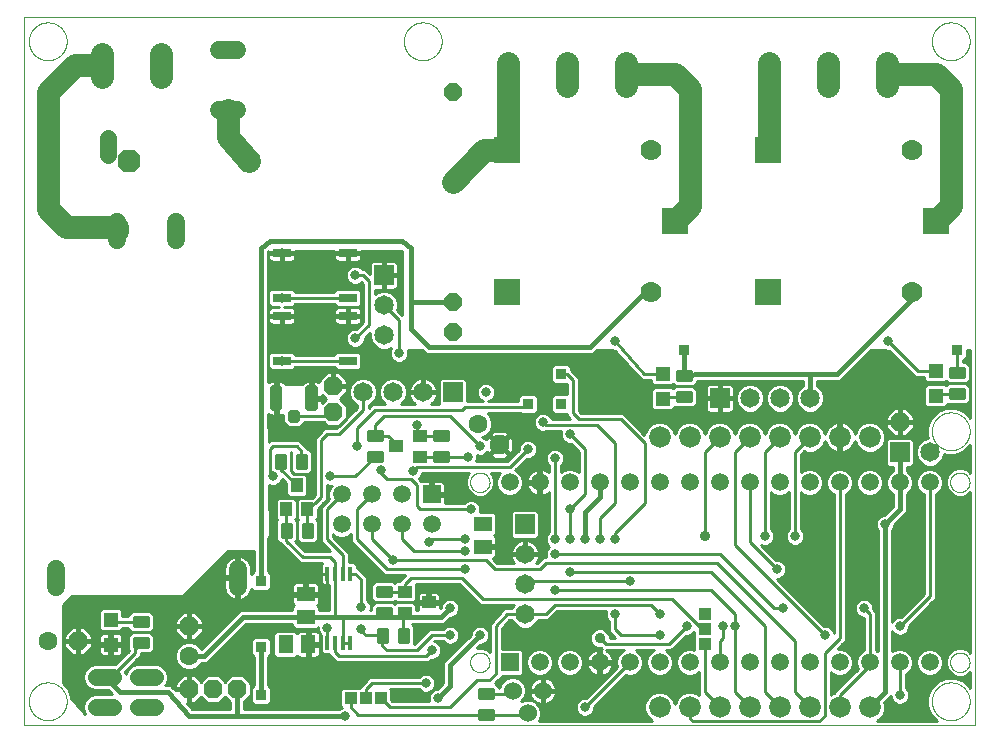
<source format=gtl>
G75*
%MOIN*%
%OFA0B0*%
%FSLAX25Y25*%
%IPPOS*%
%LPD*%
%AMOC8*
5,1,8,0,0,1.08239X$1,22.5*
%
%ADD10C,0.00000*%
%ADD11R,0.05937X0.05937*%
%ADD12C,0.05937*%
%ADD13C,0.01260*%
%ADD14C,0.06300*%
%ADD15R,0.05906X0.05118*%
%ADD16OC8,0.06300*%
%ADD17R,0.05118X0.05906*%
%ADD18R,0.04500X0.04000*%
%ADD19C,0.01000*%
%ADD20R,0.08600X0.08600*%
%ADD21C,0.07000*%
%ADD22C,0.07800*%
%ADD23R,0.04724X0.04724*%
%ADD24C,0.07200*%
%ADD25C,0.05937*%
%ADD26C,0.05600*%
%ADD27C,0.06000*%
%ADD28R,0.01378X0.04724*%
%ADD29OC8,0.07600*%
%ADD30C,0.06000*%
%ADD31R,0.06000X0.03000*%
%ADD32C,0.02067*%
%ADD33C,0.01969*%
%ADD34R,0.06500X0.06500*%
%ADD35C,0.06500*%
%ADD36OC8,0.05937*%
%ADD37R,0.04000X0.04500*%
%ADD38R,0.04000X0.04000*%
%ADD39C,0.03169*%
%ADD40R,0.03562X0.03562*%
%ADD41C,0.01600*%
%ADD42C,0.07600*%
%ADD43C,0.03562*%
D10*
X0002000Y0031850D02*
X0319000Y0031850D01*
X0319000Y0267850D01*
X0002000Y0267850D01*
X0002000Y0031850D01*
X0003701Y0039850D02*
X0003703Y0040008D01*
X0003709Y0040166D01*
X0003719Y0040324D01*
X0003733Y0040482D01*
X0003751Y0040639D01*
X0003772Y0040796D01*
X0003798Y0040952D01*
X0003828Y0041108D01*
X0003861Y0041263D01*
X0003899Y0041416D01*
X0003940Y0041569D01*
X0003985Y0041721D01*
X0004034Y0041872D01*
X0004087Y0042021D01*
X0004143Y0042169D01*
X0004203Y0042315D01*
X0004267Y0042460D01*
X0004335Y0042603D01*
X0004406Y0042745D01*
X0004480Y0042885D01*
X0004558Y0043022D01*
X0004640Y0043158D01*
X0004724Y0043292D01*
X0004813Y0043423D01*
X0004904Y0043552D01*
X0004999Y0043679D01*
X0005096Y0043804D01*
X0005197Y0043926D01*
X0005301Y0044045D01*
X0005408Y0044162D01*
X0005518Y0044276D01*
X0005631Y0044387D01*
X0005746Y0044496D01*
X0005864Y0044601D01*
X0005985Y0044703D01*
X0006108Y0044803D01*
X0006234Y0044899D01*
X0006362Y0044992D01*
X0006492Y0045082D01*
X0006625Y0045168D01*
X0006760Y0045252D01*
X0006896Y0045331D01*
X0007035Y0045408D01*
X0007176Y0045480D01*
X0007318Y0045550D01*
X0007462Y0045615D01*
X0007608Y0045677D01*
X0007755Y0045735D01*
X0007904Y0045790D01*
X0008054Y0045841D01*
X0008205Y0045888D01*
X0008357Y0045931D01*
X0008510Y0045970D01*
X0008665Y0046006D01*
X0008820Y0046037D01*
X0008976Y0046065D01*
X0009132Y0046089D01*
X0009289Y0046109D01*
X0009447Y0046125D01*
X0009604Y0046137D01*
X0009763Y0046145D01*
X0009921Y0046149D01*
X0010079Y0046149D01*
X0010237Y0046145D01*
X0010396Y0046137D01*
X0010553Y0046125D01*
X0010711Y0046109D01*
X0010868Y0046089D01*
X0011024Y0046065D01*
X0011180Y0046037D01*
X0011335Y0046006D01*
X0011490Y0045970D01*
X0011643Y0045931D01*
X0011795Y0045888D01*
X0011946Y0045841D01*
X0012096Y0045790D01*
X0012245Y0045735D01*
X0012392Y0045677D01*
X0012538Y0045615D01*
X0012682Y0045550D01*
X0012824Y0045480D01*
X0012965Y0045408D01*
X0013104Y0045331D01*
X0013240Y0045252D01*
X0013375Y0045168D01*
X0013508Y0045082D01*
X0013638Y0044992D01*
X0013766Y0044899D01*
X0013892Y0044803D01*
X0014015Y0044703D01*
X0014136Y0044601D01*
X0014254Y0044496D01*
X0014369Y0044387D01*
X0014482Y0044276D01*
X0014592Y0044162D01*
X0014699Y0044045D01*
X0014803Y0043926D01*
X0014904Y0043804D01*
X0015001Y0043679D01*
X0015096Y0043552D01*
X0015187Y0043423D01*
X0015276Y0043292D01*
X0015360Y0043158D01*
X0015442Y0043022D01*
X0015520Y0042885D01*
X0015594Y0042745D01*
X0015665Y0042603D01*
X0015733Y0042460D01*
X0015797Y0042315D01*
X0015857Y0042169D01*
X0015913Y0042021D01*
X0015966Y0041872D01*
X0016015Y0041721D01*
X0016060Y0041569D01*
X0016101Y0041416D01*
X0016139Y0041263D01*
X0016172Y0041108D01*
X0016202Y0040952D01*
X0016228Y0040796D01*
X0016249Y0040639D01*
X0016267Y0040482D01*
X0016281Y0040324D01*
X0016291Y0040166D01*
X0016297Y0040008D01*
X0016299Y0039850D01*
X0016297Y0039692D01*
X0016291Y0039534D01*
X0016281Y0039376D01*
X0016267Y0039218D01*
X0016249Y0039061D01*
X0016228Y0038904D01*
X0016202Y0038748D01*
X0016172Y0038592D01*
X0016139Y0038437D01*
X0016101Y0038284D01*
X0016060Y0038131D01*
X0016015Y0037979D01*
X0015966Y0037828D01*
X0015913Y0037679D01*
X0015857Y0037531D01*
X0015797Y0037385D01*
X0015733Y0037240D01*
X0015665Y0037097D01*
X0015594Y0036955D01*
X0015520Y0036815D01*
X0015442Y0036678D01*
X0015360Y0036542D01*
X0015276Y0036408D01*
X0015187Y0036277D01*
X0015096Y0036148D01*
X0015001Y0036021D01*
X0014904Y0035896D01*
X0014803Y0035774D01*
X0014699Y0035655D01*
X0014592Y0035538D01*
X0014482Y0035424D01*
X0014369Y0035313D01*
X0014254Y0035204D01*
X0014136Y0035099D01*
X0014015Y0034997D01*
X0013892Y0034897D01*
X0013766Y0034801D01*
X0013638Y0034708D01*
X0013508Y0034618D01*
X0013375Y0034532D01*
X0013240Y0034448D01*
X0013104Y0034369D01*
X0012965Y0034292D01*
X0012824Y0034220D01*
X0012682Y0034150D01*
X0012538Y0034085D01*
X0012392Y0034023D01*
X0012245Y0033965D01*
X0012096Y0033910D01*
X0011946Y0033859D01*
X0011795Y0033812D01*
X0011643Y0033769D01*
X0011490Y0033730D01*
X0011335Y0033694D01*
X0011180Y0033663D01*
X0011024Y0033635D01*
X0010868Y0033611D01*
X0010711Y0033591D01*
X0010553Y0033575D01*
X0010396Y0033563D01*
X0010237Y0033555D01*
X0010079Y0033551D01*
X0009921Y0033551D01*
X0009763Y0033555D01*
X0009604Y0033563D01*
X0009447Y0033575D01*
X0009289Y0033591D01*
X0009132Y0033611D01*
X0008976Y0033635D01*
X0008820Y0033663D01*
X0008665Y0033694D01*
X0008510Y0033730D01*
X0008357Y0033769D01*
X0008205Y0033812D01*
X0008054Y0033859D01*
X0007904Y0033910D01*
X0007755Y0033965D01*
X0007608Y0034023D01*
X0007462Y0034085D01*
X0007318Y0034150D01*
X0007176Y0034220D01*
X0007035Y0034292D01*
X0006896Y0034369D01*
X0006760Y0034448D01*
X0006625Y0034532D01*
X0006492Y0034618D01*
X0006362Y0034708D01*
X0006234Y0034801D01*
X0006108Y0034897D01*
X0005985Y0034997D01*
X0005864Y0035099D01*
X0005746Y0035204D01*
X0005631Y0035313D01*
X0005518Y0035424D01*
X0005408Y0035538D01*
X0005301Y0035655D01*
X0005197Y0035774D01*
X0005096Y0035896D01*
X0004999Y0036021D01*
X0004904Y0036148D01*
X0004813Y0036277D01*
X0004724Y0036408D01*
X0004640Y0036542D01*
X0004558Y0036678D01*
X0004480Y0036815D01*
X0004406Y0036955D01*
X0004335Y0037097D01*
X0004267Y0037240D01*
X0004203Y0037385D01*
X0004143Y0037531D01*
X0004087Y0037679D01*
X0004034Y0037828D01*
X0003985Y0037979D01*
X0003940Y0038131D01*
X0003899Y0038284D01*
X0003861Y0038437D01*
X0003828Y0038592D01*
X0003798Y0038748D01*
X0003772Y0038904D01*
X0003751Y0039061D01*
X0003733Y0039218D01*
X0003719Y0039376D01*
X0003709Y0039534D01*
X0003703Y0039692D01*
X0003701Y0039850D01*
X0150750Y0052850D02*
X0150752Y0052963D01*
X0150758Y0053077D01*
X0150768Y0053190D01*
X0150782Y0053302D01*
X0150799Y0053414D01*
X0150821Y0053526D01*
X0150847Y0053636D01*
X0150876Y0053746D01*
X0150909Y0053854D01*
X0150946Y0053962D01*
X0150987Y0054067D01*
X0151031Y0054172D01*
X0151079Y0054275D01*
X0151130Y0054376D01*
X0151185Y0054475D01*
X0151244Y0054572D01*
X0151306Y0054667D01*
X0151371Y0054760D01*
X0151439Y0054851D01*
X0151510Y0054939D01*
X0151585Y0055025D01*
X0151662Y0055108D01*
X0151742Y0055188D01*
X0151825Y0055265D01*
X0151911Y0055340D01*
X0151999Y0055411D01*
X0152090Y0055479D01*
X0152183Y0055544D01*
X0152278Y0055606D01*
X0152375Y0055665D01*
X0152474Y0055720D01*
X0152575Y0055771D01*
X0152678Y0055819D01*
X0152783Y0055863D01*
X0152888Y0055904D01*
X0152996Y0055941D01*
X0153104Y0055974D01*
X0153214Y0056003D01*
X0153324Y0056029D01*
X0153436Y0056051D01*
X0153548Y0056068D01*
X0153660Y0056082D01*
X0153773Y0056092D01*
X0153887Y0056098D01*
X0154000Y0056100D01*
X0154113Y0056098D01*
X0154227Y0056092D01*
X0154340Y0056082D01*
X0154452Y0056068D01*
X0154564Y0056051D01*
X0154676Y0056029D01*
X0154786Y0056003D01*
X0154896Y0055974D01*
X0155004Y0055941D01*
X0155112Y0055904D01*
X0155217Y0055863D01*
X0155322Y0055819D01*
X0155425Y0055771D01*
X0155526Y0055720D01*
X0155625Y0055665D01*
X0155722Y0055606D01*
X0155817Y0055544D01*
X0155910Y0055479D01*
X0156001Y0055411D01*
X0156089Y0055340D01*
X0156175Y0055265D01*
X0156258Y0055188D01*
X0156338Y0055108D01*
X0156415Y0055025D01*
X0156490Y0054939D01*
X0156561Y0054851D01*
X0156629Y0054760D01*
X0156694Y0054667D01*
X0156756Y0054572D01*
X0156815Y0054475D01*
X0156870Y0054376D01*
X0156921Y0054275D01*
X0156969Y0054172D01*
X0157013Y0054067D01*
X0157054Y0053962D01*
X0157091Y0053854D01*
X0157124Y0053746D01*
X0157153Y0053636D01*
X0157179Y0053526D01*
X0157201Y0053414D01*
X0157218Y0053302D01*
X0157232Y0053190D01*
X0157242Y0053077D01*
X0157248Y0052963D01*
X0157250Y0052850D01*
X0157248Y0052737D01*
X0157242Y0052623D01*
X0157232Y0052510D01*
X0157218Y0052398D01*
X0157201Y0052286D01*
X0157179Y0052174D01*
X0157153Y0052064D01*
X0157124Y0051954D01*
X0157091Y0051846D01*
X0157054Y0051738D01*
X0157013Y0051633D01*
X0156969Y0051528D01*
X0156921Y0051425D01*
X0156870Y0051324D01*
X0156815Y0051225D01*
X0156756Y0051128D01*
X0156694Y0051033D01*
X0156629Y0050940D01*
X0156561Y0050849D01*
X0156490Y0050761D01*
X0156415Y0050675D01*
X0156338Y0050592D01*
X0156258Y0050512D01*
X0156175Y0050435D01*
X0156089Y0050360D01*
X0156001Y0050289D01*
X0155910Y0050221D01*
X0155817Y0050156D01*
X0155722Y0050094D01*
X0155625Y0050035D01*
X0155526Y0049980D01*
X0155425Y0049929D01*
X0155322Y0049881D01*
X0155217Y0049837D01*
X0155112Y0049796D01*
X0155004Y0049759D01*
X0154896Y0049726D01*
X0154786Y0049697D01*
X0154676Y0049671D01*
X0154564Y0049649D01*
X0154452Y0049632D01*
X0154340Y0049618D01*
X0154227Y0049608D01*
X0154113Y0049602D01*
X0154000Y0049600D01*
X0153887Y0049602D01*
X0153773Y0049608D01*
X0153660Y0049618D01*
X0153548Y0049632D01*
X0153436Y0049649D01*
X0153324Y0049671D01*
X0153214Y0049697D01*
X0153104Y0049726D01*
X0152996Y0049759D01*
X0152888Y0049796D01*
X0152783Y0049837D01*
X0152678Y0049881D01*
X0152575Y0049929D01*
X0152474Y0049980D01*
X0152375Y0050035D01*
X0152278Y0050094D01*
X0152183Y0050156D01*
X0152090Y0050221D01*
X0151999Y0050289D01*
X0151911Y0050360D01*
X0151825Y0050435D01*
X0151742Y0050512D01*
X0151662Y0050592D01*
X0151585Y0050675D01*
X0151510Y0050761D01*
X0151439Y0050849D01*
X0151371Y0050940D01*
X0151306Y0051033D01*
X0151244Y0051128D01*
X0151185Y0051225D01*
X0151130Y0051324D01*
X0151079Y0051425D01*
X0151031Y0051528D01*
X0150987Y0051633D01*
X0150946Y0051738D01*
X0150909Y0051846D01*
X0150876Y0051954D01*
X0150847Y0052064D01*
X0150821Y0052174D01*
X0150799Y0052286D01*
X0150782Y0052398D01*
X0150768Y0052510D01*
X0150758Y0052623D01*
X0150752Y0052737D01*
X0150750Y0052850D01*
X0150750Y0112850D02*
X0150752Y0112963D01*
X0150758Y0113077D01*
X0150768Y0113190D01*
X0150782Y0113302D01*
X0150799Y0113414D01*
X0150821Y0113526D01*
X0150847Y0113636D01*
X0150876Y0113746D01*
X0150909Y0113854D01*
X0150946Y0113962D01*
X0150987Y0114067D01*
X0151031Y0114172D01*
X0151079Y0114275D01*
X0151130Y0114376D01*
X0151185Y0114475D01*
X0151244Y0114572D01*
X0151306Y0114667D01*
X0151371Y0114760D01*
X0151439Y0114851D01*
X0151510Y0114939D01*
X0151585Y0115025D01*
X0151662Y0115108D01*
X0151742Y0115188D01*
X0151825Y0115265D01*
X0151911Y0115340D01*
X0151999Y0115411D01*
X0152090Y0115479D01*
X0152183Y0115544D01*
X0152278Y0115606D01*
X0152375Y0115665D01*
X0152474Y0115720D01*
X0152575Y0115771D01*
X0152678Y0115819D01*
X0152783Y0115863D01*
X0152888Y0115904D01*
X0152996Y0115941D01*
X0153104Y0115974D01*
X0153214Y0116003D01*
X0153324Y0116029D01*
X0153436Y0116051D01*
X0153548Y0116068D01*
X0153660Y0116082D01*
X0153773Y0116092D01*
X0153887Y0116098D01*
X0154000Y0116100D01*
X0154113Y0116098D01*
X0154227Y0116092D01*
X0154340Y0116082D01*
X0154452Y0116068D01*
X0154564Y0116051D01*
X0154676Y0116029D01*
X0154786Y0116003D01*
X0154896Y0115974D01*
X0155004Y0115941D01*
X0155112Y0115904D01*
X0155217Y0115863D01*
X0155322Y0115819D01*
X0155425Y0115771D01*
X0155526Y0115720D01*
X0155625Y0115665D01*
X0155722Y0115606D01*
X0155817Y0115544D01*
X0155910Y0115479D01*
X0156001Y0115411D01*
X0156089Y0115340D01*
X0156175Y0115265D01*
X0156258Y0115188D01*
X0156338Y0115108D01*
X0156415Y0115025D01*
X0156490Y0114939D01*
X0156561Y0114851D01*
X0156629Y0114760D01*
X0156694Y0114667D01*
X0156756Y0114572D01*
X0156815Y0114475D01*
X0156870Y0114376D01*
X0156921Y0114275D01*
X0156969Y0114172D01*
X0157013Y0114067D01*
X0157054Y0113962D01*
X0157091Y0113854D01*
X0157124Y0113746D01*
X0157153Y0113636D01*
X0157179Y0113526D01*
X0157201Y0113414D01*
X0157218Y0113302D01*
X0157232Y0113190D01*
X0157242Y0113077D01*
X0157248Y0112963D01*
X0157250Y0112850D01*
X0157248Y0112737D01*
X0157242Y0112623D01*
X0157232Y0112510D01*
X0157218Y0112398D01*
X0157201Y0112286D01*
X0157179Y0112174D01*
X0157153Y0112064D01*
X0157124Y0111954D01*
X0157091Y0111846D01*
X0157054Y0111738D01*
X0157013Y0111633D01*
X0156969Y0111528D01*
X0156921Y0111425D01*
X0156870Y0111324D01*
X0156815Y0111225D01*
X0156756Y0111128D01*
X0156694Y0111033D01*
X0156629Y0110940D01*
X0156561Y0110849D01*
X0156490Y0110761D01*
X0156415Y0110675D01*
X0156338Y0110592D01*
X0156258Y0110512D01*
X0156175Y0110435D01*
X0156089Y0110360D01*
X0156001Y0110289D01*
X0155910Y0110221D01*
X0155817Y0110156D01*
X0155722Y0110094D01*
X0155625Y0110035D01*
X0155526Y0109980D01*
X0155425Y0109929D01*
X0155322Y0109881D01*
X0155217Y0109837D01*
X0155112Y0109796D01*
X0155004Y0109759D01*
X0154896Y0109726D01*
X0154786Y0109697D01*
X0154676Y0109671D01*
X0154564Y0109649D01*
X0154452Y0109632D01*
X0154340Y0109618D01*
X0154227Y0109608D01*
X0154113Y0109602D01*
X0154000Y0109600D01*
X0153887Y0109602D01*
X0153773Y0109608D01*
X0153660Y0109618D01*
X0153548Y0109632D01*
X0153436Y0109649D01*
X0153324Y0109671D01*
X0153214Y0109697D01*
X0153104Y0109726D01*
X0152996Y0109759D01*
X0152888Y0109796D01*
X0152783Y0109837D01*
X0152678Y0109881D01*
X0152575Y0109929D01*
X0152474Y0109980D01*
X0152375Y0110035D01*
X0152278Y0110094D01*
X0152183Y0110156D01*
X0152090Y0110221D01*
X0151999Y0110289D01*
X0151911Y0110360D01*
X0151825Y0110435D01*
X0151742Y0110512D01*
X0151662Y0110592D01*
X0151585Y0110675D01*
X0151510Y0110761D01*
X0151439Y0110849D01*
X0151371Y0110940D01*
X0151306Y0111033D01*
X0151244Y0111128D01*
X0151185Y0111225D01*
X0151130Y0111324D01*
X0151079Y0111425D01*
X0151031Y0111528D01*
X0150987Y0111633D01*
X0150946Y0111738D01*
X0150909Y0111846D01*
X0150876Y0111954D01*
X0150847Y0112064D01*
X0150821Y0112174D01*
X0150799Y0112286D01*
X0150782Y0112398D01*
X0150768Y0112510D01*
X0150758Y0112623D01*
X0150752Y0112737D01*
X0150750Y0112850D01*
X0304701Y0129850D02*
X0304703Y0130008D01*
X0304709Y0130166D01*
X0304719Y0130324D01*
X0304733Y0130482D01*
X0304751Y0130639D01*
X0304772Y0130796D01*
X0304798Y0130952D01*
X0304828Y0131108D01*
X0304861Y0131263D01*
X0304899Y0131416D01*
X0304940Y0131569D01*
X0304985Y0131721D01*
X0305034Y0131872D01*
X0305087Y0132021D01*
X0305143Y0132169D01*
X0305203Y0132315D01*
X0305267Y0132460D01*
X0305335Y0132603D01*
X0305406Y0132745D01*
X0305480Y0132885D01*
X0305558Y0133022D01*
X0305640Y0133158D01*
X0305724Y0133292D01*
X0305813Y0133423D01*
X0305904Y0133552D01*
X0305999Y0133679D01*
X0306096Y0133804D01*
X0306197Y0133926D01*
X0306301Y0134045D01*
X0306408Y0134162D01*
X0306518Y0134276D01*
X0306631Y0134387D01*
X0306746Y0134496D01*
X0306864Y0134601D01*
X0306985Y0134703D01*
X0307108Y0134803D01*
X0307234Y0134899D01*
X0307362Y0134992D01*
X0307492Y0135082D01*
X0307625Y0135168D01*
X0307760Y0135252D01*
X0307896Y0135331D01*
X0308035Y0135408D01*
X0308176Y0135480D01*
X0308318Y0135550D01*
X0308462Y0135615D01*
X0308608Y0135677D01*
X0308755Y0135735D01*
X0308904Y0135790D01*
X0309054Y0135841D01*
X0309205Y0135888D01*
X0309357Y0135931D01*
X0309510Y0135970D01*
X0309665Y0136006D01*
X0309820Y0136037D01*
X0309976Y0136065D01*
X0310132Y0136089D01*
X0310289Y0136109D01*
X0310447Y0136125D01*
X0310604Y0136137D01*
X0310763Y0136145D01*
X0310921Y0136149D01*
X0311079Y0136149D01*
X0311237Y0136145D01*
X0311396Y0136137D01*
X0311553Y0136125D01*
X0311711Y0136109D01*
X0311868Y0136089D01*
X0312024Y0136065D01*
X0312180Y0136037D01*
X0312335Y0136006D01*
X0312490Y0135970D01*
X0312643Y0135931D01*
X0312795Y0135888D01*
X0312946Y0135841D01*
X0313096Y0135790D01*
X0313245Y0135735D01*
X0313392Y0135677D01*
X0313538Y0135615D01*
X0313682Y0135550D01*
X0313824Y0135480D01*
X0313965Y0135408D01*
X0314104Y0135331D01*
X0314240Y0135252D01*
X0314375Y0135168D01*
X0314508Y0135082D01*
X0314638Y0134992D01*
X0314766Y0134899D01*
X0314892Y0134803D01*
X0315015Y0134703D01*
X0315136Y0134601D01*
X0315254Y0134496D01*
X0315369Y0134387D01*
X0315482Y0134276D01*
X0315592Y0134162D01*
X0315699Y0134045D01*
X0315803Y0133926D01*
X0315904Y0133804D01*
X0316001Y0133679D01*
X0316096Y0133552D01*
X0316187Y0133423D01*
X0316276Y0133292D01*
X0316360Y0133158D01*
X0316442Y0133022D01*
X0316520Y0132885D01*
X0316594Y0132745D01*
X0316665Y0132603D01*
X0316733Y0132460D01*
X0316797Y0132315D01*
X0316857Y0132169D01*
X0316913Y0132021D01*
X0316966Y0131872D01*
X0317015Y0131721D01*
X0317060Y0131569D01*
X0317101Y0131416D01*
X0317139Y0131263D01*
X0317172Y0131108D01*
X0317202Y0130952D01*
X0317228Y0130796D01*
X0317249Y0130639D01*
X0317267Y0130482D01*
X0317281Y0130324D01*
X0317291Y0130166D01*
X0317297Y0130008D01*
X0317299Y0129850D01*
X0317297Y0129692D01*
X0317291Y0129534D01*
X0317281Y0129376D01*
X0317267Y0129218D01*
X0317249Y0129061D01*
X0317228Y0128904D01*
X0317202Y0128748D01*
X0317172Y0128592D01*
X0317139Y0128437D01*
X0317101Y0128284D01*
X0317060Y0128131D01*
X0317015Y0127979D01*
X0316966Y0127828D01*
X0316913Y0127679D01*
X0316857Y0127531D01*
X0316797Y0127385D01*
X0316733Y0127240D01*
X0316665Y0127097D01*
X0316594Y0126955D01*
X0316520Y0126815D01*
X0316442Y0126678D01*
X0316360Y0126542D01*
X0316276Y0126408D01*
X0316187Y0126277D01*
X0316096Y0126148D01*
X0316001Y0126021D01*
X0315904Y0125896D01*
X0315803Y0125774D01*
X0315699Y0125655D01*
X0315592Y0125538D01*
X0315482Y0125424D01*
X0315369Y0125313D01*
X0315254Y0125204D01*
X0315136Y0125099D01*
X0315015Y0124997D01*
X0314892Y0124897D01*
X0314766Y0124801D01*
X0314638Y0124708D01*
X0314508Y0124618D01*
X0314375Y0124532D01*
X0314240Y0124448D01*
X0314104Y0124369D01*
X0313965Y0124292D01*
X0313824Y0124220D01*
X0313682Y0124150D01*
X0313538Y0124085D01*
X0313392Y0124023D01*
X0313245Y0123965D01*
X0313096Y0123910D01*
X0312946Y0123859D01*
X0312795Y0123812D01*
X0312643Y0123769D01*
X0312490Y0123730D01*
X0312335Y0123694D01*
X0312180Y0123663D01*
X0312024Y0123635D01*
X0311868Y0123611D01*
X0311711Y0123591D01*
X0311553Y0123575D01*
X0311396Y0123563D01*
X0311237Y0123555D01*
X0311079Y0123551D01*
X0310921Y0123551D01*
X0310763Y0123555D01*
X0310604Y0123563D01*
X0310447Y0123575D01*
X0310289Y0123591D01*
X0310132Y0123611D01*
X0309976Y0123635D01*
X0309820Y0123663D01*
X0309665Y0123694D01*
X0309510Y0123730D01*
X0309357Y0123769D01*
X0309205Y0123812D01*
X0309054Y0123859D01*
X0308904Y0123910D01*
X0308755Y0123965D01*
X0308608Y0124023D01*
X0308462Y0124085D01*
X0308318Y0124150D01*
X0308176Y0124220D01*
X0308035Y0124292D01*
X0307896Y0124369D01*
X0307760Y0124448D01*
X0307625Y0124532D01*
X0307492Y0124618D01*
X0307362Y0124708D01*
X0307234Y0124801D01*
X0307108Y0124897D01*
X0306985Y0124997D01*
X0306864Y0125099D01*
X0306746Y0125204D01*
X0306631Y0125313D01*
X0306518Y0125424D01*
X0306408Y0125538D01*
X0306301Y0125655D01*
X0306197Y0125774D01*
X0306096Y0125896D01*
X0305999Y0126021D01*
X0305904Y0126148D01*
X0305813Y0126277D01*
X0305724Y0126408D01*
X0305640Y0126542D01*
X0305558Y0126678D01*
X0305480Y0126815D01*
X0305406Y0126955D01*
X0305335Y0127097D01*
X0305267Y0127240D01*
X0305203Y0127385D01*
X0305143Y0127531D01*
X0305087Y0127679D01*
X0305034Y0127828D01*
X0304985Y0127979D01*
X0304940Y0128131D01*
X0304899Y0128284D01*
X0304861Y0128437D01*
X0304828Y0128592D01*
X0304798Y0128748D01*
X0304772Y0128904D01*
X0304751Y0129061D01*
X0304733Y0129218D01*
X0304719Y0129376D01*
X0304709Y0129534D01*
X0304703Y0129692D01*
X0304701Y0129850D01*
X0310750Y0112850D02*
X0310752Y0112963D01*
X0310758Y0113077D01*
X0310768Y0113190D01*
X0310782Y0113302D01*
X0310799Y0113414D01*
X0310821Y0113526D01*
X0310847Y0113636D01*
X0310876Y0113746D01*
X0310909Y0113854D01*
X0310946Y0113962D01*
X0310987Y0114067D01*
X0311031Y0114172D01*
X0311079Y0114275D01*
X0311130Y0114376D01*
X0311185Y0114475D01*
X0311244Y0114572D01*
X0311306Y0114667D01*
X0311371Y0114760D01*
X0311439Y0114851D01*
X0311510Y0114939D01*
X0311585Y0115025D01*
X0311662Y0115108D01*
X0311742Y0115188D01*
X0311825Y0115265D01*
X0311911Y0115340D01*
X0311999Y0115411D01*
X0312090Y0115479D01*
X0312183Y0115544D01*
X0312278Y0115606D01*
X0312375Y0115665D01*
X0312474Y0115720D01*
X0312575Y0115771D01*
X0312678Y0115819D01*
X0312783Y0115863D01*
X0312888Y0115904D01*
X0312996Y0115941D01*
X0313104Y0115974D01*
X0313214Y0116003D01*
X0313324Y0116029D01*
X0313436Y0116051D01*
X0313548Y0116068D01*
X0313660Y0116082D01*
X0313773Y0116092D01*
X0313887Y0116098D01*
X0314000Y0116100D01*
X0314113Y0116098D01*
X0314227Y0116092D01*
X0314340Y0116082D01*
X0314452Y0116068D01*
X0314564Y0116051D01*
X0314676Y0116029D01*
X0314786Y0116003D01*
X0314896Y0115974D01*
X0315004Y0115941D01*
X0315112Y0115904D01*
X0315217Y0115863D01*
X0315322Y0115819D01*
X0315425Y0115771D01*
X0315526Y0115720D01*
X0315625Y0115665D01*
X0315722Y0115606D01*
X0315817Y0115544D01*
X0315910Y0115479D01*
X0316001Y0115411D01*
X0316089Y0115340D01*
X0316175Y0115265D01*
X0316258Y0115188D01*
X0316338Y0115108D01*
X0316415Y0115025D01*
X0316490Y0114939D01*
X0316561Y0114851D01*
X0316629Y0114760D01*
X0316694Y0114667D01*
X0316756Y0114572D01*
X0316815Y0114475D01*
X0316870Y0114376D01*
X0316921Y0114275D01*
X0316969Y0114172D01*
X0317013Y0114067D01*
X0317054Y0113962D01*
X0317091Y0113854D01*
X0317124Y0113746D01*
X0317153Y0113636D01*
X0317179Y0113526D01*
X0317201Y0113414D01*
X0317218Y0113302D01*
X0317232Y0113190D01*
X0317242Y0113077D01*
X0317248Y0112963D01*
X0317250Y0112850D01*
X0317248Y0112737D01*
X0317242Y0112623D01*
X0317232Y0112510D01*
X0317218Y0112398D01*
X0317201Y0112286D01*
X0317179Y0112174D01*
X0317153Y0112064D01*
X0317124Y0111954D01*
X0317091Y0111846D01*
X0317054Y0111738D01*
X0317013Y0111633D01*
X0316969Y0111528D01*
X0316921Y0111425D01*
X0316870Y0111324D01*
X0316815Y0111225D01*
X0316756Y0111128D01*
X0316694Y0111033D01*
X0316629Y0110940D01*
X0316561Y0110849D01*
X0316490Y0110761D01*
X0316415Y0110675D01*
X0316338Y0110592D01*
X0316258Y0110512D01*
X0316175Y0110435D01*
X0316089Y0110360D01*
X0316001Y0110289D01*
X0315910Y0110221D01*
X0315817Y0110156D01*
X0315722Y0110094D01*
X0315625Y0110035D01*
X0315526Y0109980D01*
X0315425Y0109929D01*
X0315322Y0109881D01*
X0315217Y0109837D01*
X0315112Y0109796D01*
X0315004Y0109759D01*
X0314896Y0109726D01*
X0314786Y0109697D01*
X0314676Y0109671D01*
X0314564Y0109649D01*
X0314452Y0109632D01*
X0314340Y0109618D01*
X0314227Y0109608D01*
X0314113Y0109602D01*
X0314000Y0109600D01*
X0313887Y0109602D01*
X0313773Y0109608D01*
X0313660Y0109618D01*
X0313548Y0109632D01*
X0313436Y0109649D01*
X0313324Y0109671D01*
X0313214Y0109697D01*
X0313104Y0109726D01*
X0312996Y0109759D01*
X0312888Y0109796D01*
X0312783Y0109837D01*
X0312678Y0109881D01*
X0312575Y0109929D01*
X0312474Y0109980D01*
X0312375Y0110035D01*
X0312278Y0110094D01*
X0312183Y0110156D01*
X0312090Y0110221D01*
X0311999Y0110289D01*
X0311911Y0110360D01*
X0311825Y0110435D01*
X0311742Y0110512D01*
X0311662Y0110592D01*
X0311585Y0110675D01*
X0311510Y0110761D01*
X0311439Y0110849D01*
X0311371Y0110940D01*
X0311306Y0111033D01*
X0311244Y0111128D01*
X0311185Y0111225D01*
X0311130Y0111324D01*
X0311079Y0111425D01*
X0311031Y0111528D01*
X0310987Y0111633D01*
X0310946Y0111738D01*
X0310909Y0111846D01*
X0310876Y0111954D01*
X0310847Y0112064D01*
X0310821Y0112174D01*
X0310799Y0112286D01*
X0310782Y0112398D01*
X0310768Y0112510D01*
X0310758Y0112623D01*
X0310752Y0112737D01*
X0310750Y0112850D01*
X0310750Y0052850D02*
X0310752Y0052963D01*
X0310758Y0053077D01*
X0310768Y0053190D01*
X0310782Y0053302D01*
X0310799Y0053414D01*
X0310821Y0053526D01*
X0310847Y0053636D01*
X0310876Y0053746D01*
X0310909Y0053854D01*
X0310946Y0053962D01*
X0310987Y0054067D01*
X0311031Y0054172D01*
X0311079Y0054275D01*
X0311130Y0054376D01*
X0311185Y0054475D01*
X0311244Y0054572D01*
X0311306Y0054667D01*
X0311371Y0054760D01*
X0311439Y0054851D01*
X0311510Y0054939D01*
X0311585Y0055025D01*
X0311662Y0055108D01*
X0311742Y0055188D01*
X0311825Y0055265D01*
X0311911Y0055340D01*
X0311999Y0055411D01*
X0312090Y0055479D01*
X0312183Y0055544D01*
X0312278Y0055606D01*
X0312375Y0055665D01*
X0312474Y0055720D01*
X0312575Y0055771D01*
X0312678Y0055819D01*
X0312783Y0055863D01*
X0312888Y0055904D01*
X0312996Y0055941D01*
X0313104Y0055974D01*
X0313214Y0056003D01*
X0313324Y0056029D01*
X0313436Y0056051D01*
X0313548Y0056068D01*
X0313660Y0056082D01*
X0313773Y0056092D01*
X0313887Y0056098D01*
X0314000Y0056100D01*
X0314113Y0056098D01*
X0314227Y0056092D01*
X0314340Y0056082D01*
X0314452Y0056068D01*
X0314564Y0056051D01*
X0314676Y0056029D01*
X0314786Y0056003D01*
X0314896Y0055974D01*
X0315004Y0055941D01*
X0315112Y0055904D01*
X0315217Y0055863D01*
X0315322Y0055819D01*
X0315425Y0055771D01*
X0315526Y0055720D01*
X0315625Y0055665D01*
X0315722Y0055606D01*
X0315817Y0055544D01*
X0315910Y0055479D01*
X0316001Y0055411D01*
X0316089Y0055340D01*
X0316175Y0055265D01*
X0316258Y0055188D01*
X0316338Y0055108D01*
X0316415Y0055025D01*
X0316490Y0054939D01*
X0316561Y0054851D01*
X0316629Y0054760D01*
X0316694Y0054667D01*
X0316756Y0054572D01*
X0316815Y0054475D01*
X0316870Y0054376D01*
X0316921Y0054275D01*
X0316969Y0054172D01*
X0317013Y0054067D01*
X0317054Y0053962D01*
X0317091Y0053854D01*
X0317124Y0053746D01*
X0317153Y0053636D01*
X0317179Y0053526D01*
X0317201Y0053414D01*
X0317218Y0053302D01*
X0317232Y0053190D01*
X0317242Y0053077D01*
X0317248Y0052963D01*
X0317250Y0052850D01*
X0317248Y0052737D01*
X0317242Y0052623D01*
X0317232Y0052510D01*
X0317218Y0052398D01*
X0317201Y0052286D01*
X0317179Y0052174D01*
X0317153Y0052064D01*
X0317124Y0051954D01*
X0317091Y0051846D01*
X0317054Y0051738D01*
X0317013Y0051633D01*
X0316969Y0051528D01*
X0316921Y0051425D01*
X0316870Y0051324D01*
X0316815Y0051225D01*
X0316756Y0051128D01*
X0316694Y0051033D01*
X0316629Y0050940D01*
X0316561Y0050849D01*
X0316490Y0050761D01*
X0316415Y0050675D01*
X0316338Y0050592D01*
X0316258Y0050512D01*
X0316175Y0050435D01*
X0316089Y0050360D01*
X0316001Y0050289D01*
X0315910Y0050221D01*
X0315817Y0050156D01*
X0315722Y0050094D01*
X0315625Y0050035D01*
X0315526Y0049980D01*
X0315425Y0049929D01*
X0315322Y0049881D01*
X0315217Y0049837D01*
X0315112Y0049796D01*
X0315004Y0049759D01*
X0314896Y0049726D01*
X0314786Y0049697D01*
X0314676Y0049671D01*
X0314564Y0049649D01*
X0314452Y0049632D01*
X0314340Y0049618D01*
X0314227Y0049608D01*
X0314113Y0049602D01*
X0314000Y0049600D01*
X0313887Y0049602D01*
X0313773Y0049608D01*
X0313660Y0049618D01*
X0313548Y0049632D01*
X0313436Y0049649D01*
X0313324Y0049671D01*
X0313214Y0049697D01*
X0313104Y0049726D01*
X0312996Y0049759D01*
X0312888Y0049796D01*
X0312783Y0049837D01*
X0312678Y0049881D01*
X0312575Y0049929D01*
X0312474Y0049980D01*
X0312375Y0050035D01*
X0312278Y0050094D01*
X0312183Y0050156D01*
X0312090Y0050221D01*
X0311999Y0050289D01*
X0311911Y0050360D01*
X0311825Y0050435D01*
X0311742Y0050512D01*
X0311662Y0050592D01*
X0311585Y0050675D01*
X0311510Y0050761D01*
X0311439Y0050849D01*
X0311371Y0050940D01*
X0311306Y0051033D01*
X0311244Y0051128D01*
X0311185Y0051225D01*
X0311130Y0051324D01*
X0311079Y0051425D01*
X0311031Y0051528D01*
X0310987Y0051633D01*
X0310946Y0051738D01*
X0310909Y0051846D01*
X0310876Y0051954D01*
X0310847Y0052064D01*
X0310821Y0052174D01*
X0310799Y0052286D01*
X0310782Y0052398D01*
X0310768Y0052510D01*
X0310758Y0052623D01*
X0310752Y0052737D01*
X0310750Y0052850D01*
X0304701Y0039850D02*
X0304703Y0040008D01*
X0304709Y0040166D01*
X0304719Y0040324D01*
X0304733Y0040482D01*
X0304751Y0040639D01*
X0304772Y0040796D01*
X0304798Y0040952D01*
X0304828Y0041108D01*
X0304861Y0041263D01*
X0304899Y0041416D01*
X0304940Y0041569D01*
X0304985Y0041721D01*
X0305034Y0041872D01*
X0305087Y0042021D01*
X0305143Y0042169D01*
X0305203Y0042315D01*
X0305267Y0042460D01*
X0305335Y0042603D01*
X0305406Y0042745D01*
X0305480Y0042885D01*
X0305558Y0043022D01*
X0305640Y0043158D01*
X0305724Y0043292D01*
X0305813Y0043423D01*
X0305904Y0043552D01*
X0305999Y0043679D01*
X0306096Y0043804D01*
X0306197Y0043926D01*
X0306301Y0044045D01*
X0306408Y0044162D01*
X0306518Y0044276D01*
X0306631Y0044387D01*
X0306746Y0044496D01*
X0306864Y0044601D01*
X0306985Y0044703D01*
X0307108Y0044803D01*
X0307234Y0044899D01*
X0307362Y0044992D01*
X0307492Y0045082D01*
X0307625Y0045168D01*
X0307760Y0045252D01*
X0307896Y0045331D01*
X0308035Y0045408D01*
X0308176Y0045480D01*
X0308318Y0045550D01*
X0308462Y0045615D01*
X0308608Y0045677D01*
X0308755Y0045735D01*
X0308904Y0045790D01*
X0309054Y0045841D01*
X0309205Y0045888D01*
X0309357Y0045931D01*
X0309510Y0045970D01*
X0309665Y0046006D01*
X0309820Y0046037D01*
X0309976Y0046065D01*
X0310132Y0046089D01*
X0310289Y0046109D01*
X0310447Y0046125D01*
X0310604Y0046137D01*
X0310763Y0046145D01*
X0310921Y0046149D01*
X0311079Y0046149D01*
X0311237Y0046145D01*
X0311396Y0046137D01*
X0311553Y0046125D01*
X0311711Y0046109D01*
X0311868Y0046089D01*
X0312024Y0046065D01*
X0312180Y0046037D01*
X0312335Y0046006D01*
X0312490Y0045970D01*
X0312643Y0045931D01*
X0312795Y0045888D01*
X0312946Y0045841D01*
X0313096Y0045790D01*
X0313245Y0045735D01*
X0313392Y0045677D01*
X0313538Y0045615D01*
X0313682Y0045550D01*
X0313824Y0045480D01*
X0313965Y0045408D01*
X0314104Y0045331D01*
X0314240Y0045252D01*
X0314375Y0045168D01*
X0314508Y0045082D01*
X0314638Y0044992D01*
X0314766Y0044899D01*
X0314892Y0044803D01*
X0315015Y0044703D01*
X0315136Y0044601D01*
X0315254Y0044496D01*
X0315369Y0044387D01*
X0315482Y0044276D01*
X0315592Y0044162D01*
X0315699Y0044045D01*
X0315803Y0043926D01*
X0315904Y0043804D01*
X0316001Y0043679D01*
X0316096Y0043552D01*
X0316187Y0043423D01*
X0316276Y0043292D01*
X0316360Y0043158D01*
X0316442Y0043022D01*
X0316520Y0042885D01*
X0316594Y0042745D01*
X0316665Y0042603D01*
X0316733Y0042460D01*
X0316797Y0042315D01*
X0316857Y0042169D01*
X0316913Y0042021D01*
X0316966Y0041872D01*
X0317015Y0041721D01*
X0317060Y0041569D01*
X0317101Y0041416D01*
X0317139Y0041263D01*
X0317172Y0041108D01*
X0317202Y0040952D01*
X0317228Y0040796D01*
X0317249Y0040639D01*
X0317267Y0040482D01*
X0317281Y0040324D01*
X0317291Y0040166D01*
X0317297Y0040008D01*
X0317299Y0039850D01*
X0317297Y0039692D01*
X0317291Y0039534D01*
X0317281Y0039376D01*
X0317267Y0039218D01*
X0317249Y0039061D01*
X0317228Y0038904D01*
X0317202Y0038748D01*
X0317172Y0038592D01*
X0317139Y0038437D01*
X0317101Y0038284D01*
X0317060Y0038131D01*
X0317015Y0037979D01*
X0316966Y0037828D01*
X0316913Y0037679D01*
X0316857Y0037531D01*
X0316797Y0037385D01*
X0316733Y0037240D01*
X0316665Y0037097D01*
X0316594Y0036955D01*
X0316520Y0036815D01*
X0316442Y0036678D01*
X0316360Y0036542D01*
X0316276Y0036408D01*
X0316187Y0036277D01*
X0316096Y0036148D01*
X0316001Y0036021D01*
X0315904Y0035896D01*
X0315803Y0035774D01*
X0315699Y0035655D01*
X0315592Y0035538D01*
X0315482Y0035424D01*
X0315369Y0035313D01*
X0315254Y0035204D01*
X0315136Y0035099D01*
X0315015Y0034997D01*
X0314892Y0034897D01*
X0314766Y0034801D01*
X0314638Y0034708D01*
X0314508Y0034618D01*
X0314375Y0034532D01*
X0314240Y0034448D01*
X0314104Y0034369D01*
X0313965Y0034292D01*
X0313824Y0034220D01*
X0313682Y0034150D01*
X0313538Y0034085D01*
X0313392Y0034023D01*
X0313245Y0033965D01*
X0313096Y0033910D01*
X0312946Y0033859D01*
X0312795Y0033812D01*
X0312643Y0033769D01*
X0312490Y0033730D01*
X0312335Y0033694D01*
X0312180Y0033663D01*
X0312024Y0033635D01*
X0311868Y0033611D01*
X0311711Y0033591D01*
X0311553Y0033575D01*
X0311396Y0033563D01*
X0311237Y0033555D01*
X0311079Y0033551D01*
X0310921Y0033551D01*
X0310763Y0033555D01*
X0310604Y0033563D01*
X0310447Y0033575D01*
X0310289Y0033591D01*
X0310132Y0033611D01*
X0309976Y0033635D01*
X0309820Y0033663D01*
X0309665Y0033694D01*
X0309510Y0033730D01*
X0309357Y0033769D01*
X0309205Y0033812D01*
X0309054Y0033859D01*
X0308904Y0033910D01*
X0308755Y0033965D01*
X0308608Y0034023D01*
X0308462Y0034085D01*
X0308318Y0034150D01*
X0308176Y0034220D01*
X0308035Y0034292D01*
X0307896Y0034369D01*
X0307760Y0034448D01*
X0307625Y0034532D01*
X0307492Y0034618D01*
X0307362Y0034708D01*
X0307234Y0034801D01*
X0307108Y0034897D01*
X0306985Y0034997D01*
X0306864Y0035099D01*
X0306746Y0035204D01*
X0306631Y0035313D01*
X0306518Y0035424D01*
X0306408Y0035538D01*
X0306301Y0035655D01*
X0306197Y0035774D01*
X0306096Y0035896D01*
X0305999Y0036021D01*
X0305904Y0036148D01*
X0305813Y0036277D01*
X0305724Y0036408D01*
X0305640Y0036542D01*
X0305558Y0036678D01*
X0305480Y0036815D01*
X0305406Y0036955D01*
X0305335Y0037097D01*
X0305267Y0037240D01*
X0305203Y0037385D01*
X0305143Y0037531D01*
X0305087Y0037679D01*
X0305034Y0037828D01*
X0304985Y0037979D01*
X0304940Y0038131D01*
X0304899Y0038284D01*
X0304861Y0038437D01*
X0304828Y0038592D01*
X0304798Y0038748D01*
X0304772Y0038904D01*
X0304751Y0039061D01*
X0304733Y0039218D01*
X0304719Y0039376D01*
X0304709Y0039534D01*
X0304703Y0039692D01*
X0304701Y0039850D01*
X0304701Y0259850D02*
X0304703Y0260008D01*
X0304709Y0260166D01*
X0304719Y0260324D01*
X0304733Y0260482D01*
X0304751Y0260639D01*
X0304772Y0260796D01*
X0304798Y0260952D01*
X0304828Y0261108D01*
X0304861Y0261263D01*
X0304899Y0261416D01*
X0304940Y0261569D01*
X0304985Y0261721D01*
X0305034Y0261872D01*
X0305087Y0262021D01*
X0305143Y0262169D01*
X0305203Y0262315D01*
X0305267Y0262460D01*
X0305335Y0262603D01*
X0305406Y0262745D01*
X0305480Y0262885D01*
X0305558Y0263022D01*
X0305640Y0263158D01*
X0305724Y0263292D01*
X0305813Y0263423D01*
X0305904Y0263552D01*
X0305999Y0263679D01*
X0306096Y0263804D01*
X0306197Y0263926D01*
X0306301Y0264045D01*
X0306408Y0264162D01*
X0306518Y0264276D01*
X0306631Y0264387D01*
X0306746Y0264496D01*
X0306864Y0264601D01*
X0306985Y0264703D01*
X0307108Y0264803D01*
X0307234Y0264899D01*
X0307362Y0264992D01*
X0307492Y0265082D01*
X0307625Y0265168D01*
X0307760Y0265252D01*
X0307896Y0265331D01*
X0308035Y0265408D01*
X0308176Y0265480D01*
X0308318Y0265550D01*
X0308462Y0265615D01*
X0308608Y0265677D01*
X0308755Y0265735D01*
X0308904Y0265790D01*
X0309054Y0265841D01*
X0309205Y0265888D01*
X0309357Y0265931D01*
X0309510Y0265970D01*
X0309665Y0266006D01*
X0309820Y0266037D01*
X0309976Y0266065D01*
X0310132Y0266089D01*
X0310289Y0266109D01*
X0310447Y0266125D01*
X0310604Y0266137D01*
X0310763Y0266145D01*
X0310921Y0266149D01*
X0311079Y0266149D01*
X0311237Y0266145D01*
X0311396Y0266137D01*
X0311553Y0266125D01*
X0311711Y0266109D01*
X0311868Y0266089D01*
X0312024Y0266065D01*
X0312180Y0266037D01*
X0312335Y0266006D01*
X0312490Y0265970D01*
X0312643Y0265931D01*
X0312795Y0265888D01*
X0312946Y0265841D01*
X0313096Y0265790D01*
X0313245Y0265735D01*
X0313392Y0265677D01*
X0313538Y0265615D01*
X0313682Y0265550D01*
X0313824Y0265480D01*
X0313965Y0265408D01*
X0314104Y0265331D01*
X0314240Y0265252D01*
X0314375Y0265168D01*
X0314508Y0265082D01*
X0314638Y0264992D01*
X0314766Y0264899D01*
X0314892Y0264803D01*
X0315015Y0264703D01*
X0315136Y0264601D01*
X0315254Y0264496D01*
X0315369Y0264387D01*
X0315482Y0264276D01*
X0315592Y0264162D01*
X0315699Y0264045D01*
X0315803Y0263926D01*
X0315904Y0263804D01*
X0316001Y0263679D01*
X0316096Y0263552D01*
X0316187Y0263423D01*
X0316276Y0263292D01*
X0316360Y0263158D01*
X0316442Y0263022D01*
X0316520Y0262885D01*
X0316594Y0262745D01*
X0316665Y0262603D01*
X0316733Y0262460D01*
X0316797Y0262315D01*
X0316857Y0262169D01*
X0316913Y0262021D01*
X0316966Y0261872D01*
X0317015Y0261721D01*
X0317060Y0261569D01*
X0317101Y0261416D01*
X0317139Y0261263D01*
X0317172Y0261108D01*
X0317202Y0260952D01*
X0317228Y0260796D01*
X0317249Y0260639D01*
X0317267Y0260482D01*
X0317281Y0260324D01*
X0317291Y0260166D01*
X0317297Y0260008D01*
X0317299Y0259850D01*
X0317297Y0259692D01*
X0317291Y0259534D01*
X0317281Y0259376D01*
X0317267Y0259218D01*
X0317249Y0259061D01*
X0317228Y0258904D01*
X0317202Y0258748D01*
X0317172Y0258592D01*
X0317139Y0258437D01*
X0317101Y0258284D01*
X0317060Y0258131D01*
X0317015Y0257979D01*
X0316966Y0257828D01*
X0316913Y0257679D01*
X0316857Y0257531D01*
X0316797Y0257385D01*
X0316733Y0257240D01*
X0316665Y0257097D01*
X0316594Y0256955D01*
X0316520Y0256815D01*
X0316442Y0256678D01*
X0316360Y0256542D01*
X0316276Y0256408D01*
X0316187Y0256277D01*
X0316096Y0256148D01*
X0316001Y0256021D01*
X0315904Y0255896D01*
X0315803Y0255774D01*
X0315699Y0255655D01*
X0315592Y0255538D01*
X0315482Y0255424D01*
X0315369Y0255313D01*
X0315254Y0255204D01*
X0315136Y0255099D01*
X0315015Y0254997D01*
X0314892Y0254897D01*
X0314766Y0254801D01*
X0314638Y0254708D01*
X0314508Y0254618D01*
X0314375Y0254532D01*
X0314240Y0254448D01*
X0314104Y0254369D01*
X0313965Y0254292D01*
X0313824Y0254220D01*
X0313682Y0254150D01*
X0313538Y0254085D01*
X0313392Y0254023D01*
X0313245Y0253965D01*
X0313096Y0253910D01*
X0312946Y0253859D01*
X0312795Y0253812D01*
X0312643Y0253769D01*
X0312490Y0253730D01*
X0312335Y0253694D01*
X0312180Y0253663D01*
X0312024Y0253635D01*
X0311868Y0253611D01*
X0311711Y0253591D01*
X0311553Y0253575D01*
X0311396Y0253563D01*
X0311237Y0253555D01*
X0311079Y0253551D01*
X0310921Y0253551D01*
X0310763Y0253555D01*
X0310604Y0253563D01*
X0310447Y0253575D01*
X0310289Y0253591D01*
X0310132Y0253611D01*
X0309976Y0253635D01*
X0309820Y0253663D01*
X0309665Y0253694D01*
X0309510Y0253730D01*
X0309357Y0253769D01*
X0309205Y0253812D01*
X0309054Y0253859D01*
X0308904Y0253910D01*
X0308755Y0253965D01*
X0308608Y0254023D01*
X0308462Y0254085D01*
X0308318Y0254150D01*
X0308176Y0254220D01*
X0308035Y0254292D01*
X0307896Y0254369D01*
X0307760Y0254448D01*
X0307625Y0254532D01*
X0307492Y0254618D01*
X0307362Y0254708D01*
X0307234Y0254801D01*
X0307108Y0254897D01*
X0306985Y0254997D01*
X0306864Y0255099D01*
X0306746Y0255204D01*
X0306631Y0255313D01*
X0306518Y0255424D01*
X0306408Y0255538D01*
X0306301Y0255655D01*
X0306197Y0255774D01*
X0306096Y0255896D01*
X0305999Y0256021D01*
X0305904Y0256148D01*
X0305813Y0256277D01*
X0305724Y0256408D01*
X0305640Y0256542D01*
X0305558Y0256678D01*
X0305480Y0256815D01*
X0305406Y0256955D01*
X0305335Y0257097D01*
X0305267Y0257240D01*
X0305203Y0257385D01*
X0305143Y0257531D01*
X0305087Y0257679D01*
X0305034Y0257828D01*
X0304985Y0257979D01*
X0304940Y0258131D01*
X0304899Y0258284D01*
X0304861Y0258437D01*
X0304828Y0258592D01*
X0304798Y0258748D01*
X0304772Y0258904D01*
X0304751Y0259061D01*
X0304733Y0259218D01*
X0304719Y0259376D01*
X0304709Y0259534D01*
X0304703Y0259692D01*
X0304701Y0259850D01*
X0128701Y0259850D02*
X0128703Y0260008D01*
X0128709Y0260166D01*
X0128719Y0260324D01*
X0128733Y0260482D01*
X0128751Y0260639D01*
X0128772Y0260796D01*
X0128798Y0260952D01*
X0128828Y0261108D01*
X0128861Y0261263D01*
X0128899Y0261416D01*
X0128940Y0261569D01*
X0128985Y0261721D01*
X0129034Y0261872D01*
X0129087Y0262021D01*
X0129143Y0262169D01*
X0129203Y0262315D01*
X0129267Y0262460D01*
X0129335Y0262603D01*
X0129406Y0262745D01*
X0129480Y0262885D01*
X0129558Y0263022D01*
X0129640Y0263158D01*
X0129724Y0263292D01*
X0129813Y0263423D01*
X0129904Y0263552D01*
X0129999Y0263679D01*
X0130096Y0263804D01*
X0130197Y0263926D01*
X0130301Y0264045D01*
X0130408Y0264162D01*
X0130518Y0264276D01*
X0130631Y0264387D01*
X0130746Y0264496D01*
X0130864Y0264601D01*
X0130985Y0264703D01*
X0131108Y0264803D01*
X0131234Y0264899D01*
X0131362Y0264992D01*
X0131492Y0265082D01*
X0131625Y0265168D01*
X0131760Y0265252D01*
X0131896Y0265331D01*
X0132035Y0265408D01*
X0132176Y0265480D01*
X0132318Y0265550D01*
X0132462Y0265615D01*
X0132608Y0265677D01*
X0132755Y0265735D01*
X0132904Y0265790D01*
X0133054Y0265841D01*
X0133205Y0265888D01*
X0133357Y0265931D01*
X0133510Y0265970D01*
X0133665Y0266006D01*
X0133820Y0266037D01*
X0133976Y0266065D01*
X0134132Y0266089D01*
X0134289Y0266109D01*
X0134447Y0266125D01*
X0134604Y0266137D01*
X0134763Y0266145D01*
X0134921Y0266149D01*
X0135079Y0266149D01*
X0135237Y0266145D01*
X0135396Y0266137D01*
X0135553Y0266125D01*
X0135711Y0266109D01*
X0135868Y0266089D01*
X0136024Y0266065D01*
X0136180Y0266037D01*
X0136335Y0266006D01*
X0136490Y0265970D01*
X0136643Y0265931D01*
X0136795Y0265888D01*
X0136946Y0265841D01*
X0137096Y0265790D01*
X0137245Y0265735D01*
X0137392Y0265677D01*
X0137538Y0265615D01*
X0137682Y0265550D01*
X0137824Y0265480D01*
X0137965Y0265408D01*
X0138104Y0265331D01*
X0138240Y0265252D01*
X0138375Y0265168D01*
X0138508Y0265082D01*
X0138638Y0264992D01*
X0138766Y0264899D01*
X0138892Y0264803D01*
X0139015Y0264703D01*
X0139136Y0264601D01*
X0139254Y0264496D01*
X0139369Y0264387D01*
X0139482Y0264276D01*
X0139592Y0264162D01*
X0139699Y0264045D01*
X0139803Y0263926D01*
X0139904Y0263804D01*
X0140001Y0263679D01*
X0140096Y0263552D01*
X0140187Y0263423D01*
X0140276Y0263292D01*
X0140360Y0263158D01*
X0140442Y0263022D01*
X0140520Y0262885D01*
X0140594Y0262745D01*
X0140665Y0262603D01*
X0140733Y0262460D01*
X0140797Y0262315D01*
X0140857Y0262169D01*
X0140913Y0262021D01*
X0140966Y0261872D01*
X0141015Y0261721D01*
X0141060Y0261569D01*
X0141101Y0261416D01*
X0141139Y0261263D01*
X0141172Y0261108D01*
X0141202Y0260952D01*
X0141228Y0260796D01*
X0141249Y0260639D01*
X0141267Y0260482D01*
X0141281Y0260324D01*
X0141291Y0260166D01*
X0141297Y0260008D01*
X0141299Y0259850D01*
X0141297Y0259692D01*
X0141291Y0259534D01*
X0141281Y0259376D01*
X0141267Y0259218D01*
X0141249Y0259061D01*
X0141228Y0258904D01*
X0141202Y0258748D01*
X0141172Y0258592D01*
X0141139Y0258437D01*
X0141101Y0258284D01*
X0141060Y0258131D01*
X0141015Y0257979D01*
X0140966Y0257828D01*
X0140913Y0257679D01*
X0140857Y0257531D01*
X0140797Y0257385D01*
X0140733Y0257240D01*
X0140665Y0257097D01*
X0140594Y0256955D01*
X0140520Y0256815D01*
X0140442Y0256678D01*
X0140360Y0256542D01*
X0140276Y0256408D01*
X0140187Y0256277D01*
X0140096Y0256148D01*
X0140001Y0256021D01*
X0139904Y0255896D01*
X0139803Y0255774D01*
X0139699Y0255655D01*
X0139592Y0255538D01*
X0139482Y0255424D01*
X0139369Y0255313D01*
X0139254Y0255204D01*
X0139136Y0255099D01*
X0139015Y0254997D01*
X0138892Y0254897D01*
X0138766Y0254801D01*
X0138638Y0254708D01*
X0138508Y0254618D01*
X0138375Y0254532D01*
X0138240Y0254448D01*
X0138104Y0254369D01*
X0137965Y0254292D01*
X0137824Y0254220D01*
X0137682Y0254150D01*
X0137538Y0254085D01*
X0137392Y0254023D01*
X0137245Y0253965D01*
X0137096Y0253910D01*
X0136946Y0253859D01*
X0136795Y0253812D01*
X0136643Y0253769D01*
X0136490Y0253730D01*
X0136335Y0253694D01*
X0136180Y0253663D01*
X0136024Y0253635D01*
X0135868Y0253611D01*
X0135711Y0253591D01*
X0135553Y0253575D01*
X0135396Y0253563D01*
X0135237Y0253555D01*
X0135079Y0253551D01*
X0134921Y0253551D01*
X0134763Y0253555D01*
X0134604Y0253563D01*
X0134447Y0253575D01*
X0134289Y0253591D01*
X0134132Y0253611D01*
X0133976Y0253635D01*
X0133820Y0253663D01*
X0133665Y0253694D01*
X0133510Y0253730D01*
X0133357Y0253769D01*
X0133205Y0253812D01*
X0133054Y0253859D01*
X0132904Y0253910D01*
X0132755Y0253965D01*
X0132608Y0254023D01*
X0132462Y0254085D01*
X0132318Y0254150D01*
X0132176Y0254220D01*
X0132035Y0254292D01*
X0131896Y0254369D01*
X0131760Y0254448D01*
X0131625Y0254532D01*
X0131492Y0254618D01*
X0131362Y0254708D01*
X0131234Y0254801D01*
X0131108Y0254897D01*
X0130985Y0254997D01*
X0130864Y0255099D01*
X0130746Y0255204D01*
X0130631Y0255313D01*
X0130518Y0255424D01*
X0130408Y0255538D01*
X0130301Y0255655D01*
X0130197Y0255774D01*
X0130096Y0255896D01*
X0129999Y0256021D01*
X0129904Y0256148D01*
X0129813Y0256277D01*
X0129724Y0256408D01*
X0129640Y0256542D01*
X0129558Y0256678D01*
X0129480Y0256815D01*
X0129406Y0256955D01*
X0129335Y0257097D01*
X0129267Y0257240D01*
X0129203Y0257385D01*
X0129143Y0257531D01*
X0129087Y0257679D01*
X0129034Y0257828D01*
X0128985Y0257979D01*
X0128940Y0258131D01*
X0128899Y0258284D01*
X0128861Y0258437D01*
X0128828Y0258592D01*
X0128798Y0258748D01*
X0128772Y0258904D01*
X0128751Y0259061D01*
X0128733Y0259218D01*
X0128719Y0259376D01*
X0128709Y0259534D01*
X0128703Y0259692D01*
X0128701Y0259850D01*
X0003701Y0259850D02*
X0003703Y0260008D01*
X0003709Y0260166D01*
X0003719Y0260324D01*
X0003733Y0260482D01*
X0003751Y0260639D01*
X0003772Y0260796D01*
X0003798Y0260952D01*
X0003828Y0261108D01*
X0003861Y0261263D01*
X0003899Y0261416D01*
X0003940Y0261569D01*
X0003985Y0261721D01*
X0004034Y0261872D01*
X0004087Y0262021D01*
X0004143Y0262169D01*
X0004203Y0262315D01*
X0004267Y0262460D01*
X0004335Y0262603D01*
X0004406Y0262745D01*
X0004480Y0262885D01*
X0004558Y0263022D01*
X0004640Y0263158D01*
X0004724Y0263292D01*
X0004813Y0263423D01*
X0004904Y0263552D01*
X0004999Y0263679D01*
X0005096Y0263804D01*
X0005197Y0263926D01*
X0005301Y0264045D01*
X0005408Y0264162D01*
X0005518Y0264276D01*
X0005631Y0264387D01*
X0005746Y0264496D01*
X0005864Y0264601D01*
X0005985Y0264703D01*
X0006108Y0264803D01*
X0006234Y0264899D01*
X0006362Y0264992D01*
X0006492Y0265082D01*
X0006625Y0265168D01*
X0006760Y0265252D01*
X0006896Y0265331D01*
X0007035Y0265408D01*
X0007176Y0265480D01*
X0007318Y0265550D01*
X0007462Y0265615D01*
X0007608Y0265677D01*
X0007755Y0265735D01*
X0007904Y0265790D01*
X0008054Y0265841D01*
X0008205Y0265888D01*
X0008357Y0265931D01*
X0008510Y0265970D01*
X0008665Y0266006D01*
X0008820Y0266037D01*
X0008976Y0266065D01*
X0009132Y0266089D01*
X0009289Y0266109D01*
X0009447Y0266125D01*
X0009604Y0266137D01*
X0009763Y0266145D01*
X0009921Y0266149D01*
X0010079Y0266149D01*
X0010237Y0266145D01*
X0010396Y0266137D01*
X0010553Y0266125D01*
X0010711Y0266109D01*
X0010868Y0266089D01*
X0011024Y0266065D01*
X0011180Y0266037D01*
X0011335Y0266006D01*
X0011490Y0265970D01*
X0011643Y0265931D01*
X0011795Y0265888D01*
X0011946Y0265841D01*
X0012096Y0265790D01*
X0012245Y0265735D01*
X0012392Y0265677D01*
X0012538Y0265615D01*
X0012682Y0265550D01*
X0012824Y0265480D01*
X0012965Y0265408D01*
X0013104Y0265331D01*
X0013240Y0265252D01*
X0013375Y0265168D01*
X0013508Y0265082D01*
X0013638Y0264992D01*
X0013766Y0264899D01*
X0013892Y0264803D01*
X0014015Y0264703D01*
X0014136Y0264601D01*
X0014254Y0264496D01*
X0014369Y0264387D01*
X0014482Y0264276D01*
X0014592Y0264162D01*
X0014699Y0264045D01*
X0014803Y0263926D01*
X0014904Y0263804D01*
X0015001Y0263679D01*
X0015096Y0263552D01*
X0015187Y0263423D01*
X0015276Y0263292D01*
X0015360Y0263158D01*
X0015442Y0263022D01*
X0015520Y0262885D01*
X0015594Y0262745D01*
X0015665Y0262603D01*
X0015733Y0262460D01*
X0015797Y0262315D01*
X0015857Y0262169D01*
X0015913Y0262021D01*
X0015966Y0261872D01*
X0016015Y0261721D01*
X0016060Y0261569D01*
X0016101Y0261416D01*
X0016139Y0261263D01*
X0016172Y0261108D01*
X0016202Y0260952D01*
X0016228Y0260796D01*
X0016249Y0260639D01*
X0016267Y0260482D01*
X0016281Y0260324D01*
X0016291Y0260166D01*
X0016297Y0260008D01*
X0016299Y0259850D01*
X0016297Y0259692D01*
X0016291Y0259534D01*
X0016281Y0259376D01*
X0016267Y0259218D01*
X0016249Y0259061D01*
X0016228Y0258904D01*
X0016202Y0258748D01*
X0016172Y0258592D01*
X0016139Y0258437D01*
X0016101Y0258284D01*
X0016060Y0258131D01*
X0016015Y0257979D01*
X0015966Y0257828D01*
X0015913Y0257679D01*
X0015857Y0257531D01*
X0015797Y0257385D01*
X0015733Y0257240D01*
X0015665Y0257097D01*
X0015594Y0256955D01*
X0015520Y0256815D01*
X0015442Y0256678D01*
X0015360Y0256542D01*
X0015276Y0256408D01*
X0015187Y0256277D01*
X0015096Y0256148D01*
X0015001Y0256021D01*
X0014904Y0255896D01*
X0014803Y0255774D01*
X0014699Y0255655D01*
X0014592Y0255538D01*
X0014482Y0255424D01*
X0014369Y0255313D01*
X0014254Y0255204D01*
X0014136Y0255099D01*
X0014015Y0254997D01*
X0013892Y0254897D01*
X0013766Y0254801D01*
X0013638Y0254708D01*
X0013508Y0254618D01*
X0013375Y0254532D01*
X0013240Y0254448D01*
X0013104Y0254369D01*
X0012965Y0254292D01*
X0012824Y0254220D01*
X0012682Y0254150D01*
X0012538Y0254085D01*
X0012392Y0254023D01*
X0012245Y0253965D01*
X0012096Y0253910D01*
X0011946Y0253859D01*
X0011795Y0253812D01*
X0011643Y0253769D01*
X0011490Y0253730D01*
X0011335Y0253694D01*
X0011180Y0253663D01*
X0011024Y0253635D01*
X0010868Y0253611D01*
X0010711Y0253591D01*
X0010553Y0253575D01*
X0010396Y0253563D01*
X0010237Y0253555D01*
X0010079Y0253551D01*
X0009921Y0253551D01*
X0009763Y0253555D01*
X0009604Y0253563D01*
X0009447Y0253575D01*
X0009289Y0253591D01*
X0009132Y0253611D01*
X0008976Y0253635D01*
X0008820Y0253663D01*
X0008665Y0253694D01*
X0008510Y0253730D01*
X0008357Y0253769D01*
X0008205Y0253812D01*
X0008054Y0253859D01*
X0007904Y0253910D01*
X0007755Y0253965D01*
X0007608Y0254023D01*
X0007462Y0254085D01*
X0007318Y0254150D01*
X0007176Y0254220D01*
X0007035Y0254292D01*
X0006896Y0254369D01*
X0006760Y0254448D01*
X0006625Y0254532D01*
X0006492Y0254618D01*
X0006362Y0254708D01*
X0006234Y0254801D01*
X0006108Y0254897D01*
X0005985Y0254997D01*
X0005864Y0255099D01*
X0005746Y0255204D01*
X0005631Y0255313D01*
X0005518Y0255424D01*
X0005408Y0255538D01*
X0005301Y0255655D01*
X0005197Y0255774D01*
X0005096Y0255896D01*
X0004999Y0256021D01*
X0004904Y0256148D01*
X0004813Y0256277D01*
X0004724Y0256408D01*
X0004640Y0256542D01*
X0004558Y0256678D01*
X0004480Y0256815D01*
X0004406Y0256955D01*
X0004335Y0257097D01*
X0004267Y0257240D01*
X0004203Y0257385D01*
X0004143Y0257531D01*
X0004087Y0257679D01*
X0004034Y0257828D01*
X0003985Y0257979D01*
X0003940Y0258131D01*
X0003899Y0258284D01*
X0003861Y0258437D01*
X0003828Y0258592D01*
X0003798Y0258748D01*
X0003772Y0258904D01*
X0003751Y0259061D01*
X0003733Y0259218D01*
X0003719Y0259376D01*
X0003709Y0259534D01*
X0003703Y0259692D01*
X0003701Y0259850D01*
D11*
X0138000Y0108850D03*
X0164000Y0052850D03*
D12*
X0174000Y0052850D03*
X0184000Y0052850D03*
X0194000Y0052850D03*
X0204000Y0052850D03*
X0214000Y0052850D03*
X0224000Y0052850D03*
X0234000Y0052850D03*
X0244000Y0052850D03*
X0254000Y0052850D03*
X0264000Y0052850D03*
X0274000Y0052850D03*
X0284000Y0052850D03*
X0294000Y0052850D03*
X0304000Y0052850D03*
X0304000Y0112850D03*
X0294000Y0112850D03*
X0284000Y0112850D03*
X0274000Y0112850D03*
X0264000Y0112850D03*
X0254000Y0112850D03*
X0244000Y0112850D03*
X0234000Y0112850D03*
X0224000Y0112850D03*
X0214000Y0112850D03*
X0204000Y0112850D03*
X0194000Y0112850D03*
X0184000Y0112850D03*
X0174000Y0112850D03*
X0164000Y0112850D03*
X0138000Y0098850D03*
X0128000Y0098850D03*
X0118000Y0098850D03*
X0108000Y0098850D03*
X0108000Y0108850D03*
X0118000Y0108850D03*
X0128000Y0108850D03*
D13*
X0160950Y0123425D02*
X0161580Y0122795D01*
X0159492Y0122795D01*
X0158017Y0124270D01*
X0158017Y0126358D01*
X0159492Y0127833D01*
X0161580Y0127833D01*
X0163055Y0126358D01*
X0163055Y0124270D01*
X0161580Y0122795D01*
X0161188Y0123740D01*
X0159884Y0123740D01*
X0158962Y0124662D01*
X0158962Y0125966D01*
X0159884Y0126888D01*
X0161188Y0126888D01*
X0162110Y0125966D01*
X0162110Y0124662D01*
X0161188Y0123740D01*
X0160797Y0124685D01*
X0160275Y0124685D01*
X0159907Y0125053D01*
X0159907Y0125575D01*
X0160275Y0125943D01*
X0160797Y0125943D01*
X0161165Y0125575D01*
X0161165Y0125053D01*
X0160797Y0124685D01*
D14*
X0153464Y0132386D03*
X0057000Y0054850D03*
X0010000Y0059850D03*
D15*
X0096000Y0068110D03*
X0096000Y0075590D03*
X0155000Y0091410D03*
X0155000Y0098890D03*
D16*
X0105000Y0136350D03*
X0105000Y0144850D03*
X0057000Y0064850D03*
X0057000Y0043850D03*
X0065000Y0043850D03*
X0073000Y0043850D03*
X0020000Y0059850D03*
X0294000Y0132850D03*
D17*
X0096740Y0058850D03*
X0089260Y0058850D03*
D18*
X0129000Y0069350D03*
X0129000Y0076350D03*
X0137000Y0072850D03*
X0134000Y0121350D03*
X0134000Y0128350D03*
X0126000Y0124850D03*
D19*
X0126000Y0125850D01*
X0123500Y0128350D01*
X0119000Y0128350D01*
X0116750Y0126850D02*
X0116750Y0129850D01*
X0121250Y0129850D01*
X0121250Y0126850D01*
X0116750Y0126850D01*
X0116750Y0127849D02*
X0121250Y0127849D01*
X0121250Y0128848D02*
X0116750Y0128848D01*
X0116750Y0129847D02*
X0121250Y0129847D01*
X0119000Y0128350D02*
X0119000Y0131850D01*
X0122000Y0134850D01*
X0144000Y0134850D01*
X0154000Y0124850D01*
X0155162Y0127707D02*
X0156352Y0127707D01*
X0155928Y0127283D02*
X0157035Y0128390D01*
X0160111Y0125314D01*
X0160535Y0124890D01*
X0157460Y0121814D01*
X0158609Y0120664D01*
X0162462Y0120664D01*
X0163611Y0121814D01*
X0160536Y0124890D01*
X0160960Y0125314D01*
X0164036Y0122239D01*
X0165186Y0123388D01*
X0165186Y0127241D01*
X0164036Y0128390D01*
X0160960Y0125314D01*
X0160536Y0125739D01*
X0163611Y0128815D01*
X0162462Y0129964D01*
X0158609Y0129964D01*
X0157460Y0128815D01*
X0160535Y0125739D01*
X0160111Y0125314D01*
X0157035Y0122239D01*
X0156393Y0122881D01*
X0155747Y0122235D01*
X0154613Y0121766D01*
X0153386Y0121766D01*
X0153084Y0121891D01*
X0153084Y0120736D01*
X0152717Y0119850D01*
X0163172Y0119850D01*
X0166916Y0123594D01*
X0166916Y0124463D01*
X0167385Y0125597D01*
X0168253Y0126465D01*
X0169386Y0126934D01*
X0170613Y0126934D01*
X0171747Y0126465D01*
X0172615Y0125597D01*
X0173084Y0124463D01*
X0173084Y0123236D01*
X0172615Y0122103D01*
X0171747Y0121235D01*
X0170613Y0120766D01*
X0169744Y0120766D01*
X0165884Y0116906D01*
X0166531Y0116638D01*
X0167788Y0115381D01*
X0168468Y0113739D01*
X0168468Y0111961D01*
X0167788Y0110319D01*
X0166531Y0109062D01*
X0164889Y0108381D01*
X0163111Y0108381D01*
X0161469Y0109062D01*
X0160212Y0110319D01*
X0159531Y0111961D01*
X0159531Y0113739D01*
X0160212Y0115381D01*
X0160681Y0115850D01*
X0157717Y0115850D01*
X0158027Y0115541D01*
X0158750Y0113795D01*
X0158750Y0111905D01*
X0158027Y0110159D01*
X0156691Y0108823D01*
X0154945Y0108100D01*
X0153055Y0108100D01*
X0151309Y0108823D01*
X0149973Y0110159D01*
X0149250Y0111905D01*
X0149250Y0113795D01*
X0149973Y0115541D01*
X0150283Y0115850D01*
X0134807Y0115850D01*
X0134415Y0114903D01*
X0133595Y0114083D01*
X0133828Y0113850D01*
X0134460Y0113218D01*
X0134834Y0113318D01*
X0137516Y0113318D01*
X0137516Y0109334D01*
X0138484Y0109334D01*
X0138484Y0113318D01*
X0141166Y0113318D01*
X0141547Y0113216D01*
X0141890Y0113019D01*
X0142169Y0112740D01*
X0142366Y0112397D01*
X0142468Y0112016D01*
X0142468Y0109334D01*
X0138484Y0109334D01*
X0138484Y0108366D01*
X0142468Y0108366D01*
X0142468Y0105850D01*
X0148638Y0105850D01*
X0149253Y0106465D01*
X0150386Y0106934D01*
X0151613Y0106934D01*
X0152747Y0106465D01*
X0153615Y0105597D01*
X0154084Y0104463D01*
X0154084Y0103236D01*
X0153965Y0102949D01*
X0158574Y0102949D01*
X0159453Y0102071D01*
X0159453Y0095710D01*
X0158893Y0095150D01*
X0159153Y0094890D01*
X0159351Y0094548D01*
X0159453Y0094166D01*
X0159453Y0091910D01*
X0155500Y0091910D01*
X0155500Y0090910D01*
X0159453Y0090910D01*
X0159453Y0088653D01*
X0159351Y0088272D01*
X0159153Y0087930D01*
X0158874Y0087650D01*
X0158532Y0087453D01*
X0158290Y0087388D01*
X0159828Y0085850D01*
X0165308Y0085850D01*
X0164937Y0086360D01*
X0164598Y0087027D01*
X0164367Y0087738D01*
X0164250Y0088475D01*
X0168625Y0088475D01*
X0168625Y0089225D01*
X0168625Y0093600D01*
X0167888Y0093483D01*
X0167177Y0093252D01*
X0166510Y0092913D01*
X0165906Y0092473D01*
X0165377Y0091944D01*
X0164937Y0091340D01*
X0164598Y0090673D01*
X0164367Y0089962D01*
X0164250Y0089225D01*
X0168625Y0089225D01*
X0169375Y0089225D01*
X0169375Y0093600D01*
X0170112Y0093483D01*
X0170823Y0093252D01*
X0171490Y0092913D01*
X0172094Y0092473D01*
X0172623Y0091944D01*
X0173063Y0091340D01*
X0173402Y0090673D01*
X0173633Y0089962D01*
X0173750Y0089225D01*
X0169375Y0089225D01*
X0169375Y0088475D01*
X0173750Y0088475D01*
X0173633Y0087738D01*
X0173402Y0087027D01*
X0173063Y0086360D01*
X0172692Y0085850D01*
X0173172Y0085850D01*
X0175172Y0087850D01*
X0176076Y0087850D01*
X0175916Y0088236D01*
X0175916Y0089463D01*
X0176385Y0090597D01*
X0177138Y0091350D01*
X0176385Y0092103D01*
X0175916Y0093236D01*
X0175916Y0094463D01*
X0176385Y0095597D01*
X0177000Y0096212D01*
X0177000Y0109531D01*
X0176911Y0109442D01*
X0176342Y0109028D01*
X0175715Y0108709D01*
X0175046Y0108492D01*
X0174484Y0108402D01*
X0174484Y0112366D01*
X0173516Y0112366D01*
X0173516Y0108402D01*
X0172954Y0108492D01*
X0172285Y0108709D01*
X0171658Y0109028D01*
X0171089Y0109442D01*
X0170592Y0109939D01*
X0170178Y0110508D01*
X0169859Y0111135D01*
X0169642Y0111804D01*
X0169552Y0112366D01*
X0173516Y0112366D01*
X0173516Y0113334D01*
X0169552Y0113334D01*
X0169642Y0113896D01*
X0169859Y0114565D01*
X0170178Y0115192D01*
X0170592Y0115761D01*
X0171089Y0116258D01*
X0171658Y0116672D01*
X0172285Y0116991D01*
X0172954Y0117208D01*
X0173516Y0117297D01*
X0173516Y0113334D01*
X0174484Y0113334D01*
X0174484Y0117297D01*
X0175046Y0117208D01*
X0175715Y0116991D01*
X0176342Y0116672D01*
X0176911Y0116258D01*
X0177000Y0116169D01*
X0177000Y0118488D01*
X0176385Y0119103D01*
X0175916Y0120236D01*
X0175916Y0121463D01*
X0176385Y0122597D01*
X0177253Y0123465D01*
X0178386Y0123934D01*
X0179613Y0123934D01*
X0180747Y0123465D01*
X0181615Y0122597D01*
X0182084Y0121463D01*
X0182084Y0120236D01*
X0181615Y0119103D01*
X0181000Y0118488D01*
X0181000Y0116169D01*
X0181469Y0116638D01*
X0183111Y0117318D01*
X0184889Y0117318D01*
X0186531Y0116638D01*
X0187000Y0116169D01*
X0187000Y0123022D01*
X0184256Y0125766D01*
X0183386Y0125766D01*
X0182253Y0126235D01*
X0181385Y0127103D01*
X0180916Y0128236D01*
X0180916Y0129463D01*
X0181076Y0129850D01*
X0175817Y0129850D01*
X0175613Y0129766D01*
X0174386Y0129766D01*
X0173253Y0130235D01*
X0172385Y0131103D01*
X0171916Y0132236D01*
X0171916Y0133463D01*
X0172385Y0134597D01*
X0173253Y0135465D01*
X0174386Y0135934D01*
X0175613Y0135934D01*
X0176747Y0135465D01*
X0177615Y0134597D01*
X0177924Y0133850D01*
X0184172Y0133850D01*
X0184172Y0133850D01*
X0183000Y0135022D01*
X0183000Y0135569D01*
X0178598Y0135569D01*
X0177719Y0136448D01*
X0177719Y0141252D01*
X0178598Y0142131D01*
X0183000Y0142131D01*
X0183000Y0145569D01*
X0178598Y0145569D01*
X0177719Y0146448D01*
X0177719Y0151252D01*
X0178598Y0152131D01*
X0183402Y0152131D01*
X0184281Y0151252D01*
X0184281Y0150397D01*
X0185000Y0149678D01*
X0187000Y0147678D01*
X0187000Y0136678D01*
X0187828Y0135850D01*
X0201828Y0135850D01*
X0203000Y0134678D01*
X0208900Y0128778D01*
X0208900Y0128864D01*
X0209676Y0130739D01*
X0211111Y0132174D01*
X0212986Y0132950D01*
X0215014Y0132950D01*
X0216889Y0132174D01*
X0218324Y0130739D01*
X0219000Y0129106D01*
X0219676Y0130739D01*
X0221111Y0132174D01*
X0222986Y0132950D01*
X0225014Y0132950D01*
X0226889Y0132174D01*
X0228324Y0130739D01*
X0229000Y0129106D01*
X0229676Y0130739D01*
X0231111Y0132174D01*
X0232986Y0132950D01*
X0235014Y0132950D01*
X0236889Y0132174D01*
X0238324Y0130739D01*
X0239000Y0129106D01*
X0239676Y0130739D01*
X0241111Y0132174D01*
X0242986Y0132950D01*
X0245014Y0132950D01*
X0246889Y0132174D01*
X0248324Y0130739D01*
X0249000Y0129106D01*
X0249676Y0130739D01*
X0251111Y0132174D01*
X0252986Y0132950D01*
X0255014Y0132950D01*
X0256889Y0132174D01*
X0258324Y0130739D01*
X0259000Y0129106D01*
X0259676Y0130739D01*
X0261111Y0132174D01*
X0262986Y0132950D01*
X0265014Y0132950D01*
X0266889Y0132174D01*
X0268324Y0130739D01*
X0269026Y0129044D01*
X0269026Y0129044D01*
X0269274Y0129808D01*
X0269638Y0130523D01*
X0270110Y0131172D01*
X0270678Y0131740D01*
X0271327Y0132212D01*
X0272042Y0132576D01*
X0272806Y0132824D01*
X0273500Y0132934D01*
X0273500Y0128350D01*
X0274500Y0128350D01*
X0274500Y0132934D01*
X0275194Y0132824D01*
X0275958Y0132576D01*
X0276673Y0132212D01*
X0277322Y0131740D01*
X0277890Y0131172D01*
X0278362Y0130523D01*
X0278726Y0129808D01*
X0278974Y0129044D01*
X0278974Y0129044D01*
X0279676Y0130739D01*
X0281111Y0132174D01*
X0282986Y0132950D01*
X0285014Y0132950D01*
X0286889Y0132174D01*
X0288324Y0130739D01*
X0289100Y0128864D01*
X0289100Y0126836D01*
X0288324Y0124961D01*
X0286889Y0123526D01*
X0285014Y0122750D01*
X0282986Y0122750D01*
X0281111Y0123526D01*
X0279676Y0124961D01*
X0278974Y0126656D01*
X0278974Y0126656D01*
X0278726Y0125892D01*
X0278362Y0125177D01*
X0277890Y0124528D01*
X0277322Y0123960D01*
X0276673Y0123488D01*
X0275958Y0123124D01*
X0275194Y0122876D01*
X0274500Y0122766D01*
X0274500Y0127350D01*
X0273500Y0127350D01*
X0273500Y0122766D01*
X0272806Y0122876D01*
X0272042Y0123124D01*
X0271327Y0123488D01*
X0270678Y0123960D01*
X0270110Y0124528D01*
X0269638Y0125177D01*
X0269274Y0125892D01*
X0269026Y0126656D01*
X0269026Y0126656D01*
X0268324Y0124961D01*
X0266889Y0123526D01*
X0265014Y0122750D01*
X0262986Y0122750D01*
X0262097Y0123118D01*
X0261000Y0122022D01*
X0261000Y0116169D01*
X0261469Y0116638D01*
X0263111Y0117318D01*
X0264889Y0117318D01*
X0266531Y0116638D01*
X0267788Y0115381D01*
X0268468Y0113739D01*
X0268468Y0111961D01*
X0267788Y0110319D01*
X0266531Y0109062D01*
X0264889Y0108381D01*
X0263111Y0108381D01*
X0261469Y0109062D01*
X0261000Y0109531D01*
X0261000Y0097212D01*
X0261615Y0096597D01*
X0262084Y0095463D01*
X0262084Y0094236D01*
X0261615Y0093103D01*
X0260747Y0092235D01*
X0259613Y0091766D01*
X0258386Y0091766D01*
X0257253Y0092235D01*
X0256385Y0093103D01*
X0255916Y0094236D01*
X0255916Y0095463D01*
X0256385Y0096597D01*
X0257000Y0097212D01*
X0257000Y0109531D01*
X0256531Y0109062D01*
X0254889Y0108381D01*
X0253111Y0108381D01*
X0251469Y0109062D01*
X0251000Y0109531D01*
X0251000Y0097212D01*
X0251615Y0096597D01*
X0252084Y0095463D01*
X0252084Y0094236D01*
X0251615Y0093103D01*
X0250747Y0092235D01*
X0249613Y0091766D01*
X0248386Y0091766D01*
X0247578Y0092101D01*
X0252744Y0086934D01*
X0253613Y0086934D01*
X0254747Y0086465D01*
X0255615Y0085597D01*
X0256084Y0084463D01*
X0256084Y0083236D01*
X0255615Y0082103D01*
X0254747Y0081235D01*
X0253613Y0080766D01*
X0252913Y0080766D01*
X0268744Y0064934D01*
X0269613Y0064934D01*
X0270747Y0064465D01*
X0271615Y0063597D01*
X0272000Y0062667D01*
X0272000Y0108842D01*
X0271469Y0109062D01*
X0270212Y0110319D01*
X0269531Y0111961D01*
X0269531Y0113739D01*
X0270212Y0115381D01*
X0271469Y0116638D01*
X0273111Y0117318D01*
X0274889Y0117318D01*
X0276531Y0116638D01*
X0277788Y0115381D01*
X0278468Y0113739D01*
X0278468Y0111961D01*
X0277788Y0110319D01*
X0276531Y0109062D01*
X0276000Y0108842D01*
X0276000Y0060022D01*
X0274828Y0058850D01*
X0273297Y0057318D01*
X0274889Y0057318D01*
X0276531Y0056638D01*
X0277788Y0055381D01*
X0278468Y0053739D01*
X0278468Y0051961D01*
X0277788Y0050319D01*
X0276531Y0049062D01*
X0274889Y0048381D01*
X0273111Y0048381D01*
X0271469Y0049062D01*
X0271000Y0049531D01*
X0271000Y0042062D01*
X0271111Y0042174D01*
X0272000Y0042542D01*
X0272000Y0042678D01*
X0273172Y0043850D01*
X0273172Y0043850D01*
X0280044Y0050723D01*
X0279531Y0051961D01*
X0279531Y0053739D01*
X0280212Y0055381D01*
X0281469Y0056638D01*
X0282000Y0056858D01*
X0282000Y0067766D01*
X0281386Y0067766D01*
X0280253Y0068235D01*
X0279385Y0069103D01*
X0278916Y0070236D01*
X0278916Y0071463D01*
X0279385Y0072597D01*
X0280253Y0073465D01*
X0281386Y0073934D01*
X0282613Y0073934D01*
X0283747Y0073465D01*
X0284615Y0072597D01*
X0285084Y0071463D01*
X0285084Y0070594D01*
X0286000Y0069678D01*
X0286000Y0056858D01*
X0286531Y0056638D01*
X0286700Y0056469D01*
X0286700Y0096788D01*
X0286385Y0097103D01*
X0285916Y0098236D01*
X0285916Y0099463D01*
X0286385Y0100597D01*
X0287253Y0101465D01*
X0288386Y0101934D01*
X0288832Y0101934D01*
X0291700Y0104803D01*
X0291700Y0108966D01*
X0291469Y0109062D01*
X0290212Y0110319D01*
X0289531Y0111961D01*
X0289531Y0113739D01*
X0290212Y0115381D01*
X0291469Y0116638D01*
X0291700Y0116734D01*
X0291700Y0118100D01*
X0290129Y0118100D01*
X0289250Y0118979D01*
X0289250Y0126721D01*
X0290129Y0127600D01*
X0297871Y0127600D01*
X0298750Y0126721D01*
X0298750Y0118979D01*
X0297871Y0118100D01*
X0296300Y0118100D01*
X0296300Y0116734D01*
X0296531Y0116638D01*
X0297788Y0115381D01*
X0298468Y0113739D01*
X0298468Y0111961D01*
X0297788Y0110319D01*
X0296531Y0109062D01*
X0296300Y0108966D01*
X0296300Y0102897D01*
X0294953Y0101550D01*
X0292084Y0098682D01*
X0292084Y0098236D01*
X0291615Y0097103D01*
X0291300Y0096788D01*
X0291300Y0066391D01*
X0291385Y0066597D01*
X0292253Y0067465D01*
X0293386Y0067934D01*
X0294256Y0067934D01*
X0302000Y0075678D01*
X0302000Y0108842D01*
X0301469Y0109062D01*
X0300212Y0110319D01*
X0299531Y0111961D01*
X0299531Y0113739D01*
X0300212Y0115381D01*
X0301469Y0116638D01*
X0303111Y0117318D01*
X0304889Y0117318D01*
X0306531Y0116638D01*
X0307788Y0115381D01*
X0308468Y0113739D01*
X0308468Y0111961D01*
X0307788Y0110319D01*
X0306531Y0109062D01*
X0306000Y0108842D01*
X0306000Y0074022D01*
X0304828Y0072850D01*
X0297084Y0065106D01*
X0297084Y0064236D01*
X0296615Y0063103D01*
X0295747Y0062235D01*
X0294613Y0061766D01*
X0293386Y0061766D01*
X0292253Y0062235D01*
X0291385Y0063103D01*
X0291300Y0063309D01*
X0291300Y0056469D01*
X0291469Y0056638D01*
X0293111Y0057318D01*
X0294889Y0057318D01*
X0296531Y0056638D01*
X0297788Y0055381D01*
X0298468Y0053739D01*
X0298468Y0051961D01*
X0297788Y0050319D01*
X0296531Y0049062D01*
X0296000Y0048842D01*
X0296000Y0044212D01*
X0296615Y0043597D01*
X0297084Y0042463D01*
X0297084Y0041236D01*
X0296615Y0040103D01*
X0295747Y0039235D01*
X0294613Y0038766D01*
X0293386Y0038766D01*
X0292253Y0039235D01*
X0291385Y0040103D01*
X0290916Y0041236D01*
X0290916Y0041513D01*
X0289953Y0040550D01*
X0289953Y0040550D01*
X0288856Y0039453D01*
X0289100Y0038864D01*
X0289100Y0036836D01*
X0288324Y0034961D01*
X0286889Y0033526D01*
X0286463Y0033350D01*
X0306470Y0033350D01*
X0304388Y0035432D01*
X0303201Y0038299D01*
X0303201Y0041401D01*
X0304388Y0044268D01*
X0306582Y0046462D01*
X0309449Y0047649D01*
X0312551Y0047649D01*
X0315418Y0046462D01*
X0317500Y0044380D01*
X0317500Y0049633D01*
X0316691Y0048823D01*
X0314945Y0048100D01*
X0313055Y0048100D01*
X0311309Y0048823D01*
X0309973Y0050159D01*
X0309250Y0051905D01*
X0309250Y0053795D01*
X0309973Y0055541D01*
X0311309Y0056877D01*
X0313055Y0057600D01*
X0314945Y0057600D01*
X0316691Y0056877D01*
X0317500Y0056067D01*
X0317500Y0109633D01*
X0316691Y0108823D01*
X0314945Y0108100D01*
X0313055Y0108100D01*
X0311309Y0108823D01*
X0309973Y0110159D01*
X0309250Y0111905D01*
X0309250Y0113795D01*
X0309973Y0115541D01*
X0311309Y0116877D01*
X0313055Y0117600D01*
X0314945Y0117600D01*
X0316691Y0116877D01*
X0317500Y0116067D01*
X0317500Y0125320D01*
X0315418Y0123238D01*
X0312551Y0122051D01*
X0309449Y0122051D01*
X0308750Y0122340D01*
X0308750Y0121905D01*
X0308027Y0120159D01*
X0306691Y0118823D01*
X0304945Y0118100D01*
X0303055Y0118100D01*
X0301309Y0118823D01*
X0299973Y0120159D01*
X0299250Y0121905D01*
X0299250Y0123795D01*
X0299973Y0125541D01*
X0301309Y0126877D01*
X0303055Y0127600D01*
X0303490Y0127600D01*
X0303201Y0128299D01*
X0303201Y0131401D01*
X0304388Y0134268D01*
X0306582Y0136462D01*
X0309449Y0137649D01*
X0312551Y0137649D01*
X0315418Y0136462D01*
X0317500Y0134380D01*
X0317500Y0156850D01*
X0316281Y0156850D01*
X0316281Y0154448D01*
X0315402Y0153569D01*
X0315000Y0153569D01*
X0315000Y0152850D01*
X0316078Y0152850D01*
X0317250Y0151678D01*
X0317250Y0147022D01*
X0316078Y0145850D01*
X0317250Y0144678D01*
X0317250Y0140022D01*
X0316078Y0138850D01*
X0309922Y0138850D01*
X0309862Y0138909D01*
X0309862Y0138733D01*
X0308984Y0137854D01*
X0303016Y0137854D01*
X0302138Y0138733D01*
X0302138Y0144700D01*
X0303016Y0145578D01*
X0308984Y0145578D01*
X0309317Y0145245D01*
X0309922Y0145850D01*
X0316078Y0145850D01*
X0309922Y0145850D01*
X0309317Y0146455D01*
X0308984Y0146122D01*
X0303016Y0146122D01*
X0302138Y0147000D01*
X0302138Y0147850D01*
X0299172Y0147850D01*
X0298000Y0149022D01*
X0290256Y0156766D01*
X0289386Y0156766D01*
X0289183Y0156850D01*
X0284253Y0156850D01*
X0273953Y0146550D01*
X0266300Y0146550D01*
X0266300Y0145039D01*
X0266691Y0144877D01*
X0268027Y0143541D01*
X0268750Y0141795D01*
X0268750Y0139905D01*
X0268027Y0138159D01*
X0266691Y0136823D01*
X0264945Y0136100D01*
X0263055Y0136100D01*
X0261309Y0136823D01*
X0259973Y0138159D01*
X0259250Y0139905D01*
X0259250Y0141795D01*
X0259973Y0143541D01*
X0261309Y0144877D01*
X0261700Y0145039D01*
X0261700Y0146550D01*
X0226250Y0146550D01*
X0226250Y0146022D01*
X0225078Y0144850D01*
X0226250Y0143678D01*
X0226250Y0139022D01*
X0225078Y0137850D01*
X0218922Y0137850D01*
X0218862Y0137909D01*
X0218862Y0137733D01*
X0217984Y0136854D01*
X0212016Y0136854D01*
X0211138Y0137733D01*
X0211138Y0143700D01*
X0212016Y0144578D01*
X0217984Y0144578D01*
X0218317Y0144245D01*
X0218922Y0144850D01*
X0225078Y0144850D01*
X0218922Y0144850D01*
X0218317Y0145455D01*
X0217984Y0145122D01*
X0212016Y0145122D01*
X0211138Y0146000D01*
X0211138Y0146984D01*
X0209639Y0146984D01*
X0209597Y0146946D01*
X0208818Y0146984D01*
X0208038Y0146984D01*
X0207998Y0147023D01*
X0207942Y0147026D01*
X0207418Y0147604D01*
X0206866Y0148155D01*
X0206866Y0148211D01*
X0199099Y0156766D01*
X0198386Y0156766D01*
X0198183Y0156850D01*
X0192953Y0156850D01*
X0191653Y0155550D01*
X0136047Y0155550D01*
X0134747Y0156850D01*
X0129924Y0156850D01*
X0130084Y0156463D01*
X0130084Y0155236D01*
X0129615Y0154103D01*
X0128747Y0153235D01*
X0127613Y0152766D01*
X0126386Y0152766D01*
X0125253Y0153235D01*
X0124385Y0154103D01*
X0123916Y0155236D01*
X0123916Y0156463D01*
X0124385Y0157597D01*
X0124555Y0157767D01*
X0122945Y0157100D01*
X0121055Y0157100D01*
X0119309Y0157823D01*
X0117973Y0159159D01*
X0117250Y0160905D01*
X0117250Y0162772D01*
X0115584Y0161106D01*
X0115584Y0160236D01*
X0115115Y0159103D01*
X0114247Y0158235D01*
X0113113Y0157766D01*
X0111886Y0157766D01*
X0110753Y0158235D01*
X0109885Y0159103D01*
X0109416Y0160236D01*
X0109416Y0161463D01*
X0109885Y0162597D01*
X0110753Y0163465D01*
X0111886Y0163934D01*
X0112756Y0163934D01*
X0115000Y0166178D01*
X0115000Y0179022D01*
X0114517Y0179505D01*
X0114247Y0179235D01*
X0113113Y0178766D01*
X0111886Y0178766D01*
X0110753Y0179235D01*
X0109885Y0180103D01*
X0109416Y0181236D01*
X0109416Y0182463D01*
X0109885Y0183597D01*
X0110753Y0184465D01*
X0111886Y0184934D01*
X0113113Y0184934D01*
X0114247Y0184465D01*
X0114862Y0183850D01*
X0115828Y0183850D01*
X0117250Y0182428D01*
X0117250Y0185297D01*
X0117352Y0185679D01*
X0117550Y0186021D01*
X0117829Y0186300D01*
X0118171Y0186498D01*
X0118553Y0186600D01*
X0121625Y0186600D01*
X0121625Y0182225D01*
X0122375Y0182225D01*
X0122375Y0186600D01*
X0125447Y0186600D01*
X0125829Y0186498D01*
X0126171Y0186300D01*
X0126450Y0186021D01*
X0126648Y0185679D01*
X0126750Y0185297D01*
X0126750Y0182225D01*
X0122375Y0182225D01*
X0122375Y0181475D01*
X0126750Y0181475D01*
X0126750Y0178403D01*
X0126648Y0178021D01*
X0126450Y0177679D01*
X0126171Y0177400D01*
X0125829Y0177202D01*
X0125447Y0177100D01*
X0122375Y0177100D01*
X0122375Y0181475D01*
X0121625Y0181475D01*
X0121625Y0177100D01*
X0119000Y0177100D01*
X0119000Y0175567D01*
X0119309Y0175877D01*
X0121055Y0176600D01*
X0122945Y0176600D01*
X0124691Y0175877D01*
X0126027Y0174541D01*
X0126750Y0172795D01*
X0126750Y0170905D01*
X0126464Y0170214D01*
X0128000Y0168678D01*
X0128000Y0189850D01*
X0114500Y0189850D01*
X0114500Y0189600D01*
X0110250Y0189600D01*
X0110250Y0189100D01*
X0114500Y0189100D01*
X0114500Y0187653D01*
X0114398Y0187271D01*
X0114200Y0186929D01*
X0113921Y0186650D01*
X0113579Y0186452D01*
X0113197Y0186350D01*
X0110250Y0186350D01*
X0110250Y0189100D01*
X0109750Y0189100D01*
X0109750Y0186350D01*
X0106803Y0186350D01*
X0106421Y0186452D01*
X0106079Y0186650D01*
X0105800Y0186929D01*
X0105602Y0187271D01*
X0105500Y0187653D01*
X0105500Y0189100D01*
X0109750Y0189100D01*
X0109750Y0189600D01*
X0105500Y0189600D01*
X0105500Y0189850D01*
X0092500Y0189850D01*
X0092500Y0189600D01*
X0088250Y0189600D01*
X0088250Y0189100D01*
X0092500Y0189100D01*
X0092500Y0187653D01*
X0092398Y0187271D01*
X0092200Y0186929D01*
X0091921Y0186650D01*
X0091579Y0186452D01*
X0091197Y0186350D01*
X0088250Y0186350D01*
X0088250Y0189100D01*
X0087750Y0189100D01*
X0087750Y0186350D01*
X0084803Y0186350D01*
X0084421Y0186452D01*
X0084079Y0186650D01*
X0083800Y0186929D01*
X0083602Y0187271D01*
X0083500Y0187653D01*
X0083500Y0189100D01*
X0087750Y0189100D01*
X0087750Y0189600D01*
X0083500Y0189600D01*
X0083500Y0189850D01*
X0083393Y0189850D01*
X0083300Y0189773D01*
X0083300Y0161351D01*
X0083460Y0146125D01*
X0083861Y0146392D01*
X0084322Y0146583D01*
X0084811Y0146681D01*
X0085595Y0146681D01*
X0085595Y0141350D01*
X0086594Y0141350D01*
X0086594Y0146681D01*
X0087377Y0146681D01*
X0087867Y0146583D01*
X0088328Y0146392D01*
X0088743Y0146115D01*
X0089096Y0145762D01*
X0089150Y0145681D01*
X0094850Y0145681D01*
X0094904Y0145762D01*
X0095257Y0146115D01*
X0095672Y0146392D01*
X0096133Y0146583D01*
X0096623Y0146681D01*
X0097406Y0146681D01*
X0097406Y0141350D01*
X0098405Y0141350D01*
X0098405Y0146681D01*
X0099188Y0146681D01*
X0099678Y0146583D01*
X0100139Y0146392D01*
X0100350Y0146251D01*
X0100350Y0146776D01*
X0103074Y0149500D01*
X0104700Y0149500D01*
X0104700Y0145150D01*
X0105300Y0145150D01*
X0105300Y0149500D01*
X0106926Y0149500D01*
X0109650Y0146776D01*
X0109650Y0145150D01*
X0105300Y0145150D01*
X0105300Y0144550D01*
X0109650Y0144550D01*
X0109650Y0142924D01*
X0107326Y0140600D01*
X0109650Y0138276D01*
X0109650Y0134424D01*
X0106926Y0131700D01*
X0103074Y0131700D01*
X0101928Y0132846D01*
X0100832Y0132846D01*
X0100831Y0132846D01*
X0100006Y0132846D01*
X0099176Y0132846D01*
X0099175Y0132846D01*
X0095293Y0132848D01*
X0095090Y0132360D01*
X0094391Y0131661D01*
X0093478Y0131283D01*
X0090522Y0131283D01*
X0089609Y0131661D01*
X0088910Y0132360D01*
X0088531Y0133273D01*
X0088531Y0135444D01*
X0088328Y0135308D01*
X0087867Y0135117D01*
X0087377Y0135019D01*
X0086594Y0135019D01*
X0086594Y0140350D01*
X0085595Y0140350D01*
X0085595Y0135019D01*
X0084811Y0135019D01*
X0084322Y0135117D01*
X0083861Y0135308D01*
X0083572Y0135501D01*
X0083668Y0126347D01*
X0084172Y0126850D01*
X0093828Y0126850D01*
X0095000Y0125678D01*
X0096500Y0124178D01*
X0096500Y0124100D01*
X0096828Y0124100D01*
X0098000Y0122928D01*
X0098000Y0116772D01*
X0096828Y0115600D01*
X0092172Y0115600D01*
X0091000Y0116772D01*
X0091000Y0122850D01*
X0091000Y0122850D01*
X0091000Y0116772D01*
X0090953Y0116725D01*
X0092078Y0115600D01*
X0095621Y0115600D01*
X0096500Y0114721D01*
X0096500Y0108979D01*
X0095621Y0108100D01*
X0090379Y0108100D01*
X0089500Y0108979D01*
X0089500Y0112522D01*
X0087997Y0114025D01*
X0087615Y0113103D01*
X0086747Y0112235D01*
X0085613Y0111766D01*
X0084386Y0111766D01*
X0083819Y0112001D01*
X0084000Y0094850D01*
X0083300Y0094150D01*
X0083300Y0083131D01*
X0083402Y0083131D01*
X0084281Y0082252D01*
X0084281Y0077448D01*
X0083402Y0076569D01*
X0078598Y0076569D01*
X0077746Y0077420D01*
X0077673Y0076961D01*
X0077456Y0076292D01*
X0077137Y0075665D01*
X0076723Y0075096D01*
X0076226Y0074599D01*
X0075657Y0074186D01*
X0075030Y0073866D01*
X0074361Y0073649D01*
X0073799Y0073560D01*
X0073799Y0080492D01*
X0072831Y0080492D01*
X0072831Y0073560D01*
X0072269Y0073649D01*
X0071600Y0073866D01*
X0070973Y0074186D01*
X0070404Y0074599D01*
X0069907Y0075096D01*
X0069493Y0075665D01*
X0069174Y0076292D01*
X0068956Y0076961D01*
X0068846Y0077656D01*
X0068846Y0080492D01*
X0072831Y0080492D01*
X0072831Y0081460D01*
X0068846Y0081460D01*
X0068846Y0084296D01*
X0068956Y0084991D01*
X0069174Y0085660D01*
X0069493Y0086286D01*
X0069907Y0086856D01*
X0070404Y0087353D01*
X0070973Y0087766D01*
X0071600Y0088086D01*
X0072269Y0088303D01*
X0072831Y0088392D01*
X0072831Y0081460D01*
X0073799Y0081460D01*
X0073799Y0088392D01*
X0074361Y0088303D01*
X0075030Y0088086D01*
X0075657Y0087766D01*
X0076226Y0087353D01*
X0076723Y0086856D01*
X0077137Y0086286D01*
X0077456Y0085660D01*
X0077673Y0084991D01*
X0077783Y0084296D01*
X0077783Y0082317D01*
X0078598Y0083131D01*
X0078700Y0083131D01*
X0078700Y0089850D01*
X0070000Y0089850D01*
X0055000Y0074850D01*
X0018000Y0074850D01*
X0015000Y0071850D01*
X0015000Y0045880D01*
X0016612Y0044268D01*
X0017799Y0041401D01*
X0017799Y0040796D01*
X0022408Y0035769D01*
X0021900Y0036995D01*
X0021900Y0038705D01*
X0022555Y0040286D01*
X0023764Y0041495D01*
X0025345Y0042150D01*
X0031447Y0042150D01*
X0030047Y0043550D01*
X0025345Y0043550D01*
X0023764Y0044205D01*
X0022555Y0045414D01*
X0021900Y0046995D01*
X0021900Y0048705D01*
X0022555Y0050286D01*
X0023764Y0051495D01*
X0025345Y0052150D01*
X0032472Y0052150D01*
X0037000Y0056678D01*
X0037000Y0056772D01*
X0036750Y0057022D01*
X0036750Y0061678D01*
X0037922Y0062850D01*
X0044078Y0062850D01*
X0045250Y0064022D01*
X0045250Y0068678D01*
X0044078Y0069850D01*
X0037922Y0069850D01*
X0036750Y0068678D01*
X0036750Y0068350D01*
X0034862Y0068350D01*
X0034862Y0069967D01*
X0033984Y0070846D01*
X0028016Y0070846D01*
X0027138Y0069967D01*
X0027138Y0064000D01*
X0028016Y0063122D01*
X0033984Y0063122D01*
X0034862Y0064000D01*
X0034862Y0064350D01*
X0036750Y0064350D01*
X0036750Y0064022D01*
X0037922Y0062850D01*
X0044078Y0062850D01*
X0045250Y0061678D01*
X0045250Y0057022D01*
X0044078Y0055850D01*
X0041000Y0055850D01*
X0041000Y0055022D01*
X0039828Y0053850D01*
X0035685Y0049707D01*
X0036000Y0048947D01*
X0036555Y0050286D01*
X0037764Y0051495D01*
X0039345Y0052150D01*
X0046655Y0052150D01*
X0048236Y0051495D01*
X0049445Y0050286D01*
X0050100Y0048705D01*
X0050100Y0046995D01*
X0049445Y0045414D01*
X0049237Y0045206D01*
X0050077Y0045150D01*
X0050953Y0045150D01*
X0051015Y0045087D01*
X0051104Y0045082D01*
X0051680Y0044422D01*
X0052300Y0043803D01*
X0052300Y0043714D01*
X0052531Y0043450D01*
X0056600Y0043450D01*
X0057400Y0043450D01*
X0057400Y0039200D01*
X0058926Y0039200D01*
X0061000Y0041274D01*
X0063074Y0039200D01*
X0066926Y0039200D01*
X0069000Y0041274D01*
X0070700Y0039574D01*
X0070700Y0037150D01*
X0058044Y0037150D01*
X0056250Y0039200D01*
X0056600Y0039200D01*
X0056600Y0043450D01*
X0056600Y0044250D01*
X0056600Y0048500D01*
X0055074Y0048500D01*
X0052350Y0045776D01*
X0052350Y0044250D01*
X0056600Y0044250D01*
X0057400Y0044250D01*
X0057400Y0048500D01*
X0058926Y0048500D01*
X0061000Y0046426D01*
X0063074Y0048500D01*
X0066926Y0048500D01*
X0069000Y0046426D01*
X0071074Y0048500D01*
X0074926Y0048500D01*
X0077650Y0045776D01*
X0077650Y0041924D01*
X0075300Y0039574D01*
X0075300Y0037150D01*
X0106938Y0037150D01*
X0107253Y0037465D01*
X0107968Y0037761D01*
X0107500Y0038229D01*
X0107500Y0043471D01*
X0108379Y0044350D01*
X0114000Y0044350D01*
X0114000Y0044678D01*
X0116000Y0046678D01*
X0117172Y0047850D01*
X0133638Y0047850D01*
X0134253Y0048465D01*
X0135386Y0048934D01*
X0136613Y0048934D01*
X0137747Y0048465D01*
X0138615Y0047597D01*
X0139084Y0046463D01*
X0139084Y0045236D01*
X0138615Y0044103D01*
X0137747Y0043235D01*
X0136613Y0042766D01*
X0135386Y0042766D01*
X0134253Y0043235D01*
X0133638Y0043850D01*
X0124121Y0043850D01*
X0124500Y0043471D01*
X0124500Y0040178D01*
X0124828Y0039850D01*
X0137076Y0039850D01*
X0136916Y0040236D01*
X0136916Y0041463D01*
X0137385Y0042597D01*
X0138253Y0043465D01*
X0139386Y0043934D01*
X0139832Y0043934D01*
X0141700Y0045803D01*
X0141700Y0052803D01*
X0150916Y0062018D01*
X0150916Y0062463D01*
X0151385Y0063597D01*
X0152253Y0064465D01*
X0153386Y0064934D01*
X0154613Y0064934D01*
X0155747Y0064465D01*
X0156615Y0063597D01*
X0157084Y0062463D01*
X0157084Y0061236D01*
X0156615Y0060103D01*
X0155747Y0059235D01*
X0154613Y0058766D01*
X0154168Y0058766D01*
X0152966Y0057563D01*
X0153055Y0057600D01*
X0154945Y0057600D01*
X0156691Y0056877D01*
X0157400Y0056167D01*
X0157400Y0064797D01*
X0157359Y0065572D01*
X0157400Y0065617D01*
X0157400Y0065678D01*
X0157949Y0066227D01*
X0161000Y0069617D01*
X0161000Y0069678D01*
X0161549Y0070227D01*
X0162068Y0070804D01*
X0162128Y0070807D01*
X0162172Y0070850D01*
X0162947Y0070850D01*
X0163722Y0070891D01*
X0163767Y0070850D01*
X0164687Y0070850D01*
X0164973Y0071541D01*
X0165283Y0071850D01*
X0154172Y0071850D01*
X0153000Y0073022D01*
X0153000Y0073022D01*
X0147172Y0078850D01*
X0132750Y0078850D01*
X0132750Y0073729D01*
X0131871Y0072850D01*
X0126129Y0072850D01*
X0125604Y0072325D01*
X0125078Y0072850D01*
X0118922Y0072850D01*
X0117750Y0071678D01*
X0117750Y0070150D01*
X0117341Y0070150D01*
X0117584Y0070736D01*
X0117584Y0071963D01*
X0117115Y0073097D01*
X0116496Y0073716D01*
X0116484Y0080367D01*
X0116484Y0081194D01*
X0116483Y0081196D01*
X0116483Y0081198D01*
X0115898Y0081781D01*
X0115422Y0082257D01*
X0114516Y0083182D01*
X0114516Y0083194D01*
X0113937Y0083772D01*
X0113365Y0084357D01*
X0113353Y0084357D01*
X0113344Y0084366D01*
X0113028Y0084366D01*
X0113028Y0085349D01*
X0112149Y0086228D01*
X0110280Y0086228D01*
X0110280Y0089399D01*
X0105000Y0094678D01*
X0105000Y0095531D01*
X0105469Y0095062D01*
X0107111Y0094381D01*
X0108889Y0094381D01*
X0110531Y0095062D01*
X0111000Y0095531D01*
X0111000Y0093022D01*
X0121000Y0083022D01*
X0122172Y0081850D01*
X0129172Y0081850D01*
X0127172Y0079850D01*
X0126129Y0079850D01*
X0125604Y0079325D01*
X0125078Y0079850D01*
X0118922Y0079850D01*
X0117750Y0078678D01*
X0117750Y0074022D01*
X0118922Y0072850D01*
X0125078Y0072850D01*
X0125604Y0073375D01*
X0126129Y0072850D01*
X0131871Y0072850D01*
X0132750Y0071971D01*
X0132750Y0070150D01*
X0133422Y0070150D01*
X0133352Y0070271D01*
X0133250Y0070653D01*
X0133250Y0072350D01*
X0136500Y0072350D01*
X0136500Y0073350D01*
X0136500Y0076350D01*
X0134553Y0076350D01*
X0134171Y0076248D01*
X0133829Y0076050D01*
X0133550Y0075771D01*
X0133352Y0075429D01*
X0133250Y0075047D01*
X0133250Y0073350D01*
X0136500Y0073350D01*
X0137500Y0073350D01*
X0137500Y0076350D01*
X0139447Y0076350D01*
X0139829Y0076248D01*
X0140171Y0076050D01*
X0140450Y0075771D01*
X0140648Y0075429D01*
X0140750Y0075047D01*
X0140750Y0073350D01*
X0137500Y0073350D01*
X0137500Y0072350D01*
X0140750Y0072350D01*
X0140750Y0070853D01*
X0140916Y0071018D01*
X0140916Y0071463D01*
X0141385Y0072597D01*
X0142253Y0073465D01*
X0143386Y0073934D01*
X0144613Y0073934D01*
X0145747Y0073465D01*
X0146615Y0072597D01*
X0147084Y0071463D01*
X0147084Y0070236D01*
X0146615Y0069103D01*
X0145747Y0068235D01*
X0144613Y0067766D01*
X0144168Y0067766D01*
X0141953Y0065550D01*
X0131378Y0065550D01*
X0132000Y0064928D01*
X0132000Y0058850D01*
X0132172Y0058850D01*
X0137172Y0063850D01*
X0141638Y0063850D01*
X0142253Y0064465D01*
X0143386Y0064934D01*
X0144613Y0064934D01*
X0145747Y0064465D01*
X0146615Y0063597D01*
X0147084Y0062463D01*
X0147084Y0061236D01*
X0146615Y0060103D01*
X0145747Y0059235D01*
X0144613Y0058766D01*
X0143386Y0058766D01*
X0142253Y0059235D01*
X0141638Y0059850D01*
X0138828Y0059850D01*
X0138825Y0059847D01*
X0139747Y0059465D01*
X0140615Y0058597D01*
X0141084Y0057463D01*
X0141084Y0056236D01*
X0140615Y0055103D01*
X0139747Y0054235D01*
X0138613Y0053766D01*
X0137744Y0053766D01*
X0136828Y0052850D01*
X0106172Y0052850D01*
X0105000Y0054022D01*
X0103720Y0055301D01*
X0103720Y0055472D01*
X0101851Y0055472D01*
X0100972Y0056351D01*
X0100972Y0062077D01*
X0100708Y0062342D01*
X0100799Y0062000D01*
X0100799Y0059350D01*
X0097240Y0059350D01*
X0096240Y0059350D01*
X0096240Y0063303D01*
X0093984Y0063303D01*
X0093602Y0063201D01*
X0093260Y0063003D01*
X0093000Y0062743D01*
X0092440Y0063303D01*
X0086079Y0063303D01*
X0085201Y0062424D01*
X0085201Y0055276D01*
X0086079Y0054397D01*
X0092440Y0054397D01*
X0093000Y0054957D01*
X0093260Y0054697D01*
X0093602Y0054499D01*
X0093984Y0054397D01*
X0096240Y0054397D01*
X0096240Y0058350D01*
X0097240Y0058350D01*
X0097240Y0054397D01*
X0099497Y0054397D01*
X0099878Y0054499D01*
X0100220Y0054697D01*
X0100499Y0054976D01*
X0100697Y0055318D01*
X0100799Y0055700D01*
X0100799Y0058350D01*
X0097240Y0058350D01*
X0097240Y0059350D01*
X0097240Y0063303D01*
X0099497Y0063303D01*
X0099878Y0063201D01*
X0100220Y0063003D01*
X0100424Y0062799D01*
X0100077Y0063636D01*
X0100077Y0064554D01*
X0099574Y0064051D01*
X0092426Y0064051D01*
X0091547Y0064929D01*
X0091547Y0065550D01*
X0075953Y0065550D01*
X0062953Y0052550D01*
X0061080Y0052550D01*
X0060942Y0052216D01*
X0059634Y0050908D01*
X0057925Y0050200D01*
X0056075Y0050200D01*
X0054366Y0050908D01*
X0053058Y0052216D01*
X0052350Y0053925D01*
X0052350Y0055775D01*
X0053058Y0057484D01*
X0054366Y0058792D01*
X0056075Y0059500D01*
X0057925Y0059500D01*
X0059634Y0058792D01*
X0060942Y0057484D01*
X0061071Y0057173D01*
X0074047Y0070150D01*
X0091547Y0070150D01*
X0091547Y0071290D01*
X0092107Y0071850D01*
X0091847Y0072110D01*
X0091649Y0072452D01*
X0091547Y0072834D01*
X0091547Y0075090D01*
X0095500Y0075090D01*
X0095500Y0076090D01*
X0091547Y0076090D01*
X0091547Y0078347D01*
X0091649Y0078728D01*
X0091847Y0079070D01*
X0092126Y0079349D01*
X0092468Y0079547D01*
X0092850Y0079649D01*
X0095500Y0079649D01*
X0095500Y0076090D01*
X0096500Y0076090D01*
X0100453Y0076090D01*
X0100453Y0078347D01*
X0100351Y0078728D01*
X0100153Y0079070D01*
X0099874Y0079349D01*
X0099532Y0079547D01*
X0099150Y0079649D01*
X0096500Y0079649D01*
X0096500Y0076090D01*
X0096500Y0075090D01*
X0100453Y0075090D01*
X0100453Y0072834D01*
X0100351Y0072452D01*
X0100153Y0072110D01*
X0099893Y0071850D01*
X0100453Y0071290D01*
X0100453Y0070150D01*
X0103720Y0070150D01*
X0103720Y0078504D01*
X0103161Y0078504D01*
X0103161Y0082366D01*
X0103161Y0082366D01*
X0100972Y0082366D01*
X0100972Y0084925D01*
X0101075Y0085307D01*
X0101272Y0085649D01*
X0101473Y0085850D01*
X0094172Y0085850D01*
X0093000Y0087022D01*
X0088672Y0091350D01*
X0088672Y0091350D01*
X0087500Y0092522D01*
X0087500Y0092600D01*
X0087172Y0092600D01*
X0086000Y0093772D01*
X0086000Y0099928D01*
X0086525Y0100454D01*
X0086000Y0100979D01*
X0086000Y0106721D01*
X0086879Y0107600D01*
X0092121Y0107600D01*
X0093000Y0106721D01*
X0093000Y0100979D01*
X0092475Y0100454D01*
X0093000Y0099928D01*
X0093000Y0093772D01*
X0092453Y0093225D01*
X0095828Y0089850D01*
X0104172Y0089850D01*
X0102172Y0091850D01*
X0101000Y0093022D01*
X0101000Y0104678D01*
X0103752Y0107430D01*
X0103531Y0107961D01*
X0103531Y0109739D01*
X0104212Y0111381D01*
X0104596Y0111766D01*
X0103386Y0111766D01*
X0103000Y0111926D01*
X0103000Y0107022D01*
X0101828Y0105850D01*
X0100910Y0104932D01*
X0100896Y0104806D01*
X0100336Y0104357D01*
X0100000Y0104022D01*
X0100000Y0100979D01*
X0099475Y0100454D01*
X0100000Y0099928D01*
X0100000Y0093772D01*
X0098828Y0092600D01*
X0094172Y0092600D01*
X0093000Y0093772D01*
X0093000Y0099928D01*
X0093525Y0100454D01*
X0093000Y0100979D01*
X0093000Y0106721D01*
X0093879Y0107600D01*
X0097922Y0107600D01*
X0099000Y0108678D01*
X0099000Y0127678D01*
X0101000Y0129678D01*
X0102172Y0130850D01*
X0106172Y0130850D01*
X0113000Y0137678D01*
X0113000Y0138537D01*
X0112309Y0138823D01*
X0110973Y0140159D01*
X0110250Y0141905D01*
X0110250Y0143795D01*
X0110973Y0145541D01*
X0112309Y0146877D01*
X0114055Y0147600D01*
X0115945Y0147600D01*
X0117691Y0146877D01*
X0119027Y0145541D01*
X0119750Y0143795D01*
X0119750Y0141905D01*
X0119027Y0140159D01*
X0117691Y0138823D01*
X0117000Y0138537D01*
X0117000Y0137678D01*
X0117000Y0137678D01*
X0118172Y0138850D01*
X0122283Y0138850D01*
X0120973Y0140159D01*
X0120250Y0141905D01*
X0120250Y0143795D01*
X0120973Y0145541D01*
X0122309Y0146877D01*
X0124055Y0147600D01*
X0125945Y0147600D01*
X0127691Y0146877D01*
X0129027Y0145541D01*
X0129750Y0143795D01*
X0129750Y0141905D01*
X0129027Y0140159D01*
X0127717Y0138850D01*
X0132424Y0138850D01*
X0131906Y0139227D01*
X0131377Y0139756D01*
X0130937Y0140360D01*
X0130598Y0141027D01*
X0130367Y0141738D01*
X0130250Y0142475D01*
X0134625Y0142475D01*
X0134625Y0143225D01*
X0134625Y0147600D01*
X0133888Y0147483D01*
X0133177Y0147252D01*
X0132510Y0146913D01*
X0131906Y0146473D01*
X0131377Y0145944D01*
X0130937Y0145340D01*
X0130598Y0144673D01*
X0130367Y0143962D01*
X0130250Y0143225D01*
X0134625Y0143225D01*
X0135375Y0143225D01*
X0135375Y0147600D01*
X0136112Y0147483D01*
X0136823Y0147252D01*
X0137490Y0146913D01*
X0138094Y0146473D01*
X0138623Y0145944D01*
X0139063Y0145340D01*
X0139402Y0144673D01*
X0139633Y0143962D01*
X0139750Y0143225D01*
X0135375Y0143225D01*
X0135375Y0142475D01*
X0139750Y0142475D01*
X0139633Y0141738D01*
X0139402Y0141027D01*
X0139063Y0140360D01*
X0138623Y0139756D01*
X0138094Y0139227D01*
X0137576Y0138850D01*
X0140379Y0138850D01*
X0140250Y0138979D01*
X0140250Y0146721D01*
X0141129Y0147600D01*
X0148871Y0147600D01*
X0149750Y0146721D01*
X0149750Y0139850D01*
X0155183Y0139850D01*
X0154253Y0140235D01*
X0153385Y0141103D01*
X0152916Y0142236D01*
X0152916Y0143463D01*
X0153385Y0144597D01*
X0154253Y0145465D01*
X0155386Y0145934D01*
X0156613Y0145934D01*
X0157747Y0145465D01*
X0158615Y0144597D01*
X0159084Y0143463D01*
X0159084Y0142236D01*
X0158615Y0141103D01*
X0157747Y0140235D01*
X0156817Y0139850D01*
X0166719Y0139850D01*
X0166719Y0141252D01*
X0167598Y0142131D01*
X0172402Y0142131D01*
X0173281Y0141252D01*
X0173281Y0136448D01*
X0172402Y0135569D01*
X0167598Y0135569D01*
X0167316Y0135850D01*
X0156576Y0135850D01*
X0157407Y0135020D01*
X0158114Y0133310D01*
X0158114Y0131461D01*
X0157407Y0129752D01*
X0156098Y0128443D01*
X0154741Y0127881D01*
X0155747Y0127465D01*
X0155928Y0127283D01*
X0156361Y0128706D02*
X0157569Y0128706D01*
X0157719Y0127707D02*
X0158567Y0127707D01*
X0158717Y0126709D02*
X0159566Y0126709D01*
X0159716Y0125710D02*
X0160507Y0125710D01*
X0160564Y0125710D02*
X0161355Y0125710D01*
X0161505Y0126709D02*
X0162354Y0126709D01*
X0162504Y0127707D02*
X0163352Y0127707D01*
X0163502Y0128706D02*
X0180916Y0128706D01*
X0181015Y0129704D02*
X0162722Y0129704D01*
X0164719Y0127707D02*
X0181135Y0127707D01*
X0181780Y0126709D02*
X0171158Y0126709D01*
X0172502Y0125710D02*
X0184312Y0125710D01*
X0185310Y0124712D02*
X0172981Y0124712D01*
X0173084Y0123713D02*
X0177852Y0123713D01*
X0176503Y0122715D02*
X0172868Y0122715D01*
X0172228Y0121716D02*
X0176020Y0121716D01*
X0175916Y0120718D02*
X0169696Y0120718D01*
X0168697Y0119719D02*
X0176130Y0119719D01*
X0176768Y0118720D02*
X0167699Y0118720D01*
X0166700Y0117722D02*
X0177000Y0117722D01*
X0177000Y0116723D02*
X0176241Y0116723D01*
X0174484Y0116723D02*
X0173516Y0116723D01*
X0173516Y0115725D02*
X0174484Y0115725D01*
X0174484Y0114726D02*
X0173516Y0114726D01*
X0173516Y0113728D02*
X0174484Y0113728D01*
X0173516Y0112729D02*
X0168468Y0112729D01*
X0168468Y0113728D02*
X0169615Y0113728D01*
X0169941Y0114726D02*
X0168059Y0114726D01*
X0167444Y0115725D02*
X0170565Y0115725D01*
X0171759Y0116723D02*
X0166325Y0116723D01*
X0164000Y0117850D02*
X0170000Y0123850D01*
X0168842Y0126709D02*
X0165186Y0126709D01*
X0165186Y0125710D02*
X0167498Y0125710D01*
X0167019Y0124712D02*
X0165186Y0124712D01*
X0165186Y0123713D02*
X0166916Y0123713D01*
X0166036Y0122715D02*
X0164512Y0122715D01*
X0163560Y0122715D02*
X0162711Y0122715D01*
X0162561Y0123713D02*
X0161713Y0123713D01*
X0161563Y0124712D02*
X0160714Y0124712D01*
X0160357Y0124712D02*
X0159508Y0124712D01*
X0159358Y0123713D02*
X0158510Y0123713D01*
X0158360Y0122715D02*
X0157511Y0122715D01*
X0156559Y0122715D02*
X0156226Y0122715D01*
X0157558Y0121716D02*
X0153084Y0121716D01*
X0153076Y0120718D02*
X0158556Y0120718D01*
X0162515Y0120718D02*
X0164039Y0120718D01*
X0163513Y0121716D02*
X0165038Y0121716D01*
X0164000Y0117850D02*
X0133000Y0117850D01*
X0131800Y0116650D01*
X0131000Y0113850D02*
X0133000Y0111850D01*
X0133000Y0104850D01*
X0134000Y0103850D01*
X0151000Y0103850D01*
X0152086Y0106738D02*
X0177000Y0106738D01*
X0177000Y0105740D02*
X0153472Y0105740D01*
X0153969Y0104741D02*
X0177000Y0104741D01*
X0177000Y0103743D02*
X0154084Y0103743D01*
X0158779Y0102744D02*
X0164273Y0102744D01*
X0164250Y0102721D02*
X0164250Y0094979D01*
X0165129Y0094100D01*
X0172871Y0094100D01*
X0173750Y0094979D01*
X0173750Y0102721D01*
X0172871Y0103600D01*
X0165129Y0103600D01*
X0164250Y0102721D01*
X0164250Y0101746D02*
X0159453Y0101746D01*
X0159453Y0100747D02*
X0164250Y0100747D01*
X0164250Y0099749D02*
X0159453Y0099749D01*
X0159453Y0098750D02*
X0164250Y0098750D01*
X0164250Y0097752D02*
X0159453Y0097752D01*
X0159453Y0096753D02*
X0164250Y0096753D01*
X0164250Y0095755D02*
X0159453Y0095755D01*
X0159230Y0094756D02*
X0164472Y0094756D01*
X0166299Y0092759D02*
X0159453Y0092759D01*
X0159453Y0093758D02*
X0175916Y0093758D01*
X0176037Y0094756D02*
X0173528Y0094756D01*
X0173750Y0095755D02*
X0176543Y0095755D01*
X0177000Y0096753D02*
X0173750Y0096753D01*
X0173750Y0097752D02*
X0177000Y0097752D01*
X0177000Y0098750D02*
X0173750Y0098750D01*
X0173750Y0099749D02*
X0177000Y0099749D01*
X0177000Y0100747D02*
X0173750Y0100747D01*
X0173750Y0101746D02*
X0177000Y0101746D01*
X0177000Y0102744D02*
X0173727Y0102744D01*
X0177000Y0107737D02*
X0142468Y0107737D01*
X0142468Y0106738D02*
X0149914Y0106738D01*
X0151521Y0108735D02*
X0138484Y0108735D01*
X0138484Y0109734D02*
X0137516Y0109734D01*
X0137516Y0110732D02*
X0138484Y0110732D01*
X0138484Y0111731D02*
X0137516Y0111731D01*
X0137516Y0112729D02*
X0138484Y0112729D01*
X0142175Y0112729D02*
X0149250Y0112729D01*
X0149250Y0113728D02*
X0133950Y0113728D01*
X0134238Y0114726D02*
X0149636Y0114726D01*
X0150157Y0115725D02*
X0134755Y0115725D01*
X0131000Y0113850D02*
X0123000Y0113850D01*
X0121000Y0115850D01*
X0121000Y0116850D01*
X0116750Y0119850D02*
X0116750Y0122850D01*
X0121250Y0122850D01*
X0121250Y0119850D01*
X0116750Y0119850D01*
X0116750Y0120849D02*
X0121250Y0120849D01*
X0121250Y0121848D02*
X0116750Y0121848D01*
X0116750Y0122847D02*
X0121250Y0122847D01*
X0119000Y0121350D02*
X0112500Y0114850D01*
X0104000Y0114850D01*
X0104562Y0111731D02*
X0103000Y0111731D01*
X0103000Y0110732D02*
X0103943Y0110732D01*
X0103531Y0109734D02*
X0103000Y0109734D01*
X0103000Y0108735D02*
X0103531Y0108735D01*
X0103624Y0107737D02*
X0103000Y0107737D01*
X0103060Y0106738D02*
X0102717Y0106738D01*
X0102061Y0105740D02*
X0101718Y0105740D01*
X0101063Y0104741D02*
X0100816Y0104741D01*
X0101000Y0103743D02*
X0100000Y0103743D01*
X0100000Y0102744D02*
X0101000Y0102744D01*
X0101000Y0101746D02*
X0100000Y0101746D01*
X0099769Y0100747D02*
X0101000Y0100747D01*
X0101000Y0099749D02*
X0100000Y0099749D01*
X0100000Y0098750D02*
X0101000Y0098750D01*
X0101000Y0097752D02*
X0100000Y0097752D01*
X0100000Y0096753D02*
X0101000Y0096753D01*
X0101000Y0095755D02*
X0100000Y0095755D01*
X0100000Y0094756D02*
X0101000Y0094756D01*
X0101000Y0093758D02*
X0099986Y0093758D01*
X0098988Y0092759D02*
X0101262Y0092759D01*
X0102261Y0091761D02*
X0093918Y0091761D01*
X0094012Y0092759D02*
X0092919Y0092759D01*
X0092986Y0093758D02*
X0093014Y0093758D01*
X0093000Y0094756D02*
X0093000Y0094756D01*
X0093000Y0095755D02*
X0093000Y0095755D01*
X0093000Y0096753D02*
X0093000Y0096753D01*
X0093000Y0097752D02*
X0093000Y0097752D01*
X0093000Y0098750D02*
X0093000Y0098750D01*
X0093000Y0099749D02*
X0093000Y0099749D01*
X0092769Y0100747D02*
X0093231Y0100747D01*
X0093000Y0101746D02*
X0093000Y0101746D01*
X0093000Y0102744D02*
X0093000Y0102744D01*
X0093000Y0103743D02*
X0093000Y0103743D01*
X0093000Y0104741D02*
X0093000Y0104741D01*
X0093000Y0105740D02*
X0093000Y0105740D01*
X0092983Y0106738D02*
X0093017Y0106738D01*
X0096257Y0108735D02*
X0099000Y0108735D01*
X0099000Y0109734D02*
X0096500Y0109734D01*
X0096500Y0110732D02*
X0099000Y0110732D01*
X0099000Y0111731D02*
X0096500Y0111731D01*
X0096500Y0112729D02*
X0099000Y0112729D01*
X0099000Y0113728D02*
X0096500Y0113728D01*
X0096495Y0114726D02*
X0099000Y0114726D01*
X0099000Y0115725D02*
X0096953Y0115725D01*
X0097952Y0116723D02*
X0099000Y0116723D01*
X0099000Y0117722D02*
X0098000Y0117722D01*
X0098000Y0118720D02*
X0099000Y0118720D01*
X0099000Y0119719D02*
X0098000Y0119719D01*
X0098000Y0120718D02*
X0099000Y0120718D01*
X0099000Y0121716D02*
X0098000Y0121716D01*
X0098000Y0122715D02*
X0099000Y0122715D01*
X0099000Y0123713D02*
X0097215Y0123713D01*
X0095967Y0124712D02*
X0099000Y0124712D01*
X0099000Y0125710D02*
X0094968Y0125710D01*
X0093970Y0126709D02*
X0099000Y0126709D01*
X0099029Y0127707D02*
X0083654Y0127707D01*
X0083665Y0126709D02*
X0084030Y0126709D01*
X0083644Y0128706D02*
X0100027Y0128706D01*
X0101026Y0129704D02*
X0083633Y0129704D01*
X0083623Y0130703D02*
X0102024Y0130703D01*
X0103073Y0131701D02*
X0094431Y0131701D01*
X0095231Y0132700D02*
X0102074Y0132700D01*
X0103496Y0134846D02*
X0100004Y0134846D01*
X0092000Y0134850D01*
X0088531Y0134697D02*
X0083581Y0134697D01*
X0083591Y0133698D02*
X0088531Y0133698D01*
X0088769Y0132700D02*
X0083602Y0132700D01*
X0083612Y0131701D02*
X0089569Y0131701D01*
X0086594Y0135695D02*
X0085595Y0135695D01*
X0085595Y0136694D02*
X0086594Y0136694D01*
X0086594Y0137692D02*
X0085595Y0137692D01*
X0085595Y0138691D02*
X0086594Y0138691D01*
X0086594Y0139689D02*
X0085595Y0139689D01*
X0085595Y0141686D02*
X0086594Y0141686D01*
X0086594Y0142685D02*
X0085595Y0142685D01*
X0085595Y0143683D02*
X0086594Y0143683D01*
X0086594Y0144682D02*
X0085595Y0144682D01*
X0085595Y0145680D02*
X0086594Y0145680D01*
X0086594Y0146679D02*
X0085595Y0146679D01*
X0084802Y0146679D02*
X0083454Y0146679D01*
X0083444Y0147677D02*
X0101251Y0147677D01*
X0100350Y0146679D02*
X0099198Y0146679D01*
X0098405Y0146679D02*
X0097406Y0146679D01*
X0096613Y0146679D02*
X0087387Y0146679D01*
X0087386Y0150266D02*
X0088613Y0150266D01*
X0088817Y0150350D01*
X0091621Y0150350D01*
X0092500Y0151229D01*
X0092500Y0151350D01*
X0105500Y0151350D01*
X0105500Y0151229D01*
X0106379Y0150350D01*
X0113621Y0150350D01*
X0114500Y0151229D01*
X0114500Y0155471D01*
X0113621Y0156350D01*
X0106379Y0156350D01*
X0105500Y0155471D01*
X0105500Y0155350D01*
X0092500Y0155350D01*
X0092500Y0155471D01*
X0091621Y0156350D01*
X0088817Y0156350D01*
X0088613Y0156434D01*
X0087386Y0156434D01*
X0087183Y0156350D01*
X0084379Y0156350D01*
X0083500Y0155471D01*
X0083500Y0151229D01*
X0084379Y0150350D01*
X0087183Y0150350D01*
X0087386Y0150266D01*
X0084056Y0150673D02*
X0083412Y0150673D01*
X0083402Y0151671D02*
X0083500Y0151671D01*
X0083500Y0152670D02*
X0083391Y0152670D01*
X0083381Y0153668D02*
X0083500Y0153668D01*
X0083500Y0154667D02*
X0083370Y0154667D01*
X0083360Y0155665D02*
X0083694Y0155665D01*
X0083349Y0156664D02*
X0123999Y0156664D01*
X0123916Y0155665D02*
X0114306Y0155665D01*
X0114500Y0154667D02*
X0124152Y0154667D01*
X0124820Y0153668D02*
X0114500Y0153668D01*
X0114500Y0152670D02*
X0202818Y0152670D01*
X0201911Y0153668D02*
X0129180Y0153668D01*
X0129848Y0154667D02*
X0201005Y0154667D01*
X0200098Y0155665D02*
X0191769Y0155665D01*
X0192767Y0156664D02*
X0199191Y0156664D01*
X0199000Y0159850D02*
X0208866Y0148984D01*
X0215000Y0148984D01*
X0211458Y0145680D02*
X0187000Y0145680D01*
X0187000Y0144682D02*
X0218753Y0144682D01*
X0215634Y0141350D02*
X0215000Y0140716D01*
X0215634Y0141350D02*
X0222000Y0141350D01*
X0224250Y0142850D02*
X0224250Y0139850D01*
X0219750Y0139850D01*
X0219750Y0142850D01*
X0224250Y0142850D01*
X0224250Y0140849D02*
X0219750Y0140849D01*
X0219750Y0141848D02*
X0224250Y0141848D01*
X0224250Y0142847D02*
X0219750Y0142847D01*
X0218822Y0137692D02*
X0229250Y0137692D01*
X0229250Y0137403D02*
X0229352Y0137021D01*
X0229550Y0136679D01*
X0229829Y0136400D01*
X0230171Y0136202D01*
X0230553Y0136100D01*
X0233625Y0136100D01*
X0233625Y0140475D01*
X0234375Y0140475D01*
X0234375Y0141225D01*
X0233625Y0141225D01*
X0233625Y0145600D01*
X0230553Y0145600D01*
X0230171Y0145498D01*
X0229829Y0145300D01*
X0229550Y0145021D01*
X0229352Y0144679D01*
X0229250Y0144297D01*
X0229250Y0141225D01*
X0233625Y0141225D01*
X0233625Y0140475D01*
X0229250Y0140475D01*
X0229250Y0137403D01*
X0229541Y0136694D02*
X0187000Y0136694D01*
X0187000Y0137692D02*
X0211178Y0137692D01*
X0211138Y0138691D02*
X0187000Y0138691D01*
X0187000Y0139689D02*
X0211138Y0139689D01*
X0211138Y0140688D02*
X0187000Y0140688D01*
X0187000Y0141686D02*
X0211138Y0141686D01*
X0211138Y0142685D02*
X0187000Y0142685D01*
X0187000Y0143683D02*
X0211138Y0143683D01*
X0211138Y0146679D02*
X0187000Y0146679D01*
X0187000Y0147677D02*
X0207344Y0147677D01*
X0206444Y0148676D02*
X0186003Y0148676D01*
X0185004Y0149674D02*
X0205538Y0149674D01*
X0204631Y0150673D02*
X0184281Y0150673D01*
X0183862Y0151671D02*
X0203725Y0151671D01*
X0201983Y0135695D02*
X0290269Y0135695D01*
X0289350Y0134776D02*
X0289350Y0133250D01*
X0293600Y0133250D01*
X0293600Y0137500D01*
X0292074Y0137500D01*
X0289350Y0134776D01*
X0289350Y0134697D02*
X0202982Y0134697D01*
X0203980Y0133698D02*
X0289350Y0133698D01*
X0289350Y0132450D02*
X0289350Y0130924D01*
X0292074Y0128200D01*
X0293600Y0128200D01*
X0293600Y0132450D01*
X0294400Y0132450D01*
X0294400Y0133250D01*
X0298650Y0133250D01*
X0298650Y0134776D01*
X0295926Y0137500D01*
X0294400Y0137500D01*
X0294400Y0133250D01*
X0293600Y0133250D01*
X0293600Y0132450D01*
X0289350Y0132450D01*
X0289350Y0131701D02*
X0287361Y0131701D01*
X0288339Y0130703D02*
X0289571Y0130703D01*
X0288752Y0129704D02*
X0290570Y0129704D01*
X0291568Y0128706D02*
X0289100Y0128706D01*
X0289100Y0127707D02*
X0303446Y0127707D01*
X0303201Y0128706D02*
X0296432Y0128706D01*
X0295926Y0128200D02*
X0298650Y0130924D01*
X0298650Y0132450D01*
X0294400Y0132450D01*
X0294400Y0128200D01*
X0295926Y0128200D01*
X0294400Y0128706D02*
X0293600Y0128706D01*
X0293600Y0129704D02*
X0294400Y0129704D01*
X0294400Y0130703D02*
X0293600Y0130703D01*
X0293600Y0131701D02*
X0294400Y0131701D01*
X0294400Y0132700D02*
X0303739Y0132700D01*
X0304152Y0133698D02*
X0298650Y0133698D01*
X0298650Y0134697D02*
X0304817Y0134697D01*
X0305815Y0135695D02*
X0297731Y0135695D01*
X0296732Y0136694D02*
X0307142Y0136694D01*
X0309820Y0138691D02*
X0317500Y0138691D01*
X0317500Y0139689D02*
X0316918Y0139689D01*
X0317250Y0140688D02*
X0317500Y0140688D01*
X0317500Y0141686D02*
X0317250Y0141686D01*
X0317250Y0142685D02*
X0317500Y0142685D01*
X0317500Y0143683D02*
X0317250Y0143683D01*
X0317247Y0144682D02*
X0317500Y0144682D01*
X0317500Y0145680D02*
X0316248Y0145680D01*
X0316907Y0146679D02*
X0317500Y0146679D01*
X0317500Y0147677D02*
X0317250Y0147677D01*
X0317250Y0148676D02*
X0317500Y0148676D01*
X0317500Y0149674D02*
X0317250Y0149674D01*
X0317250Y0150673D02*
X0317500Y0150673D01*
X0317500Y0151671D02*
X0317250Y0151671D01*
X0317500Y0152670D02*
X0316259Y0152670D01*
X0315502Y0153668D02*
X0317500Y0153668D01*
X0317500Y0154667D02*
X0316281Y0154667D01*
X0316281Y0155665D02*
X0317500Y0155665D01*
X0317500Y0156664D02*
X0316281Y0156664D01*
X0313000Y0156850D02*
X0313000Y0149350D01*
X0315250Y0150850D02*
X0315250Y0147850D01*
X0310750Y0147850D01*
X0310750Y0150850D01*
X0315250Y0150850D01*
X0315250Y0148849D02*
X0310750Y0148849D01*
X0310750Y0149848D02*
X0315250Y0149848D01*
X0315250Y0150847D02*
X0310750Y0150847D01*
X0306000Y0149984D02*
X0305866Y0149850D01*
X0300000Y0149850D01*
X0290000Y0159850D01*
X0290358Y0156664D02*
X0284067Y0156664D01*
X0283068Y0155665D02*
X0291356Y0155665D01*
X0292355Y0154667D02*
X0282070Y0154667D01*
X0281071Y0153668D02*
X0293353Y0153668D01*
X0294352Y0152670D02*
X0280073Y0152670D01*
X0279074Y0151671D02*
X0295350Y0151671D01*
X0296349Y0150673D02*
X0278076Y0150673D01*
X0277077Y0149674D02*
X0297347Y0149674D01*
X0298346Y0148676D02*
X0276078Y0148676D01*
X0275080Y0147677D02*
X0302138Y0147677D01*
X0302459Y0146679D02*
X0274081Y0146679D01*
X0267884Y0143683D02*
X0302138Y0143683D01*
X0302138Y0142685D02*
X0268381Y0142685D01*
X0268750Y0141686D02*
X0302138Y0141686D01*
X0302138Y0140688D02*
X0268750Y0140688D01*
X0268661Y0139689D02*
X0302138Y0139689D01*
X0302180Y0138691D02*
X0268247Y0138691D01*
X0267560Y0137692D02*
X0317500Y0137692D01*
X0317500Y0136694D02*
X0314858Y0136694D01*
X0316185Y0135695D02*
X0317500Y0135695D01*
X0317500Y0134697D02*
X0317183Y0134697D01*
X0315250Y0140850D02*
X0315250Y0143850D01*
X0315250Y0140850D02*
X0310750Y0140850D01*
X0310750Y0143850D01*
X0315250Y0143850D01*
X0315250Y0141849D02*
X0310750Y0141849D01*
X0310750Y0142848D02*
X0315250Y0142848D01*
X0315250Y0143847D02*
X0310750Y0143847D01*
X0309752Y0145680D02*
X0266300Y0145680D01*
X0266886Y0144682D02*
X0302138Y0144682D01*
X0306000Y0141716D02*
X0306634Y0142350D01*
X0313000Y0142350D01*
X0303325Y0131701D02*
X0298650Y0131701D01*
X0298429Y0130703D02*
X0303201Y0130703D01*
X0303201Y0129704D02*
X0297430Y0129704D01*
X0298750Y0126709D02*
X0301141Y0126709D01*
X0300143Y0125710D02*
X0298750Y0125710D01*
X0298750Y0124712D02*
X0299630Y0124712D01*
X0299250Y0123713D02*
X0298750Y0123713D01*
X0298750Y0122715D02*
X0299250Y0122715D01*
X0299328Y0121716D02*
X0298750Y0121716D01*
X0298750Y0120718D02*
X0299742Y0120718D01*
X0300413Y0119719D02*
X0298750Y0119719D01*
X0298492Y0118720D02*
X0301557Y0118720D01*
X0301675Y0116723D02*
X0296325Y0116723D01*
X0296300Y0117722D02*
X0317500Y0117722D01*
X0317500Y0118720D02*
X0306443Y0118720D01*
X0307587Y0119719D02*
X0317500Y0119719D01*
X0317500Y0120718D02*
X0308258Y0120718D01*
X0308672Y0121716D02*
X0317500Y0121716D01*
X0317500Y0122715D02*
X0314154Y0122715D01*
X0315893Y0123713D02*
X0317500Y0123713D01*
X0317500Y0124712D02*
X0316891Y0124712D01*
X0316844Y0116723D02*
X0317500Y0116723D01*
X0311156Y0116723D02*
X0306325Y0116723D01*
X0307444Y0115725D02*
X0310157Y0115725D01*
X0309636Y0114726D02*
X0308059Y0114726D01*
X0308468Y0113728D02*
X0309250Y0113728D01*
X0309250Y0112729D02*
X0308468Y0112729D01*
X0308373Y0111731D02*
X0309322Y0111731D01*
X0309736Y0110732D02*
X0307960Y0110732D01*
X0307203Y0109734D02*
X0310399Y0109734D01*
X0311521Y0108735D02*
X0306000Y0108735D01*
X0306000Y0107737D02*
X0317500Y0107737D01*
X0317500Y0108735D02*
X0316479Y0108735D01*
X0317500Y0106738D02*
X0306000Y0106738D01*
X0306000Y0105740D02*
X0317500Y0105740D01*
X0317500Y0104741D02*
X0306000Y0104741D01*
X0306000Y0103743D02*
X0317500Y0103743D01*
X0317500Y0102744D02*
X0306000Y0102744D01*
X0306000Y0101746D02*
X0317500Y0101746D01*
X0317500Y0100747D02*
X0306000Y0100747D01*
X0306000Y0099749D02*
X0317500Y0099749D01*
X0317500Y0098750D02*
X0306000Y0098750D01*
X0306000Y0097752D02*
X0317500Y0097752D01*
X0317500Y0096753D02*
X0306000Y0096753D01*
X0306000Y0095755D02*
X0317500Y0095755D01*
X0317500Y0094756D02*
X0306000Y0094756D01*
X0306000Y0093758D02*
X0317500Y0093758D01*
X0317500Y0092759D02*
X0306000Y0092759D01*
X0306000Y0091761D02*
X0317500Y0091761D01*
X0317500Y0090762D02*
X0306000Y0090762D01*
X0306000Y0089764D02*
X0317500Y0089764D01*
X0317500Y0088765D02*
X0306000Y0088765D01*
X0306000Y0087767D02*
X0317500Y0087767D01*
X0317500Y0086768D02*
X0306000Y0086768D01*
X0306000Y0085770D02*
X0317500Y0085770D01*
X0317500Y0084771D02*
X0306000Y0084771D01*
X0306000Y0083773D02*
X0317500Y0083773D01*
X0317500Y0082774D02*
X0306000Y0082774D01*
X0306000Y0081776D02*
X0317500Y0081776D01*
X0317500Y0080777D02*
X0306000Y0080777D01*
X0306000Y0079779D02*
X0317500Y0079779D01*
X0317500Y0078780D02*
X0306000Y0078780D01*
X0306000Y0077782D02*
X0317500Y0077782D01*
X0317500Y0076783D02*
X0306000Y0076783D01*
X0306000Y0075784D02*
X0317500Y0075784D01*
X0317500Y0074786D02*
X0306000Y0074786D01*
X0305766Y0073787D02*
X0317500Y0073787D01*
X0317500Y0072789D02*
X0304767Y0072789D01*
X0303769Y0071790D02*
X0317500Y0071790D01*
X0317500Y0070792D02*
X0302770Y0070792D01*
X0301772Y0069793D02*
X0317500Y0069793D01*
X0317500Y0068795D02*
X0300773Y0068795D01*
X0299775Y0067796D02*
X0317500Y0067796D01*
X0317500Y0066798D02*
X0298776Y0066798D01*
X0297778Y0065799D02*
X0317500Y0065799D01*
X0317500Y0064801D02*
X0297084Y0064801D01*
X0296904Y0063802D02*
X0317500Y0063802D01*
X0317500Y0062804D02*
X0296316Y0062804D01*
X0294709Y0061805D02*
X0317500Y0061805D01*
X0317500Y0060807D02*
X0291300Y0060807D01*
X0291300Y0061805D02*
X0293291Y0061805D01*
X0291684Y0062804D02*
X0291300Y0062804D01*
X0291300Y0059808D02*
X0317500Y0059808D01*
X0317500Y0058810D02*
X0291300Y0058810D01*
X0291300Y0057811D02*
X0317500Y0057811D01*
X0317500Y0056813D02*
X0316755Y0056813D01*
X0311245Y0056813D02*
X0306110Y0056813D01*
X0306531Y0056638D02*
X0304889Y0057318D01*
X0303111Y0057318D01*
X0301469Y0056638D01*
X0300212Y0055381D01*
X0299531Y0053739D01*
X0299531Y0051961D01*
X0300212Y0050319D01*
X0301469Y0049062D01*
X0303111Y0048381D01*
X0304889Y0048381D01*
X0306531Y0049062D01*
X0307788Y0050319D01*
X0308468Y0051961D01*
X0308468Y0053739D01*
X0307788Y0055381D01*
X0306531Y0056638D01*
X0307355Y0055814D02*
X0310247Y0055814D01*
X0309673Y0054816D02*
X0308022Y0054816D01*
X0308436Y0053817D02*
X0309259Y0053817D01*
X0309250Y0052819D02*
X0308468Y0052819D01*
X0308410Y0051820D02*
X0309285Y0051820D01*
X0309699Y0050822D02*
X0307997Y0050822D01*
X0307293Y0049823D02*
X0310309Y0049823D01*
X0311308Y0048825D02*
X0305959Y0048825D01*
X0307465Y0046828D02*
X0296000Y0046828D01*
X0296000Y0047826D02*
X0317500Y0047826D01*
X0317500Y0046828D02*
X0314535Y0046828D01*
X0316051Y0045829D02*
X0317500Y0045829D01*
X0317500Y0044831D02*
X0317049Y0044831D01*
X0316692Y0048825D02*
X0317500Y0048825D01*
X0305949Y0045829D02*
X0296000Y0045829D01*
X0296000Y0044831D02*
X0304951Y0044831D01*
X0304208Y0043832D02*
X0296380Y0043832D01*
X0296931Y0042834D02*
X0303794Y0042834D01*
X0303380Y0041835D02*
X0297084Y0041835D01*
X0296919Y0040837D02*
X0303201Y0040837D01*
X0303201Y0039838D02*
X0296350Y0039838D01*
X0294792Y0038840D02*
X0303201Y0038840D01*
X0303390Y0037841D02*
X0289100Y0037841D01*
X0289100Y0036843D02*
X0303804Y0036843D01*
X0304217Y0035844D02*
X0288689Y0035844D01*
X0288208Y0034846D02*
X0304975Y0034846D01*
X0305973Y0033847D02*
X0287210Y0033847D01*
X0289100Y0038840D02*
X0293208Y0038840D01*
X0291650Y0039838D02*
X0289241Y0039838D01*
X0290239Y0040837D02*
X0291081Y0040837D01*
X0294000Y0041850D02*
X0294000Y0052850D01*
X0298468Y0052819D02*
X0299531Y0052819D01*
X0299564Y0053817D02*
X0298436Y0053817D01*
X0298022Y0054816D02*
X0299978Y0054816D01*
X0300645Y0055814D02*
X0297355Y0055814D01*
X0296110Y0056813D02*
X0301890Y0056813D01*
X0299590Y0051820D02*
X0298410Y0051820D01*
X0297997Y0050822D02*
X0300003Y0050822D01*
X0300707Y0049823D02*
X0297293Y0049823D01*
X0296000Y0048825D02*
X0302041Y0048825D01*
X0291890Y0056813D02*
X0291300Y0056813D01*
X0286700Y0056813D02*
X0286110Y0056813D01*
X0286000Y0057811D02*
X0286700Y0057811D01*
X0286700Y0058810D02*
X0286000Y0058810D01*
X0286000Y0059808D02*
X0286700Y0059808D01*
X0286700Y0060807D02*
X0286000Y0060807D01*
X0286000Y0061805D02*
X0286700Y0061805D01*
X0286700Y0062804D02*
X0286000Y0062804D01*
X0286000Y0063802D02*
X0286700Y0063802D01*
X0286700Y0064801D02*
X0286000Y0064801D01*
X0286000Y0065799D02*
X0286700Y0065799D01*
X0286700Y0066798D02*
X0286000Y0066798D01*
X0286000Y0067796D02*
X0286700Y0067796D01*
X0286700Y0068795D02*
X0286000Y0068795D01*
X0285885Y0069793D02*
X0286700Y0069793D01*
X0286700Y0070792D02*
X0285084Y0070792D01*
X0284949Y0071790D02*
X0286700Y0071790D01*
X0286700Y0072789D02*
X0284423Y0072789D01*
X0282968Y0073787D02*
X0286700Y0073787D01*
X0286700Y0074786D02*
X0276000Y0074786D01*
X0276000Y0075784D02*
X0286700Y0075784D01*
X0286700Y0076783D02*
X0276000Y0076783D01*
X0276000Y0077782D02*
X0286700Y0077782D01*
X0286700Y0078780D02*
X0276000Y0078780D01*
X0276000Y0079779D02*
X0286700Y0079779D01*
X0286700Y0080777D02*
X0276000Y0080777D01*
X0276000Y0081776D02*
X0286700Y0081776D01*
X0286700Y0082774D02*
X0276000Y0082774D01*
X0276000Y0083773D02*
X0286700Y0083773D01*
X0286700Y0084771D02*
X0276000Y0084771D01*
X0276000Y0085770D02*
X0286700Y0085770D01*
X0286700Y0086768D02*
X0276000Y0086768D01*
X0276000Y0087767D02*
X0286700Y0087767D01*
X0286700Y0088765D02*
X0276000Y0088765D01*
X0276000Y0089764D02*
X0286700Y0089764D01*
X0286700Y0090762D02*
X0276000Y0090762D01*
X0276000Y0091761D02*
X0286700Y0091761D01*
X0286700Y0092759D02*
X0276000Y0092759D01*
X0276000Y0093758D02*
X0286700Y0093758D01*
X0286700Y0094756D02*
X0276000Y0094756D01*
X0276000Y0095755D02*
X0286700Y0095755D01*
X0286700Y0096753D02*
X0276000Y0096753D01*
X0276000Y0097752D02*
X0286117Y0097752D01*
X0285916Y0098750D02*
X0276000Y0098750D01*
X0276000Y0099749D02*
X0286034Y0099749D01*
X0286535Y0100747D02*
X0276000Y0100747D01*
X0276000Y0101746D02*
X0287932Y0101746D01*
X0289642Y0102744D02*
X0276000Y0102744D01*
X0276000Y0103743D02*
X0290640Y0103743D01*
X0291639Y0104741D02*
X0276000Y0104741D01*
X0276000Y0105740D02*
X0291700Y0105740D01*
X0291700Y0106738D02*
X0276000Y0106738D01*
X0276000Y0107737D02*
X0291700Y0107737D01*
X0291700Y0108735D02*
X0285743Y0108735D01*
X0286531Y0109062D02*
X0284889Y0108381D01*
X0283111Y0108381D01*
X0281469Y0109062D01*
X0280212Y0110319D01*
X0279531Y0111961D01*
X0279531Y0113739D01*
X0280212Y0115381D01*
X0281469Y0116638D01*
X0283111Y0117318D01*
X0284889Y0117318D01*
X0286531Y0116638D01*
X0287788Y0115381D01*
X0288468Y0113739D01*
X0288468Y0111961D01*
X0287788Y0110319D01*
X0286531Y0109062D01*
X0287203Y0109734D02*
X0290797Y0109734D01*
X0290040Y0110732D02*
X0287960Y0110732D01*
X0288373Y0111731D02*
X0289627Y0111731D01*
X0289531Y0112729D02*
X0288468Y0112729D01*
X0288468Y0113728D02*
X0289531Y0113728D01*
X0289941Y0114726D02*
X0288059Y0114726D01*
X0287444Y0115725D02*
X0290556Y0115725D01*
X0291675Y0116723D02*
X0286325Y0116723D01*
X0289508Y0118720D02*
X0261000Y0118720D01*
X0261000Y0117722D02*
X0291700Y0117722D01*
X0289250Y0119719D02*
X0261000Y0119719D01*
X0261000Y0120718D02*
X0289250Y0120718D01*
X0289250Y0121716D02*
X0261000Y0121716D01*
X0261693Y0122715D02*
X0289250Y0122715D01*
X0289250Y0123713D02*
X0287076Y0123713D01*
X0288074Y0124712D02*
X0289250Y0124712D01*
X0289250Y0125710D02*
X0288634Y0125710D01*
X0289047Y0126709D02*
X0289250Y0126709D01*
X0285619Y0132700D02*
X0293600Y0132700D01*
X0293600Y0133698D02*
X0294400Y0133698D01*
X0294400Y0134697D02*
X0293600Y0134697D01*
X0293600Y0135695D02*
X0294400Y0135695D01*
X0294400Y0136694D02*
X0293600Y0136694D01*
X0291268Y0136694D02*
X0266378Y0136694D01*
X0265619Y0132700D02*
X0272422Y0132700D01*
X0273500Y0132700D02*
X0274500Y0132700D01*
X0274500Y0131701D02*
X0273500Y0131701D01*
X0273500Y0130703D02*
X0274500Y0130703D01*
X0274500Y0129704D02*
X0273500Y0129704D01*
X0273500Y0128706D02*
X0274500Y0128706D01*
X0274500Y0126709D02*
X0273500Y0126709D01*
X0273500Y0125710D02*
X0274500Y0125710D01*
X0274500Y0124712D02*
X0273500Y0124712D01*
X0273500Y0123713D02*
X0274500Y0123713D01*
X0276983Y0123713D02*
X0280924Y0123713D01*
X0279926Y0124712D02*
X0278024Y0124712D01*
X0278633Y0125710D02*
X0279366Y0125710D01*
X0279248Y0129704D02*
X0278760Y0129704D01*
X0278231Y0130703D02*
X0279661Y0130703D01*
X0280639Y0131701D02*
X0277361Y0131701D01*
X0275578Y0132700D02*
X0282381Y0132700D01*
X0270639Y0131701D02*
X0267361Y0131701D01*
X0268339Y0130703D02*
X0269769Y0130703D01*
X0269240Y0129704D02*
X0268752Y0129704D01*
X0264000Y0127850D02*
X0259000Y0122850D01*
X0259000Y0094850D01*
X0262084Y0094756D02*
X0272000Y0094756D01*
X0272000Y0093758D02*
X0261886Y0093758D01*
X0261271Y0092759D02*
X0272000Y0092759D01*
X0272000Y0091761D02*
X0247918Y0091761D01*
X0248916Y0090762D02*
X0272000Y0090762D01*
X0272000Y0089764D02*
X0249915Y0089764D01*
X0250913Y0088765D02*
X0272000Y0088765D01*
X0272000Y0087767D02*
X0251912Y0087767D01*
X0254015Y0086768D02*
X0272000Y0086768D01*
X0272000Y0085770D02*
X0255442Y0085770D01*
X0255957Y0084771D02*
X0272000Y0084771D01*
X0272000Y0083773D02*
X0256084Y0083773D01*
X0255893Y0082774D02*
X0272000Y0082774D01*
X0272000Y0081776D02*
X0255287Y0081776D01*
X0253641Y0080777D02*
X0272000Y0080777D01*
X0272000Y0079779D02*
X0253900Y0079779D01*
X0254898Y0078780D02*
X0272000Y0078780D01*
X0272000Y0077782D02*
X0255897Y0077782D01*
X0256895Y0076783D02*
X0272000Y0076783D01*
X0272000Y0075784D02*
X0257894Y0075784D01*
X0258892Y0074786D02*
X0272000Y0074786D01*
X0272000Y0073787D02*
X0259891Y0073787D01*
X0260889Y0072789D02*
X0272000Y0072789D01*
X0272000Y0071790D02*
X0261888Y0071790D01*
X0262886Y0070792D02*
X0272000Y0070792D01*
X0272000Y0069793D02*
X0263885Y0069793D01*
X0264883Y0068795D02*
X0272000Y0068795D01*
X0272000Y0067796D02*
X0265882Y0067796D01*
X0266881Y0066798D02*
X0272000Y0066798D01*
X0272000Y0065799D02*
X0267879Y0065799D01*
X0269935Y0064801D02*
X0272000Y0064801D01*
X0272000Y0063802D02*
X0271409Y0063802D01*
X0271943Y0062804D02*
X0272000Y0062804D01*
X0274000Y0060850D02*
X0274000Y0112850D01*
X0277203Y0109734D02*
X0280797Y0109734D01*
X0280040Y0110732D02*
X0277960Y0110732D01*
X0278373Y0111731D02*
X0279627Y0111731D01*
X0279531Y0112729D02*
X0278468Y0112729D01*
X0278468Y0113728D02*
X0279531Y0113728D01*
X0279941Y0114726D02*
X0278059Y0114726D01*
X0277444Y0115725D02*
X0280556Y0115725D01*
X0281675Y0116723D02*
X0276325Y0116723D01*
X0271675Y0116723D02*
X0266325Y0116723D01*
X0267444Y0115725D02*
X0270556Y0115725D01*
X0269941Y0114726D02*
X0268059Y0114726D01*
X0268468Y0113728D02*
X0269531Y0113728D01*
X0269531Y0112729D02*
X0268468Y0112729D01*
X0268373Y0111731D02*
X0269627Y0111731D01*
X0270040Y0110732D02*
X0267960Y0110732D01*
X0267203Y0109734D02*
X0270797Y0109734D01*
X0272000Y0108735D02*
X0265743Y0108735D01*
X0262257Y0108735D02*
X0261000Y0108735D01*
X0261000Y0107737D02*
X0272000Y0107737D01*
X0272000Y0106738D02*
X0261000Y0106738D01*
X0261000Y0105740D02*
X0272000Y0105740D01*
X0272000Y0104741D02*
X0261000Y0104741D01*
X0261000Y0103743D02*
X0272000Y0103743D01*
X0272000Y0102744D02*
X0261000Y0102744D01*
X0261000Y0101746D02*
X0272000Y0101746D01*
X0272000Y0100747D02*
X0261000Y0100747D01*
X0261000Y0099749D02*
X0272000Y0099749D01*
X0272000Y0098750D02*
X0261000Y0098750D01*
X0261000Y0097752D02*
X0272000Y0097752D01*
X0272000Y0096753D02*
X0261459Y0096753D01*
X0261964Y0095755D02*
X0272000Y0095755D01*
X0257000Y0097752D02*
X0251000Y0097752D01*
X0251000Y0098750D02*
X0257000Y0098750D01*
X0257000Y0099749D02*
X0251000Y0099749D01*
X0251000Y0100747D02*
X0257000Y0100747D01*
X0257000Y0101746D02*
X0251000Y0101746D01*
X0251000Y0102744D02*
X0257000Y0102744D01*
X0257000Y0103743D02*
X0251000Y0103743D01*
X0251000Y0104741D02*
X0257000Y0104741D01*
X0257000Y0105740D02*
X0251000Y0105740D01*
X0251000Y0106738D02*
X0257000Y0106738D01*
X0257000Y0107737D02*
X0251000Y0107737D01*
X0251000Y0108735D02*
X0252257Y0108735D01*
X0255743Y0108735D02*
X0257000Y0108735D01*
X0261000Y0116723D02*
X0261675Y0116723D01*
X0267076Y0123713D02*
X0271017Y0123713D01*
X0269976Y0124712D02*
X0268074Y0124712D01*
X0268634Y0125710D02*
X0269366Y0125710D01*
X0260639Y0131701D02*
X0257361Y0131701D01*
X0258339Y0130703D02*
X0259661Y0130703D01*
X0259248Y0129704D02*
X0258752Y0129704D01*
X0255619Y0132700D02*
X0262381Y0132700D01*
X0261622Y0136694D02*
X0256378Y0136694D01*
X0256691Y0136823D02*
X0258027Y0138159D01*
X0258750Y0139905D01*
X0258750Y0141795D01*
X0258027Y0143541D01*
X0256691Y0144877D01*
X0254945Y0145600D01*
X0253055Y0145600D01*
X0251309Y0144877D01*
X0249973Y0143541D01*
X0249250Y0141795D01*
X0249250Y0139905D01*
X0249973Y0138159D01*
X0251309Y0136823D01*
X0253055Y0136100D01*
X0254945Y0136100D01*
X0256691Y0136823D01*
X0257560Y0137692D02*
X0260440Y0137692D01*
X0259753Y0138691D02*
X0258247Y0138691D01*
X0258661Y0139689D02*
X0259339Y0139689D01*
X0259250Y0140688D02*
X0258750Y0140688D01*
X0258750Y0141686D02*
X0259250Y0141686D01*
X0259619Y0142685D02*
X0258381Y0142685D01*
X0257884Y0143683D02*
X0260116Y0143683D01*
X0261114Y0144682D02*
X0256886Y0144682D01*
X0251114Y0144682D02*
X0246886Y0144682D01*
X0246691Y0144877D02*
X0244945Y0145600D01*
X0243055Y0145600D01*
X0241309Y0144877D01*
X0239973Y0143541D01*
X0239250Y0141795D01*
X0239250Y0139905D01*
X0239973Y0138159D01*
X0241309Y0136823D01*
X0243055Y0136100D01*
X0244945Y0136100D01*
X0246691Y0136823D01*
X0248027Y0138159D01*
X0248750Y0139905D01*
X0248750Y0141795D01*
X0248027Y0143541D01*
X0246691Y0144877D01*
X0247884Y0143683D02*
X0250116Y0143683D01*
X0249619Y0142685D02*
X0248381Y0142685D01*
X0248750Y0141686D02*
X0249250Y0141686D01*
X0249250Y0140688D02*
X0248750Y0140688D01*
X0248661Y0139689D02*
X0249339Y0139689D01*
X0249753Y0138691D02*
X0248247Y0138691D01*
X0247560Y0137692D02*
X0250440Y0137692D01*
X0251622Y0136694D02*
X0246378Y0136694D01*
X0245619Y0132700D02*
X0252381Y0132700D01*
X0250639Y0131701D02*
X0247361Y0131701D01*
X0248339Y0130703D02*
X0249661Y0130703D01*
X0249248Y0129704D02*
X0248752Y0129704D01*
X0244000Y0127850D02*
X0239000Y0122850D01*
X0239000Y0091850D01*
X0269000Y0061850D01*
X0274000Y0060850D02*
X0269000Y0055850D01*
X0269000Y0034850D01*
X0267000Y0033150D01*
X0225000Y0033150D01*
X0224000Y0033850D01*
X0224000Y0037850D01*
X0219303Y0039838D02*
X0218697Y0039838D01*
X0219000Y0039106D02*
X0218324Y0040739D01*
X0216889Y0042174D01*
X0215014Y0042950D01*
X0212986Y0042950D01*
X0211111Y0042174D01*
X0209676Y0040739D01*
X0208900Y0038864D01*
X0208900Y0036836D01*
X0209676Y0034961D01*
X0211111Y0033526D01*
X0211537Y0033350D01*
X0173835Y0033350D01*
X0174500Y0034955D01*
X0174500Y0036745D01*
X0173815Y0038399D01*
X0172787Y0039427D01*
X0173273Y0039180D01*
X0173946Y0038961D01*
X0174646Y0038850D01*
X0174700Y0038850D01*
X0174700Y0043050D01*
X0170500Y0043050D01*
X0170500Y0042996D01*
X0170611Y0042296D01*
X0170830Y0041623D01*
X0171151Y0040991D01*
X0171568Y0040418D01*
X0172068Y0039918D01*
X0172240Y0039793D01*
X0170895Y0040350D01*
X0169105Y0040350D01*
X0167840Y0039826D01*
X0168815Y0040801D01*
X0169500Y0042455D01*
X0169500Y0044245D01*
X0168815Y0045899D01*
X0167549Y0047165D01*
X0165895Y0047850D01*
X0164105Y0047850D01*
X0162451Y0047165D01*
X0161185Y0045899D01*
X0160543Y0044350D01*
X0160250Y0044350D01*
X0160250Y0044678D01*
X0159078Y0045850D01*
X0158924Y0045850D01*
X0160124Y0046850D01*
X0160228Y0046850D01*
X0160750Y0047372D01*
X0161317Y0047844D01*
X0161326Y0047948D01*
X0161400Y0048022D01*
X0161400Y0048381D01*
X0167590Y0048381D01*
X0168468Y0049260D01*
X0168468Y0056440D01*
X0167590Y0057318D01*
X0161400Y0057318D01*
X0161400Y0064083D01*
X0163891Y0066850D01*
X0164687Y0066850D01*
X0164973Y0066159D01*
X0166309Y0064823D01*
X0168055Y0064100D01*
X0169945Y0064100D01*
X0171691Y0064823D01*
X0173027Y0066159D01*
X0173313Y0066850D01*
X0176828Y0066850D01*
X0179828Y0069850D01*
X0196076Y0069850D01*
X0195916Y0069463D01*
X0195916Y0068236D01*
X0196385Y0067103D01*
X0197000Y0066488D01*
X0197000Y0063022D01*
X0198172Y0061850D01*
X0199172Y0060850D01*
X0197281Y0060850D01*
X0197281Y0061503D01*
X0196782Y0062709D01*
X0195859Y0063632D01*
X0194653Y0064131D01*
X0193347Y0064131D01*
X0192141Y0063632D01*
X0191218Y0062709D01*
X0190719Y0061503D01*
X0190719Y0060197D01*
X0191218Y0058991D01*
X0192141Y0058068D01*
X0193347Y0057569D01*
X0194453Y0057569D01*
X0194769Y0057252D01*
X0194484Y0057297D01*
X0194484Y0053334D01*
X0198447Y0053334D01*
X0198358Y0053896D01*
X0198141Y0054565D01*
X0197822Y0055192D01*
X0197408Y0055761D01*
X0196911Y0056258D01*
X0196342Y0056672D01*
X0195992Y0056850D01*
X0201980Y0056850D01*
X0201469Y0056638D01*
X0200212Y0055381D01*
X0199531Y0053739D01*
X0199531Y0051961D01*
X0199752Y0051430D01*
X0189256Y0040934D01*
X0188386Y0040934D01*
X0187253Y0040465D01*
X0186385Y0039597D01*
X0185916Y0038463D01*
X0185916Y0037236D01*
X0186385Y0036103D01*
X0187253Y0035235D01*
X0188386Y0034766D01*
X0189613Y0034766D01*
X0190747Y0035235D01*
X0191615Y0036103D01*
X0192084Y0037236D01*
X0192084Y0038106D01*
X0202580Y0048602D01*
X0203111Y0048381D01*
X0204889Y0048381D01*
X0206531Y0049062D01*
X0207788Y0050319D01*
X0208468Y0051961D01*
X0208468Y0053739D01*
X0207788Y0055381D01*
X0206531Y0056638D01*
X0206020Y0056850D01*
X0211980Y0056850D01*
X0211469Y0056638D01*
X0210212Y0055381D01*
X0209531Y0053739D01*
X0209531Y0051961D01*
X0210212Y0050319D01*
X0211469Y0049062D01*
X0213111Y0048381D01*
X0214889Y0048381D01*
X0216531Y0049062D01*
X0217788Y0050319D01*
X0218468Y0051961D01*
X0218468Y0053739D01*
X0217788Y0055381D01*
X0216531Y0056638D01*
X0216020Y0056850D01*
X0217828Y0056850D01*
X0222744Y0061766D01*
X0223613Y0061766D01*
X0224747Y0062235D01*
X0225500Y0062988D01*
X0225500Y0057065D01*
X0224889Y0057318D01*
X0223111Y0057318D01*
X0221469Y0056638D01*
X0220212Y0055381D01*
X0219531Y0053739D01*
X0219531Y0051961D01*
X0220212Y0050319D01*
X0221469Y0049062D01*
X0223111Y0048381D01*
X0224889Y0048381D01*
X0226531Y0049062D01*
X0227000Y0049531D01*
X0227000Y0042062D01*
X0226889Y0042174D01*
X0225014Y0042950D01*
X0222986Y0042950D01*
X0221111Y0042174D01*
X0219676Y0040739D01*
X0219000Y0039106D01*
X0218226Y0040837D02*
X0219774Y0040837D01*
X0220773Y0041835D02*
X0217227Y0041835D01*
X0215295Y0042834D02*
X0222705Y0042834D01*
X0225295Y0042834D02*
X0227000Y0042834D01*
X0227000Y0043832D02*
X0197811Y0043832D01*
X0198809Y0044831D02*
X0227000Y0044831D01*
X0227000Y0045829D02*
X0199808Y0045829D01*
X0200806Y0046828D02*
X0227000Y0046828D01*
X0227000Y0047826D02*
X0201805Y0047826D01*
X0199143Y0050822D02*
X0197982Y0050822D01*
X0198141Y0051135D02*
X0197822Y0050508D01*
X0197408Y0049939D01*
X0196911Y0049442D01*
X0196342Y0049028D01*
X0195715Y0048709D01*
X0195046Y0048492D01*
X0194484Y0048402D01*
X0194484Y0052366D01*
X0193516Y0052366D01*
X0193516Y0048402D01*
X0192954Y0048492D01*
X0192285Y0048709D01*
X0191658Y0049028D01*
X0191089Y0049442D01*
X0190592Y0049939D01*
X0190178Y0050508D01*
X0189859Y0051135D01*
X0189642Y0051804D01*
X0189552Y0052366D01*
X0193516Y0052366D01*
X0193516Y0053334D01*
X0189552Y0053334D01*
X0189642Y0053896D01*
X0189859Y0054565D01*
X0190178Y0055192D01*
X0190592Y0055761D01*
X0191089Y0056258D01*
X0191658Y0056672D01*
X0192285Y0056991D01*
X0192954Y0057208D01*
X0193516Y0057297D01*
X0193516Y0053334D01*
X0194484Y0053334D01*
X0194484Y0052366D01*
X0198447Y0052366D01*
X0198358Y0051804D01*
X0198141Y0051135D01*
X0198361Y0051820D02*
X0199590Y0051820D01*
X0199531Y0052819D02*
X0194484Y0052819D01*
X0193516Y0052819D02*
X0188468Y0052819D01*
X0188468Y0051961D02*
X0187788Y0050319D01*
X0186531Y0049062D01*
X0184889Y0048381D01*
X0183111Y0048381D01*
X0181469Y0049062D01*
X0180212Y0050319D01*
X0179531Y0051961D01*
X0179531Y0053739D01*
X0180212Y0055381D01*
X0181469Y0056638D01*
X0183111Y0057318D01*
X0184889Y0057318D01*
X0186531Y0056638D01*
X0187788Y0055381D01*
X0188468Y0053739D01*
X0188468Y0051961D01*
X0188410Y0051820D02*
X0189639Y0051820D01*
X0190018Y0050822D02*
X0187997Y0050822D01*
X0187293Y0049823D02*
X0190707Y0049823D01*
X0192057Y0048825D02*
X0185959Y0048825D01*
X0182041Y0048825D02*
X0175959Y0048825D01*
X0176531Y0049062D02*
X0177788Y0050319D01*
X0178468Y0051961D01*
X0178468Y0053739D01*
X0177788Y0055381D01*
X0176531Y0056638D01*
X0174889Y0057318D01*
X0173111Y0057318D01*
X0171469Y0056638D01*
X0170212Y0055381D01*
X0169531Y0053739D01*
X0169531Y0051961D01*
X0170212Y0050319D01*
X0171469Y0049062D01*
X0173111Y0048381D01*
X0174889Y0048381D01*
X0176531Y0049062D01*
X0177293Y0049823D02*
X0180707Y0049823D01*
X0180003Y0050822D02*
X0177997Y0050822D01*
X0178410Y0051820D02*
X0179590Y0051820D01*
X0179531Y0052819D02*
X0178468Y0052819D01*
X0178436Y0053817D02*
X0179564Y0053817D01*
X0179978Y0054816D02*
X0178022Y0054816D01*
X0177355Y0055814D02*
X0180645Y0055814D01*
X0181890Y0056813D02*
X0176110Y0056813D01*
X0171890Y0056813D02*
X0168096Y0056813D01*
X0168468Y0055814D02*
X0170645Y0055814D01*
X0169978Y0054816D02*
X0168468Y0054816D01*
X0168468Y0053817D02*
X0169564Y0053817D01*
X0169531Y0052819D02*
X0168468Y0052819D01*
X0168468Y0051820D02*
X0169590Y0051820D01*
X0170003Y0050822D02*
X0168468Y0050822D01*
X0168468Y0049823D02*
X0170707Y0049823D01*
X0172041Y0048825D02*
X0168033Y0048825D01*
X0167886Y0046828D02*
X0172131Y0046828D01*
X0172068Y0046782D02*
X0171568Y0046282D01*
X0171151Y0045709D01*
X0170830Y0045077D01*
X0170611Y0044404D01*
X0170500Y0043704D01*
X0170500Y0043650D01*
X0174700Y0043650D01*
X0174700Y0047850D01*
X0174646Y0047850D01*
X0173946Y0047739D01*
X0173273Y0047520D01*
X0172641Y0047199D01*
X0172068Y0046782D01*
X0171239Y0045829D02*
X0168844Y0045829D01*
X0169257Y0044831D02*
X0170750Y0044831D01*
X0170520Y0043832D02*
X0169500Y0043832D01*
X0169500Y0042834D02*
X0170526Y0042834D01*
X0170761Y0041835D02*
X0169243Y0041835D01*
X0168830Y0040837D02*
X0171264Y0040837D01*
X0172131Y0039838D02*
X0172178Y0039838D01*
X0173374Y0038840D02*
X0186072Y0038840D01*
X0185916Y0037841D02*
X0174046Y0037841D01*
X0174460Y0036843D02*
X0186079Y0036843D01*
X0186644Y0035844D02*
X0174500Y0035844D01*
X0174455Y0034846D02*
X0188194Y0034846D01*
X0189806Y0034846D02*
X0209792Y0034846D01*
X0209311Y0035844D02*
X0191356Y0035844D01*
X0191921Y0036843D02*
X0208900Y0036843D01*
X0208900Y0037841D02*
X0192084Y0037841D01*
X0192818Y0038840D02*
X0208900Y0038840D01*
X0209303Y0039838D02*
X0193816Y0039838D01*
X0194815Y0040837D02*
X0209774Y0040837D01*
X0210773Y0041835D02*
X0195814Y0041835D01*
X0196812Y0042834D02*
X0212705Y0042834D01*
X0212041Y0048825D02*
X0205959Y0048825D01*
X0207293Y0049823D02*
X0210707Y0049823D01*
X0210003Y0050822D02*
X0207997Y0050822D01*
X0208410Y0051820D02*
X0209590Y0051820D01*
X0209531Y0052819D02*
X0208468Y0052819D01*
X0208436Y0053817D02*
X0209564Y0053817D01*
X0209978Y0054816D02*
X0208022Y0054816D01*
X0207355Y0055814D02*
X0210645Y0055814D01*
X0211890Y0056813D02*
X0206110Y0056813D01*
X0201890Y0056813D02*
X0196065Y0056813D01*
X0194484Y0056813D02*
X0193516Y0056813D01*
X0193516Y0055814D02*
X0194484Y0055814D01*
X0194484Y0054816D02*
X0193516Y0054816D01*
X0193516Y0053817D02*
X0194484Y0053817D01*
X0194484Y0051820D02*
X0193516Y0051820D01*
X0193516Y0050822D02*
X0194484Y0050822D01*
X0194484Y0049823D02*
X0193516Y0049823D01*
X0193516Y0048825D02*
X0194484Y0048825D01*
X0195943Y0048825D02*
X0197146Y0048825D01*
X0197293Y0049823D02*
X0198145Y0049823D01*
X0196148Y0047826D02*
X0175504Y0047826D01*
X0175354Y0047850D02*
X0175300Y0047850D01*
X0175300Y0043650D01*
X0174700Y0043650D01*
X0174700Y0043050D01*
X0175300Y0043050D01*
X0175300Y0043650D01*
X0179500Y0043650D01*
X0179500Y0043704D01*
X0179389Y0044404D01*
X0179170Y0045077D01*
X0178849Y0045709D01*
X0178432Y0046282D01*
X0177932Y0046782D01*
X0177359Y0047199D01*
X0176727Y0047520D01*
X0176054Y0047739D01*
X0175354Y0047850D01*
X0175300Y0047826D02*
X0174700Y0047826D01*
X0174496Y0047826D02*
X0165953Y0047826D01*
X0164047Y0047826D02*
X0161295Y0047826D01*
X0162114Y0046828D02*
X0160097Y0046828D01*
X0159099Y0045829D02*
X0161156Y0045829D01*
X0160743Y0044831D02*
X0160098Y0044831D01*
X0157000Y0046850D02*
X0153000Y0046850D01*
X0144000Y0037850D01*
X0124000Y0037850D01*
X0121000Y0040850D01*
X0124500Y0040837D02*
X0136916Y0040837D01*
X0137070Y0041835D02*
X0124500Y0041835D01*
X0124500Y0042834D02*
X0135223Y0042834D01*
X0136777Y0042834D02*
X0137622Y0042834D01*
X0138344Y0043832D02*
X0139140Y0043832D01*
X0138916Y0044831D02*
X0140728Y0044831D01*
X0141700Y0045829D02*
X0139084Y0045829D01*
X0138933Y0046828D02*
X0141700Y0046828D01*
X0141700Y0047826D02*
X0138386Y0047826D01*
X0136878Y0048825D02*
X0141700Y0048825D01*
X0141700Y0049823D02*
X0083300Y0049823D01*
X0083300Y0048825D02*
X0135122Y0048825D01*
X0136000Y0045850D02*
X0118000Y0045850D01*
X0116000Y0043850D01*
X0116000Y0040850D01*
X0114152Y0044831D02*
X0083703Y0044831D01*
X0083402Y0045131D02*
X0083300Y0045131D01*
X0083300Y0054569D01*
X0083402Y0054569D01*
X0084281Y0055448D01*
X0084281Y0060252D01*
X0083402Y0061131D01*
X0078598Y0061131D01*
X0077719Y0060252D01*
X0077719Y0055448D01*
X0078598Y0054569D01*
X0078700Y0054569D01*
X0078700Y0045131D01*
X0078598Y0045131D01*
X0077719Y0044252D01*
X0077719Y0039448D01*
X0078598Y0038569D01*
X0083402Y0038569D01*
X0084281Y0039448D01*
X0084281Y0044252D01*
X0083402Y0045131D01*
X0083300Y0045829D02*
X0115151Y0045829D01*
X0116149Y0046828D02*
X0083300Y0046828D01*
X0083300Y0047826D02*
X0117148Y0047826D01*
X0124139Y0043832D02*
X0133656Y0043832D01*
X0141700Y0050822D02*
X0083300Y0050822D01*
X0083300Y0051820D02*
X0141700Y0051820D01*
X0141716Y0052819D02*
X0083300Y0052819D01*
X0083300Y0053817D02*
X0105204Y0053817D01*
X0104206Y0054816D02*
X0100339Y0054816D01*
X0100799Y0055814D02*
X0101509Y0055814D01*
X0100972Y0056813D02*
X0100799Y0056813D01*
X0100799Y0057811D02*
X0100972Y0057811D01*
X0100972Y0058810D02*
X0097240Y0058810D01*
X0097240Y0059808D02*
X0096240Y0059808D01*
X0096240Y0060807D02*
X0097240Y0060807D01*
X0097240Y0061805D02*
X0096240Y0061805D01*
X0096240Y0062804D02*
X0097240Y0062804D01*
X0100077Y0063802D02*
X0074205Y0063802D01*
X0073207Y0062804D02*
X0085581Y0062804D01*
X0085201Y0061805D02*
X0072208Y0061805D01*
X0071210Y0060807D02*
X0078273Y0060807D01*
X0077719Y0059808D02*
X0070211Y0059808D01*
X0069212Y0058810D02*
X0077719Y0058810D01*
X0077719Y0057811D02*
X0068214Y0057811D01*
X0067215Y0056813D02*
X0077719Y0056813D01*
X0077719Y0055814D02*
X0066217Y0055814D01*
X0065218Y0054816D02*
X0078351Y0054816D01*
X0078700Y0053817D02*
X0064220Y0053817D01*
X0063221Y0052819D02*
X0078700Y0052819D01*
X0078700Y0051820D02*
X0060546Y0051820D01*
X0059426Y0050822D02*
X0078700Y0050822D01*
X0078700Y0049823D02*
X0049637Y0049823D01*
X0050051Y0048825D02*
X0078700Y0048825D01*
X0078700Y0047826D02*
X0075600Y0047826D01*
X0076598Y0046828D02*
X0078700Y0046828D01*
X0078700Y0045829D02*
X0077597Y0045829D01*
X0077650Y0044831D02*
X0078297Y0044831D01*
X0077719Y0043832D02*
X0077650Y0043832D01*
X0077650Y0042834D02*
X0077719Y0042834D01*
X0077719Y0041835D02*
X0077561Y0041835D01*
X0077719Y0040837D02*
X0076563Y0040837D01*
X0075564Y0039838D02*
X0077719Y0039838D01*
X0078327Y0038840D02*
X0075300Y0038840D01*
X0075300Y0037841D02*
X0107888Y0037841D01*
X0107500Y0038840D02*
X0083673Y0038840D01*
X0084281Y0039838D02*
X0107500Y0039838D01*
X0107500Y0040837D02*
X0084281Y0040837D01*
X0084281Y0041835D02*
X0107500Y0041835D01*
X0107500Y0042834D02*
X0084281Y0042834D01*
X0084281Y0043832D02*
X0107861Y0043832D01*
X0111000Y0040850D02*
X0111000Y0037850D01*
X0113500Y0035350D01*
X0156000Y0035350D01*
X0158250Y0036850D02*
X0158250Y0033850D01*
X0153750Y0033850D01*
X0153750Y0036850D01*
X0158250Y0036850D01*
X0158250Y0034849D02*
X0153750Y0034849D01*
X0153750Y0035848D02*
X0158250Y0035848D01*
X0158250Y0036847D02*
X0153750Y0036847D01*
X0156000Y0035350D02*
X0169500Y0035350D01*
X0170000Y0035850D01*
X0174041Y0033847D02*
X0210790Y0033847D01*
X0195149Y0046828D02*
X0177869Y0046828D01*
X0178761Y0045829D02*
X0194151Y0045829D01*
X0193152Y0044831D02*
X0179250Y0044831D01*
X0179480Y0043832D02*
X0192154Y0043832D01*
X0191155Y0042834D02*
X0179474Y0042834D01*
X0179500Y0042996D02*
X0179500Y0043050D01*
X0175300Y0043050D01*
X0175300Y0038850D01*
X0175354Y0038850D01*
X0176054Y0038961D01*
X0176727Y0039180D01*
X0177359Y0039501D01*
X0177932Y0039918D01*
X0178432Y0040418D01*
X0178849Y0040991D01*
X0179170Y0041623D01*
X0179389Y0042296D01*
X0179500Y0042996D01*
X0179239Y0041835D02*
X0190157Y0041835D01*
X0188151Y0040837D02*
X0178736Y0040837D01*
X0177822Y0039838D02*
X0186626Y0039838D01*
X0189000Y0037850D02*
X0204000Y0052850D01*
X0200645Y0055814D02*
X0197355Y0055814D01*
X0198014Y0054816D02*
X0199978Y0054816D01*
X0199564Y0053817D02*
X0198371Y0053817D01*
X0196000Y0058850D02*
X0217000Y0058850D01*
X0223000Y0064850D01*
X0225316Y0062804D02*
X0225500Y0062804D01*
X0225500Y0061805D02*
X0223709Y0061805D01*
X0225500Y0060807D02*
X0221785Y0060807D01*
X0220787Y0059808D02*
X0225500Y0059808D01*
X0225500Y0058810D02*
X0219788Y0058810D01*
X0218790Y0057811D02*
X0225500Y0057811D01*
X0229000Y0058850D02*
X0229000Y0042850D01*
X0234000Y0037850D01*
X0239000Y0042850D02*
X0239000Y0064850D01*
X0239000Y0068850D01*
X0231000Y0076850D01*
X0179000Y0076850D01*
X0179000Y0071850D02*
X0211000Y0071850D01*
X0214000Y0068850D01*
X0218000Y0073850D02*
X0155000Y0073850D01*
X0148000Y0080850D01*
X0131000Y0080850D01*
X0129000Y0078850D01*
X0129000Y0076350D01*
X0122000Y0076350D01*
X0124250Y0077850D02*
X0124250Y0074850D01*
X0119750Y0074850D01*
X0119750Y0077850D01*
X0124250Y0077850D01*
X0124250Y0075849D02*
X0119750Y0075849D01*
X0119750Y0076848D02*
X0124250Y0076848D01*
X0124250Y0077847D02*
X0119750Y0077847D01*
X0117750Y0077782D02*
X0116489Y0077782D01*
X0116487Y0078780D02*
X0117852Y0078780D01*
X0118850Y0079779D02*
X0116485Y0079779D01*
X0116484Y0080777D02*
X0128099Y0080777D01*
X0129097Y0081776D02*
X0115903Y0081776D01*
X0114915Y0082774D02*
X0121247Y0082774D01*
X0120249Y0083773D02*
X0113937Y0083773D01*
X0113028Y0084771D02*
X0119250Y0084771D01*
X0118252Y0085770D02*
X0112607Y0085770D01*
X0110280Y0086768D02*
X0117253Y0086768D01*
X0116255Y0087767D02*
X0110280Y0087767D01*
X0110280Y0088765D02*
X0115256Y0088765D01*
X0114258Y0089764D02*
X0109915Y0089764D01*
X0108916Y0090762D02*
X0113259Y0090762D01*
X0112261Y0091761D02*
X0107918Y0091761D01*
X0106919Y0092759D02*
X0111262Y0092759D01*
X0111000Y0093758D02*
X0105921Y0093758D01*
X0106206Y0094756D02*
X0105000Y0094756D01*
X0103000Y0093850D02*
X0103000Y0103850D01*
X0108000Y0108850D01*
X0113000Y0103850D02*
X0118000Y0108850D01*
X0113000Y0103850D02*
X0113000Y0093850D01*
X0123000Y0083850D01*
X0149000Y0083850D01*
X0147242Y0078780D02*
X0132750Y0078780D01*
X0132750Y0077782D02*
X0148240Y0077782D01*
X0149239Y0076783D02*
X0132750Y0076783D01*
X0132750Y0075784D02*
X0133563Y0075784D01*
X0133250Y0074786D02*
X0132750Y0074786D01*
X0132750Y0073787D02*
X0133250Y0073787D01*
X0131932Y0072789D02*
X0136500Y0072789D01*
X0136500Y0073787D02*
X0137500Y0073787D01*
X0137500Y0072789D02*
X0141577Y0072789D01*
X0141051Y0071790D02*
X0140750Y0071790D01*
X0140750Y0073787D02*
X0143032Y0073787D01*
X0144968Y0073787D02*
X0152234Y0073787D01*
X0153233Y0072789D02*
X0146423Y0072789D01*
X0146949Y0071790D02*
X0165223Y0071790D01*
X0162057Y0070792D02*
X0147084Y0070792D01*
X0146901Y0069793D02*
X0161115Y0069793D01*
X0160260Y0068795D02*
X0146307Y0068795D01*
X0144688Y0067796D02*
X0159361Y0067796D01*
X0158462Y0066798D02*
X0143201Y0066798D01*
X0142202Y0065799D02*
X0157521Y0065799D01*
X0157400Y0064801D02*
X0154935Y0064801D01*
X0156409Y0063802D02*
X0157400Y0063802D01*
X0157400Y0062804D02*
X0156943Y0062804D01*
X0157084Y0061805D02*
X0157400Y0061805D01*
X0157400Y0060807D02*
X0156906Y0060807D01*
X0157400Y0059808D02*
X0156320Y0059808D01*
X0157400Y0058810D02*
X0154720Y0058810D01*
X0153214Y0057811D02*
X0157400Y0057811D01*
X0157400Y0056813D02*
X0156755Y0056813D01*
X0161400Y0057811D02*
X0192762Y0057811D01*
X0191935Y0056813D02*
X0186110Y0056813D01*
X0187355Y0055814D02*
X0190645Y0055814D01*
X0189986Y0054816D02*
X0188022Y0054816D01*
X0188436Y0053817D02*
X0189629Y0053817D01*
X0191400Y0058810D02*
X0161400Y0058810D01*
X0161400Y0059808D02*
X0190880Y0059808D01*
X0190719Y0060807D02*
X0161400Y0060807D01*
X0161400Y0061805D02*
X0190844Y0061805D01*
X0191314Y0062804D02*
X0161400Y0062804D01*
X0161400Y0063802D02*
X0192554Y0063802D01*
X0195446Y0063802D02*
X0197000Y0063802D01*
X0197000Y0064801D02*
X0171637Y0064801D01*
X0172667Y0065799D02*
X0197000Y0065799D01*
X0196690Y0066798D02*
X0173291Y0066798D01*
X0176000Y0068850D02*
X0179000Y0071850D01*
X0179772Y0069793D02*
X0196052Y0069793D01*
X0195916Y0068795D02*
X0178773Y0068795D01*
X0177775Y0067796D02*
X0196098Y0067796D01*
X0199000Y0068850D02*
X0199000Y0063850D01*
X0201000Y0061850D01*
X0214000Y0061850D01*
X0216110Y0056813D02*
X0221890Y0056813D01*
X0220645Y0055814D02*
X0217355Y0055814D01*
X0218022Y0054816D02*
X0219978Y0054816D01*
X0219564Y0053817D02*
X0218436Y0053817D01*
X0218468Y0052819D02*
X0219531Y0052819D01*
X0219590Y0051820D02*
X0218410Y0051820D01*
X0217997Y0050822D02*
X0220003Y0050822D01*
X0220707Y0049823D02*
X0217293Y0049823D01*
X0215959Y0048825D02*
X0222041Y0048825D01*
X0225959Y0048825D02*
X0227000Y0048825D01*
X0234000Y0052850D02*
X0234000Y0059850D01*
X0235000Y0060850D01*
X0235000Y0064850D01*
X0229000Y0063850D02*
X0228000Y0064850D01*
X0227000Y0064850D01*
X0218000Y0073850D01*
X0231000Y0082850D02*
X0184000Y0082850D01*
X0176000Y0085850D02*
X0174000Y0083850D01*
X0159000Y0083850D01*
X0156000Y0086850D01*
X0125000Y0086850D01*
X0118000Y0093850D01*
X0118000Y0098850D01*
X0111000Y0094756D02*
X0109793Y0094756D01*
X0108280Y0088570D02*
X0103000Y0093850D01*
X0103259Y0090762D02*
X0094916Y0090762D01*
X0095000Y0087850D02*
X0104000Y0087850D01*
X0105720Y0086130D01*
X0105720Y0082366D01*
X0105720Y0068130D01*
X0106000Y0067850D01*
X0108000Y0067850D02*
X0108280Y0067570D01*
X0108280Y0059334D01*
X0110839Y0059334D01*
X0114500Y0063350D02*
X0116000Y0061850D01*
X0121500Y0061850D01*
X0123000Y0059600D02*
X0120000Y0059600D01*
X0120000Y0064100D01*
X0123000Y0064100D01*
X0123000Y0059600D01*
X0123000Y0060599D02*
X0120000Y0060599D01*
X0120000Y0061598D02*
X0123000Y0061598D01*
X0123000Y0062597D02*
X0120000Y0062597D01*
X0120000Y0063596D02*
X0123000Y0063596D01*
X0121500Y0061850D02*
X0121500Y0058350D01*
X0123000Y0056850D01*
X0133000Y0056850D01*
X0138000Y0061850D01*
X0144000Y0061850D01*
X0147084Y0061805D02*
X0150703Y0061805D01*
X0151057Y0062804D02*
X0146943Y0062804D01*
X0146409Y0063802D02*
X0151591Y0063802D01*
X0153065Y0064801D02*
X0144935Y0064801D01*
X0143065Y0064801D02*
X0132000Y0064801D01*
X0132000Y0063802D02*
X0137124Y0063802D01*
X0136125Y0062804D02*
X0132000Y0062804D01*
X0132000Y0061805D02*
X0135127Y0061805D01*
X0134128Y0060807D02*
X0132000Y0060807D01*
X0132000Y0059808D02*
X0133130Y0059808D01*
X0130000Y0059600D02*
X0127000Y0059600D01*
X0127000Y0064100D01*
X0130000Y0064100D01*
X0130000Y0059600D01*
X0130000Y0060599D02*
X0127000Y0060599D01*
X0127000Y0061598D02*
X0130000Y0061598D01*
X0130000Y0062597D02*
X0127000Y0062597D01*
X0127000Y0063596D02*
X0130000Y0063596D01*
X0128500Y0061850D02*
X0128500Y0068850D01*
X0129000Y0069350D01*
X0129000Y0067850D01*
X0132750Y0070792D02*
X0133250Y0070792D01*
X0133250Y0071790D02*
X0132750Y0071790D01*
X0136500Y0074786D02*
X0137500Y0074786D01*
X0137500Y0075784D02*
X0136500Y0075784D01*
X0140437Y0075784D02*
X0150237Y0075784D01*
X0151236Y0074786D02*
X0140750Y0074786D01*
X0126068Y0072789D02*
X0125139Y0072789D01*
X0124250Y0070850D02*
X0124250Y0067850D01*
X0119750Y0067850D01*
X0119750Y0070850D01*
X0124250Y0070850D01*
X0124250Y0068849D02*
X0119750Y0068849D01*
X0119750Y0069848D02*
X0124250Y0069848D01*
X0124250Y0070847D02*
X0119750Y0070847D01*
X0117750Y0070792D02*
X0117584Y0070792D01*
X0117584Y0071790D02*
X0117862Y0071790D01*
X0117242Y0072789D02*
X0118861Y0072789D01*
X0117984Y0073787D02*
X0116496Y0073787D01*
X0116494Y0074786D02*
X0117750Y0074786D01*
X0117750Y0075784D02*
X0116492Y0075784D01*
X0116491Y0076783D02*
X0117750Y0076783D01*
X0114484Y0080366D02*
X0114500Y0071350D01*
X0122000Y0069350D02*
X0122000Y0067850D01*
X0121500Y0061850D02*
X0121000Y0060350D01*
X0114500Y0063350D02*
X0114500Y0063850D01*
X0105720Y0059334D02*
X0105720Y0056130D01*
X0107000Y0054850D01*
X0136000Y0054850D01*
X0138000Y0056850D01*
X0141084Y0056813D02*
X0145710Y0056813D01*
X0146709Y0057811D02*
X0140940Y0057811D01*
X0140402Y0058810D02*
X0143280Y0058810D01*
X0144720Y0058810D02*
X0147707Y0058810D01*
X0148706Y0059808D02*
X0146320Y0059808D01*
X0146906Y0060807D02*
X0149704Y0060807D01*
X0144712Y0055814D02*
X0140909Y0055814D01*
X0140328Y0054816D02*
X0143713Y0054816D01*
X0142715Y0053817D02*
X0138738Y0053817D01*
X0138917Y0059808D02*
X0141680Y0059808D01*
X0157000Y0046850D02*
X0159400Y0048850D01*
X0159400Y0064850D01*
X0163000Y0068850D01*
X0169000Y0068850D01*
X0176000Y0068850D01*
X0166363Y0064801D02*
X0162046Y0064801D01*
X0162945Y0065799D02*
X0165333Y0065799D01*
X0164709Y0066798D02*
X0163844Y0066798D01*
X0169000Y0078850D02*
X0170000Y0079850D01*
X0204000Y0079850D01*
X0199000Y0093850D02*
X0199000Y0095850D01*
X0209000Y0105850D01*
X0209000Y0125850D01*
X0201000Y0133850D01*
X0187000Y0133850D01*
X0185000Y0135850D01*
X0185000Y0146850D01*
X0183000Y0148850D01*
X0181000Y0148850D01*
X0177719Y0148676D02*
X0107750Y0148676D01*
X0108749Y0147677D02*
X0177719Y0147677D01*
X0177719Y0146679D02*
X0149750Y0146679D01*
X0149750Y0145680D02*
X0154773Y0145680D01*
X0153470Y0144682D02*
X0149750Y0144682D01*
X0149750Y0143683D02*
X0153007Y0143683D01*
X0152916Y0142685D02*
X0149750Y0142685D01*
X0149750Y0141686D02*
X0153144Y0141686D01*
X0153800Y0140688D02*
X0149750Y0140688D01*
X0149000Y0137850D02*
X0169000Y0137850D01*
X0170000Y0138850D01*
X0173281Y0138691D02*
X0177719Y0138691D01*
X0177719Y0139689D02*
X0173281Y0139689D01*
X0173281Y0140688D02*
X0177719Y0140688D01*
X0178153Y0141686D02*
X0172847Y0141686D01*
X0173281Y0137692D02*
X0177719Y0137692D01*
X0177719Y0136694D02*
X0173281Y0136694D01*
X0173809Y0135695D02*
X0172529Y0135695D01*
X0172485Y0134697D02*
X0157540Y0134697D01*
X0157954Y0133698D02*
X0172013Y0133698D01*
X0171916Y0132700D02*
X0158114Y0132700D01*
X0158114Y0131701D02*
X0172138Y0131701D01*
X0172786Y0130703D02*
X0157800Y0130703D01*
X0157359Y0129704D02*
X0158349Y0129704D01*
X0156731Y0135695D02*
X0167471Y0135695D01*
X0166719Y0140688D02*
X0158200Y0140688D01*
X0158856Y0141686D02*
X0167153Y0141686D01*
X0159084Y0142685D02*
X0183000Y0142685D01*
X0183000Y0143683D02*
X0158993Y0143683D01*
X0158530Y0144682D02*
X0183000Y0144682D01*
X0178486Y0145680D02*
X0157227Y0145680D01*
X0149000Y0137850D02*
X0148000Y0136850D01*
X0119000Y0136850D01*
X0113063Y0130913D01*
X0113063Y0124850D01*
X0107000Y0128850D02*
X0115000Y0136850D01*
X0115000Y0142850D01*
X0110617Y0144682D02*
X0105300Y0144682D01*
X0105300Y0145680D02*
X0104700Y0145680D01*
X0104700Y0146679D02*
X0105300Y0146679D01*
X0105300Y0147677D02*
X0104700Y0147677D01*
X0104700Y0148676D02*
X0105300Y0148676D01*
X0106056Y0150673D02*
X0091944Y0150673D01*
X0088000Y0153350D02*
X0110000Y0153350D01*
X0105694Y0155665D02*
X0092306Y0155665D01*
X0083339Y0157662D02*
X0119697Y0157662D01*
X0118472Y0158661D02*
X0114673Y0158661D01*
X0115345Y0159659D02*
X0117766Y0159659D01*
X0117352Y0160658D02*
X0115584Y0160658D01*
X0116135Y0161656D02*
X0117250Y0161656D01*
X0117250Y0162655D02*
X0117133Y0162655D01*
X0117000Y0165350D02*
X0117000Y0179850D01*
X0115000Y0181850D01*
X0112500Y0181850D01*
X0109668Y0180628D02*
X0083300Y0180628D01*
X0083300Y0179630D02*
X0110359Y0179630D01*
X0109416Y0181627D02*
X0083300Y0181627D01*
X0083300Y0182625D02*
X0109483Y0182625D01*
X0109912Y0183624D02*
X0083300Y0183624D01*
X0083300Y0184622D02*
X0111133Y0184622D01*
X0110250Y0186619D02*
X0109750Y0186619D01*
X0109750Y0187618D02*
X0110250Y0187618D01*
X0110250Y0188616D02*
X0109750Y0188616D01*
X0106132Y0186619D02*
X0091868Y0186619D01*
X0092491Y0187618D02*
X0105509Y0187618D01*
X0105500Y0188616D02*
X0092500Y0188616D01*
X0092500Y0189615D02*
X0105500Y0189615D01*
X0113868Y0186619D02*
X0128000Y0186619D01*
X0128000Y0185621D02*
X0126663Y0185621D01*
X0126750Y0184622D02*
X0128000Y0184622D01*
X0128000Y0183624D02*
X0126750Y0183624D01*
X0126750Y0182625D02*
X0128000Y0182625D01*
X0128000Y0181627D02*
X0122375Y0181627D01*
X0122375Y0182625D02*
X0121625Y0182625D01*
X0121625Y0183624D02*
X0122375Y0183624D01*
X0122375Y0184622D02*
X0121625Y0184622D01*
X0121625Y0185621D02*
X0122375Y0185621D01*
X0117337Y0185621D02*
X0083300Y0185621D01*
X0083300Y0186619D02*
X0084132Y0186619D01*
X0083509Y0187618D02*
X0083300Y0187618D01*
X0083300Y0188616D02*
X0083500Y0188616D01*
X0083500Y0189615D02*
X0083300Y0189615D01*
X0087750Y0188616D02*
X0088250Y0188616D01*
X0088250Y0187618D02*
X0087750Y0187618D01*
X0087750Y0186619D02*
X0088250Y0186619D01*
X0083300Y0178631D02*
X0115000Y0178631D01*
X0115000Y0177633D02*
X0083300Y0177633D01*
X0083300Y0176634D02*
X0083663Y0176634D01*
X0083500Y0176471D02*
X0083500Y0172229D01*
X0084379Y0171350D01*
X0087183Y0171350D01*
X0087183Y0171350D01*
X0084803Y0171350D01*
X0084421Y0171248D01*
X0084079Y0171050D01*
X0083800Y0170771D01*
X0083602Y0170429D01*
X0083500Y0170047D01*
X0083500Y0168600D01*
X0087750Y0168600D01*
X0087750Y0168100D01*
X0088250Y0168100D01*
X0088250Y0168600D01*
X0092500Y0168600D01*
X0092500Y0170047D01*
X0092398Y0170429D01*
X0092200Y0170771D01*
X0091921Y0171050D01*
X0091579Y0171248D01*
X0091197Y0171350D01*
X0088817Y0171350D01*
X0091621Y0171350D01*
X0092500Y0172229D01*
X0092500Y0172350D01*
X0105500Y0172350D01*
X0105500Y0172229D01*
X0106379Y0171350D01*
X0113621Y0171350D01*
X0114500Y0172229D01*
X0114500Y0176471D01*
X0113621Y0177350D01*
X0106379Y0177350D01*
X0105500Y0176471D01*
X0105500Y0176350D01*
X0092500Y0176350D01*
X0092500Y0176471D01*
X0091621Y0177350D01*
X0088817Y0177350D01*
X0088613Y0177434D01*
X0087386Y0177434D01*
X0087183Y0177350D01*
X0084379Y0177350D01*
X0083500Y0176471D01*
X0083500Y0175636D02*
X0083300Y0175636D01*
X0083300Y0174637D02*
X0083500Y0174637D01*
X0083500Y0173639D02*
X0083300Y0173639D01*
X0083300Y0172640D02*
X0083500Y0172640D01*
X0083300Y0171642D02*
X0084087Y0171642D01*
X0083726Y0170643D02*
X0083300Y0170643D01*
X0083300Y0169645D02*
X0083500Y0169645D01*
X0083500Y0168646D02*
X0083300Y0168646D01*
X0083500Y0168100D02*
X0083500Y0166653D01*
X0083602Y0166271D01*
X0083800Y0165929D01*
X0084079Y0165650D01*
X0084421Y0165452D01*
X0084803Y0165350D01*
X0087750Y0165350D01*
X0087750Y0168100D01*
X0083500Y0168100D01*
X0083500Y0167648D02*
X0083300Y0167648D01*
X0083300Y0166649D02*
X0083501Y0166649D01*
X0083300Y0165651D02*
X0084078Y0165651D01*
X0083300Y0164652D02*
X0113474Y0164652D01*
X0113197Y0165350D02*
X0113579Y0165452D01*
X0113921Y0165650D01*
X0114200Y0165929D01*
X0114398Y0166271D01*
X0114500Y0166653D01*
X0114500Y0168100D01*
X0110250Y0168100D01*
X0110250Y0168600D01*
X0109750Y0168600D01*
X0109750Y0171350D01*
X0106803Y0171350D01*
X0106421Y0171248D01*
X0106079Y0171050D01*
X0105800Y0170771D01*
X0105602Y0170429D01*
X0105500Y0170047D01*
X0105500Y0168600D01*
X0109750Y0168600D01*
X0109750Y0168100D01*
X0110250Y0168100D01*
X0110250Y0165350D01*
X0113197Y0165350D01*
X0113922Y0165651D02*
X0114472Y0165651D01*
X0114499Y0166649D02*
X0115000Y0166649D01*
X0115000Y0167648D02*
X0114500Y0167648D01*
X0114500Y0168600D02*
X0114500Y0170047D01*
X0114398Y0170429D01*
X0114200Y0170771D01*
X0113921Y0171050D01*
X0113579Y0171248D01*
X0113197Y0171350D01*
X0110250Y0171350D01*
X0110250Y0168600D01*
X0114500Y0168600D01*
X0114500Y0168646D02*
X0115000Y0168646D01*
X0115000Y0169645D02*
X0114500Y0169645D01*
X0114274Y0170643D02*
X0115000Y0170643D01*
X0115000Y0171642D02*
X0113913Y0171642D01*
X0114500Y0172640D02*
X0115000Y0172640D01*
X0115000Y0173639D02*
X0114500Y0173639D01*
X0114500Y0174637D02*
X0115000Y0174637D01*
X0115000Y0175636D02*
X0114500Y0175636D01*
X0114337Y0176634D02*
X0115000Y0176634D01*
X0119000Y0176634D02*
X0128000Y0176634D01*
X0128000Y0175636D02*
X0124932Y0175636D01*
X0125930Y0174637D02*
X0128000Y0174637D01*
X0128000Y0173639D02*
X0126400Y0173639D01*
X0126750Y0172640D02*
X0128000Y0172640D01*
X0128000Y0171642D02*
X0126750Y0171642D01*
X0126641Y0170643D02*
X0128000Y0170643D01*
X0128000Y0169645D02*
X0127034Y0169645D01*
X0127000Y0166850D02*
X0122000Y0171850D01*
X0119068Y0175636D02*
X0119000Y0175636D01*
X0121625Y0177633D02*
X0122375Y0177633D01*
X0122375Y0178631D02*
X0121625Y0178631D01*
X0121625Y0179630D02*
X0122375Y0179630D01*
X0122375Y0180628D02*
X0121625Y0180628D01*
X0117250Y0182625D02*
X0117053Y0182625D01*
X0117250Y0183624D02*
X0116055Y0183624D01*
X0117250Y0184622D02*
X0113867Y0184622D01*
X0114491Y0187618D02*
X0128000Y0187618D01*
X0128000Y0188616D02*
X0114500Y0188616D01*
X0114500Y0189615D02*
X0128000Y0189615D01*
X0128000Y0180628D02*
X0126750Y0180628D01*
X0126750Y0179630D02*
X0128000Y0179630D01*
X0128000Y0178631D02*
X0126750Y0178631D01*
X0126404Y0177633D02*
X0128000Y0177633D01*
X0127000Y0166850D02*
X0127000Y0155850D01*
X0130084Y0155665D02*
X0135932Y0155665D01*
X0134933Y0156664D02*
X0130001Y0156664D01*
X0124451Y0157662D02*
X0124303Y0157662D01*
X0117000Y0165350D02*
X0112500Y0160850D01*
X0109655Y0159659D02*
X0083318Y0159659D01*
X0083328Y0158661D02*
X0110327Y0158661D01*
X0109416Y0160658D02*
X0083307Y0160658D01*
X0083300Y0161656D02*
X0109496Y0161656D01*
X0109943Y0162655D02*
X0083300Y0162655D01*
X0083300Y0163653D02*
X0111209Y0163653D01*
X0110250Y0165651D02*
X0109750Y0165651D01*
X0109750Y0165350D02*
X0109750Y0168100D01*
X0105500Y0168100D01*
X0105500Y0166653D01*
X0105602Y0166271D01*
X0105800Y0165929D01*
X0106079Y0165650D01*
X0106421Y0165452D01*
X0106803Y0165350D01*
X0109750Y0165350D01*
X0109750Y0166649D02*
X0110250Y0166649D01*
X0110250Y0167648D02*
X0109750Y0167648D01*
X0109750Y0168646D02*
X0110250Y0168646D01*
X0110250Y0169645D02*
X0109750Y0169645D01*
X0109750Y0170643D02*
X0110250Y0170643D01*
X0110000Y0174350D02*
X0088000Y0174350D01*
X0088817Y0171350D02*
X0088817Y0171350D01*
X0091913Y0171642D02*
X0106087Y0171642D01*
X0105726Y0170643D02*
X0092274Y0170643D01*
X0092500Y0169645D02*
X0105500Y0169645D01*
X0105500Y0168646D02*
X0092500Y0168646D01*
X0092500Y0168100D02*
X0088250Y0168100D01*
X0088250Y0165350D01*
X0091197Y0165350D01*
X0091579Y0165452D01*
X0091921Y0165650D01*
X0092200Y0165929D01*
X0092398Y0166271D01*
X0092500Y0166653D01*
X0092500Y0168100D01*
X0092500Y0167648D02*
X0105500Y0167648D01*
X0105501Y0166649D02*
X0092499Y0166649D01*
X0091922Y0165651D02*
X0106078Y0165651D01*
X0105663Y0176634D02*
X0092337Y0176634D01*
X0088250Y0167648D02*
X0087750Y0167648D01*
X0087750Y0166649D02*
X0088250Y0166649D01*
X0088250Y0165651D02*
X0087750Y0165651D01*
X0083423Y0149674D02*
X0177719Y0149674D01*
X0177719Y0150673D02*
X0113944Y0150673D01*
X0114500Y0151671D02*
X0178138Y0151671D01*
X0178471Y0135695D02*
X0176191Y0135695D01*
X0177515Y0134697D02*
X0183325Y0134697D01*
X0176000Y0131850D02*
X0193000Y0131850D01*
X0199000Y0125850D01*
X0199000Y0105850D01*
X0194000Y0100850D01*
X0194000Y0093850D01*
X0184000Y0093850D02*
X0184000Y0103850D01*
X0189000Y0108850D01*
X0189000Y0123850D01*
X0184000Y0128850D01*
X0186309Y0123713D02*
X0180148Y0123713D01*
X0181497Y0122715D02*
X0187000Y0122715D01*
X0187000Y0121716D02*
X0181980Y0121716D01*
X0182084Y0120718D02*
X0187000Y0120718D01*
X0187000Y0119719D02*
X0181870Y0119719D01*
X0181232Y0118720D02*
X0187000Y0118720D01*
X0187000Y0117722D02*
X0181000Y0117722D01*
X0181000Y0116723D02*
X0181675Y0116723D01*
X0179000Y0120850D02*
X0179000Y0093850D01*
X0176113Y0092759D02*
X0171701Y0092759D01*
X0172757Y0091761D02*
X0176728Y0091761D01*
X0176550Y0090762D02*
X0173357Y0090762D01*
X0173664Y0089764D02*
X0176040Y0089764D01*
X0175916Y0088765D02*
X0169375Y0088765D01*
X0168625Y0088765D02*
X0159453Y0088765D01*
X0159453Y0089764D02*
X0164336Y0089764D01*
X0164643Y0090762D02*
X0159453Y0090762D01*
X0158990Y0087767D02*
X0164362Y0087767D01*
X0164730Y0086768D02*
X0158910Y0086768D01*
X0155500Y0091761D02*
X0165243Y0091761D01*
X0168625Y0091761D02*
X0169375Y0091761D01*
X0169375Y0092759D02*
X0168625Y0092759D01*
X0168625Y0090762D02*
X0169375Y0090762D01*
X0169375Y0089764D02*
X0168625Y0089764D01*
X0173638Y0087767D02*
X0175088Y0087767D01*
X0174090Y0086768D02*
X0173270Y0086768D01*
X0176000Y0085850D02*
X0233000Y0085850D01*
X0259000Y0059850D01*
X0259000Y0042850D01*
X0264000Y0037850D01*
X0271000Y0042834D02*
X0272155Y0042834D01*
X0273154Y0043832D02*
X0271000Y0043832D01*
X0271000Y0044831D02*
X0274152Y0044831D01*
X0275151Y0045829D02*
X0271000Y0045829D01*
X0271000Y0046828D02*
X0276149Y0046828D01*
X0277148Y0047826D02*
X0271000Y0047826D01*
X0271000Y0048825D02*
X0272041Y0048825D01*
X0275959Y0048825D02*
X0278146Y0048825D01*
X0277293Y0049823D02*
X0279145Y0049823D01*
X0280003Y0050822D02*
X0277997Y0050822D01*
X0278410Y0051820D02*
X0279590Y0051820D01*
X0279531Y0052819D02*
X0278468Y0052819D01*
X0278436Y0053817D02*
X0279564Y0053817D01*
X0279978Y0054816D02*
X0278022Y0054816D01*
X0277355Y0055814D02*
X0280645Y0055814D01*
X0281890Y0056813D02*
X0276110Y0056813D01*
X0274788Y0058810D02*
X0282000Y0058810D01*
X0282000Y0059808D02*
X0275787Y0059808D01*
X0276000Y0060807D02*
X0282000Y0060807D01*
X0282000Y0061805D02*
X0276000Y0061805D01*
X0276000Y0062804D02*
X0282000Y0062804D01*
X0282000Y0063802D02*
X0276000Y0063802D01*
X0276000Y0064801D02*
X0282000Y0064801D01*
X0282000Y0065799D02*
X0276000Y0065799D01*
X0276000Y0066798D02*
X0282000Y0066798D01*
X0281312Y0067796D02*
X0276000Y0067796D01*
X0276000Y0068795D02*
X0279693Y0068795D01*
X0279099Y0069793D02*
X0276000Y0069793D01*
X0276000Y0070792D02*
X0278916Y0070792D01*
X0279051Y0071790D02*
X0276000Y0071790D01*
X0276000Y0072789D02*
X0279577Y0072789D01*
X0281032Y0073787D02*
X0276000Y0073787D01*
X0282000Y0070850D02*
X0284000Y0068850D01*
X0284000Y0052850D01*
X0284000Y0051850D01*
X0274000Y0041850D01*
X0274000Y0037850D01*
X0254000Y0037850D02*
X0249000Y0042850D01*
X0249000Y0064850D01*
X0231000Y0082850D01*
X0234000Y0088850D02*
X0252000Y0070850D01*
X0255000Y0070850D01*
X0253000Y0083850D02*
X0244000Y0092850D01*
X0244000Y0112850D01*
X0249000Y0122850D02*
X0254000Y0127850D01*
X0249000Y0122850D02*
X0249000Y0094850D01*
X0252084Y0094756D02*
X0255916Y0094756D01*
X0256036Y0095755D02*
X0251964Y0095755D01*
X0251459Y0096753D02*
X0256541Y0096753D01*
X0256114Y0093758D02*
X0251886Y0093758D01*
X0251271Y0092759D02*
X0256729Y0092759D01*
X0276000Y0108735D02*
X0282257Y0108735D01*
X0292153Y0098750D02*
X0302000Y0098750D01*
X0302000Y0097752D02*
X0291883Y0097752D01*
X0291300Y0096753D02*
X0302000Y0096753D01*
X0302000Y0095755D02*
X0291300Y0095755D01*
X0291300Y0094756D02*
X0302000Y0094756D01*
X0302000Y0093758D02*
X0291300Y0093758D01*
X0291300Y0092759D02*
X0302000Y0092759D01*
X0302000Y0091761D02*
X0291300Y0091761D01*
X0291300Y0090762D02*
X0302000Y0090762D01*
X0302000Y0089764D02*
X0291300Y0089764D01*
X0291300Y0088765D02*
X0302000Y0088765D01*
X0302000Y0087767D02*
X0291300Y0087767D01*
X0291300Y0086768D02*
X0302000Y0086768D01*
X0302000Y0085770D02*
X0291300Y0085770D01*
X0291300Y0084771D02*
X0302000Y0084771D01*
X0302000Y0083773D02*
X0291300Y0083773D01*
X0291300Y0082774D02*
X0302000Y0082774D01*
X0302000Y0081776D02*
X0291300Y0081776D01*
X0291300Y0080777D02*
X0302000Y0080777D01*
X0302000Y0079779D02*
X0291300Y0079779D01*
X0291300Y0078780D02*
X0302000Y0078780D01*
X0302000Y0077782D02*
X0291300Y0077782D01*
X0291300Y0076783D02*
X0302000Y0076783D01*
X0302000Y0075784D02*
X0291300Y0075784D01*
X0291300Y0074786D02*
X0301108Y0074786D01*
X0300109Y0073787D02*
X0291300Y0073787D01*
X0291300Y0072789D02*
X0299111Y0072789D01*
X0298112Y0071790D02*
X0291300Y0071790D01*
X0291300Y0070792D02*
X0297114Y0070792D01*
X0296115Y0069793D02*
X0291300Y0069793D01*
X0291300Y0068795D02*
X0295116Y0068795D01*
X0293054Y0067796D02*
X0291300Y0067796D01*
X0291300Y0066798D02*
X0291586Y0066798D01*
X0294000Y0064850D02*
X0304000Y0074850D01*
X0304000Y0112850D01*
X0300797Y0109734D02*
X0297203Y0109734D01*
X0297960Y0110732D02*
X0300040Y0110732D01*
X0299627Y0111731D02*
X0298373Y0111731D01*
X0298468Y0112729D02*
X0299531Y0112729D01*
X0299531Y0113728D02*
X0298468Y0113728D01*
X0298059Y0114726D02*
X0299941Y0114726D01*
X0300556Y0115725D02*
X0297444Y0115725D01*
X0296300Y0108735D02*
X0302000Y0108735D01*
X0302000Y0107737D02*
X0296300Y0107737D01*
X0296300Y0106738D02*
X0302000Y0106738D01*
X0302000Y0105740D02*
X0296300Y0105740D01*
X0296300Y0104741D02*
X0302000Y0104741D01*
X0302000Y0103743D02*
X0296300Y0103743D01*
X0296147Y0102744D02*
X0302000Y0102744D01*
X0302000Y0101746D02*
X0295148Y0101746D01*
X0294150Y0100747D02*
X0302000Y0100747D01*
X0302000Y0099749D02*
X0293151Y0099749D01*
X0282000Y0057811D02*
X0273790Y0057811D01*
X0244000Y0037850D02*
X0239000Y0042850D01*
X0198216Y0061805D02*
X0197156Y0061805D01*
X0197218Y0062804D02*
X0196686Y0062804D01*
X0194000Y0060850D02*
X0196000Y0058850D01*
X0175300Y0046828D02*
X0174700Y0046828D01*
X0174700Y0045829D02*
X0175300Y0045829D01*
X0175300Y0044831D02*
X0174700Y0044831D01*
X0174700Y0043832D02*
X0175300Y0043832D01*
X0175300Y0042834D02*
X0174700Y0042834D01*
X0174700Y0041835D02*
X0175300Y0041835D01*
X0175300Y0040837D02*
X0174700Y0040837D01*
X0174700Y0039838D02*
X0175300Y0039838D01*
X0167869Y0039838D02*
X0167852Y0039838D01*
X0165000Y0043350D02*
X0164000Y0042350D01*
X0156000Y0042350D01*
X0158250Y0043850D02*
X0158250Y0040850D01*
X0153750Y0040850D01*
X0153750Y0043850D01*
X0158250Y0043850D01*
X0158250Y0041849D02*
X0153750Y0041849D01*
X0153750Y0042848D02*
X0158250Y0042848D01*
X0158250Y0043847D02*
X0153750Y0043847D01*
X0126057Y0079779D02*
X0125150Y0079779D01*
X0114484Y0080366D02*
X0114000Y0080850D01*
X0112516Y0082366D01*
X0110839Y0082366D01*
X0108280Y0082366D02*
X0108280Y0088570D01*
X0101393Y0085770D02*
X0083300Y0085770D01*
X0083300Y0086768D02*
X0093253Y0086768D01*
X0092255Y0087767D02*
X0083300Y0087767D01*
X0083300Y0088765D02*
X0091256Y0088765D01*
X0090258Y0089764D02*
X0083300Y0089764D01*
X0083300Y0090762D02*
X0089259Y0090762D01*
X0088261Y0091761D02*
X0083300Y0091761D01*
X0083300Y0092759D02*
X0087012Y0092759D01*
X0086014Y0093758D02*
X0083300Y0093758D01*
X0083906Y0094756D02*
X0086000Y0094756D01*
X0086000Y0095755D02*
X0083990Y0095755D01*
X0083980Y0096753D02*
X0086000Y0096753D01*
X0086000Y0097752D02*
X0083969Y0097752D01*
X0083959Y0098750D02*
X0086000Y0098750D01*
X0086000Y0099749D02*
X0083948Y0099749D01*
X0083938Y0100747D02*
X0086231Y0100747D01*
X0086000Y0101746D02*
X0083927Y0101746D01*
X0083917Y0102744D02*
X0086000Y0102744D01*
X0086000Y0103743D02*
X0083906Y0103743D01*
X0083896Y0104741D02*
X0086000Y0104741D01*
X0086000Y0105740D02*
X0083885Y0105740D01*
X0083875Y0106738D02*
X0086017Y0106738D01*
X0083864Y0107737D02*
X0098058Y0107737D01*
X0099000Y0105850D02*
X0101000Y0107850D01*
X0101000Y0126850D01*
X0103000Y0128850D01*
X0107000Y0128850D01*
X0106927Y0131701D02*
X0107023Y0131701D01*
X0107926Y0132700D02*
X0108021Y0132700D01*
X0108924Y0133698D02*
X0109020Y0133698D01*
X0109650Y0134697D02*
X0110018Y0134697D01*
X0109650Y0135695D02*
X0111017Y0135695D01*
X0112015Y0136694D02*
X0109650Y0136694D01*
X0109650Y0137692D02*
X0113000Y0137692D01*
X0112629Y0138691D02*
X0109235Y0138691D01*
X0108237Y0139689D02*
X0111443Y0139689D01*
X0110754Y0140688D02*
X0107414Y0140688D01*
X0108412Y0141686D02*
X0110341Y0141686D01*
X0110250Y0142685D02*
X0109411Y0142685D01*
X0109650Y0143683D02*
X0110250Y0143683D01*
X0109650Y0145680D02*
X0111113Y0145680D01*
X0112111Y0146679D02*
X0109650Y0146679D01*
X0102250Y0148676D02*
X0083433Y0148676D01*
X0097406Y0145680D02*
X0098405Y0145680D01*
X0098405Y0144682D02*
X0097406Y0144682D01*
X0097406Y0143683D02*
X0098405Y0143683D01*
X0098405Y0142685D02*
X0097406Y0142685D01*
X0097406Y0141686D02*
X0098405Y0141686D01*
X0098406Y0141350D02*
X0101472Y0141350D01*
X0101472Y0141801D01*
X0102674Y0140600D01*
X0101472Y0139398D01*
X0101472Y0140350D01*
X0098406Y0140350D01*
X0098406Y0141350D01*
X0098406Y0140688D02*
X0102586Y0140688D01*
X0101763Y0139689D02*
X0101472Y0139689D01*
X0101472Y0141686D02*
X0101588Y0141686D01*
X0105000Y0136350D02*
X0103496Y0134846D01*
X0117000Y0137692D02*
X0117014Y0137692D01*
X0117371Y0138691D02*
X0118012Y0138691D01*
X0118557Y0139689D02*
X0121443Y0139689D01*
X0120754Y0140688D02*
X0119246Y0140688D01*
X0119659Y0141686D02*
X0120341Y0141686D01*
X0120250Y0142685D02*
X0119750Y0142685D01*
X0119750Y0143683D02*
X0120250Y0143683D01*
X0120617Y0144682D02*
X0119383Y0144682D01*
X0118887Y0145680D02*
X0121113Y0145680D01*
X0122111Y0146679D02*
X0117889Y0146679D01*
X0127889Y0146679D02*
X0132189Y0146679D01*
X0131185Y0145680D02*
X0128887Y0145680D01*
X0129383Y0144682D02*
X0130602Y0144682D01*
X0130323Y0143683D02*
X0129750Y0143683D01*
X0129750Y0142685D02*
X0134625Y0142685D01*
X0135375Y0142685D02*
X0140250Y0142685D01*
X0140250Y0143683D02*
X0139677Y0143683D01*
X0139398Y0144682D02*
X0140250Y0144682D01*
X0140250Y0145680D02*
X0138815Y0145680D01*
X0137811Y0146679D02*
X0140250Y0146679D01*
X0135375Y0146679D02*
X0134625Y0146679D01*
X0134625Y0145680D02*
X0135375Y0145680D01*
X0135375Y0144682D02*
X0134625Y0144682D01*
X0134625Y0143683D02*
X0135375Y0143683D01*
X0139616Y0141686D02*
X0140250Y0141686D01*
X0140250Y0140688D02*
X0139229Y0140688D01*
X0138557Y0139689D02*
X0140250Y0139689D01*
X0131443Y0139689D02*
X0128557Y0139689D01*
X0129246Y0140688D02*
X0130771Y0140688D01*
X0130384Y0141686D02*
X0129659Y0141686D01*
X0133000Y0131850D02*
X0133000Y0129850D01*
X0134000Y0128850D01*
X0134000Y0128350D01*
X0141000Y0128350D01*
X0138750Y0126850D02*
X0138750Y0129850D01*
X0143250Y0129850D01*
X0143250Y0126850D01*
X0138750Y0126850D01*
X0138750Y0127849D02*
X0143250Y0127849D01*
X0143250Y0128848D02*
X0138750Y0128848D01*
X0138750Y0129847D02*
X0143250Y0129847D01*
X0141000Y0121350D02*
X0134000Y0121350D01*
X0138750Y0119850D02*
X0138750Y0122850D01*
X0143250Y0122850D01*
X0143250Y0119850D01*
X0138750Y0119850D01*
X0138750Y0120849D02*
X0143250Y0120849D01*
X0143250Y0121848D02*
X0138750Y0121848D01*
X0138750Y0122847D02*
X0143250Y0122847D01*
X0141000Y0121350D02*
X0150000Y0121350D01*
X0157843Y0115725D02*
X0160556Y0115725D01*
X0159941Y0114726D02*
X0158364Y0114726D01*
X0158750Y0113728D02*
X0159531Y0113728D01*
X0159531Y0112729D02*
X0158750Y0112729D01*
X0158678Y0111731D02*
X0159627Y0111731D01*
X0160040Y0110732D02*
X0158264Y0110732D01*
X0157601Y0109734D02*
X0160797Y0109734D01*
X0162257Y0108735D02*
X0156479Y0108735D01*
X0150399Y0109734D02*
X0142468Y0109734D01*
X0142468Y0110732D02*
X0149736Y0110732D01*
X0149322Y0111731D02*
X0142468Y0111731D01*
X0154040Y0098890D02*
X0155000Y0098850D01*
X0155000Y0098890D02*
X0154040Y0098890D01*
X0149000Y0093850D02*
X0138000Y0093850D01*
X0137000Y0092850D01*
X0132000Y0089850D02*
X0149000Y0089850D01*
X0132000Y0089850D02*
X0128000Y0093850D01*
X0128000Y0098850D01*
X0103161Y0082366D02*
X0103161Y0078504D01*
X0102275Y0078504D01*
X0101893Y0078606D01*
X0101551Y0078803D01*
X0101272Y0079083D01*
X0101075Y0079425D01*
X0100972Y0079806D01*
X0100972Y0082366D01*
X0103161Y0082366D01*
X0103161Y0082366D01*
X0103161Y0081776D02*
X0103161Y0081776D01*
X0103161Y0080777D02*
X0103161Y0080777D01*
X0103161Y0079779D02*
X0103161Y0079779D01*
X0103161Y0078780D02*
X0103161Y0078780D01*
X0103720Y0077782D02*
X0100453Y0077782D01*
X0100453Y0076783D02*
X0103720Y0076783D01*
X0103720Y0075784D02*
X0096500Y0075784D01*
X0096500Y0076783D02*
X0095500Y0076783D01*
X0095500Y0075784D02*
X0077197Y0075784D01*
X0077616Y0076783D02*
X0078383Y0076783D01*
X0076413Y0074786D02*
X0091547Y0074786D01*
X0091547Y0073787D02*
X0074788Y0073787D01*
X0073799Y0073787D02*
X0072831Y0073787D01*
X0071842Y0073787D02*
X0016937Y0073787D01*
X0015939Y0072789D02*
X0091559Y0072789D01*
X0092047Y0071790D02*
X0015000Y0071790D01*
X0015000Y0070792D02*
X0027962Y0070792D01*
X0027138Y0069793D02*
X0015000Y0069793D01*
X0015000Y0068795D02*
X0027138Y0068795D01*
X0027138Y0067796D02*
X0015000Y0067796D01*
X0015000Y0066798D02*
X0027138Y0066798D01*
X0027138Y0065799D02*
X0015000Y0065799D01*
X0015000Y0064801D02*
X0027138Y0064801D01*
X0027336Y0063802D02*
X0022624Y0063802D01*
X0021926Y0064500D02*
X0020300Y0064500D01*
X0020300Y0060150D01*
X0024650Y0060150D01*
X0024650Y0061776D01*
X0021926Y0064500D01*
X0020300Y0063802D02*
X0019700Y0063802D01*
X0019700Y0064500D02*
X0018074Y0064500D01*
X0015350Y0061776D01*
X0015350Y0060150D01*
X0019700Y0060150D01*
X0019700Y0064500D01*
X0019700Y0062804D02*
X0020300Y0062804D01*
X0020300Y0061805D02*
X0019700Y0061805D01*
X0019700Y0060807D02*
X0020300Y0060807D01*
X0020300Y0060150D02*
X0019700Y0060150D01*
X0019700Y0059550D01*
X0020300Y0059550D01*
X0020300Y0060150D01*
X0020300Y0059808D02*
X0027138Y0059808D01*
X0027138Y0059216D02*
X0030500Y0059216D01*
X0030500Y0058216D01*
X0031500Y0058216D01*
X0031500Y0054854D01*
X0033560Y0054854D01*
X0033941Y0054956D01*
X0034283Y0055154D01*
X0034562Y0055433D01*
X0034760Y0055775D01*
X0034862Y0056156D01*
X0034862Y0058216D01*
X0031500Y0058216D01*
X0031500Y0059216D01*
X0034862Y0059216D01*
X0034862Y0061276D01*
X0034760Y0061657D01*
X0034562Y0061999D01*
X0034283Y0062279D01*
X0033941Y0062476D01*
X0033560Y0062578D01*
X0031500Y0062578D01*
X0031500Y0059216D01*
X0030500Y0059216D01*
X0030500Y0062578D01*
X0028440Y0062578D01*
X0028059Y0062476D01*
X0027717Y0062279D01*
X0027437Y0061999D01*
X0027240Y0061657D01*
X0027138Y0061276D01*
X0027138Y0059216D01*
X0027138Y0058216D02*
X0027138Y0056156D01*
X0027240Y0055775D01*
X0027437Y0055433D01*
X0027717Y0055154D01*
X0028059Y0054956D01*
X0028440Y0054854D01*
X0030500Y0054854D01*
X0030500Y0058216D01*
X0027138Y0058216D01*
X0027138Y0057811D02*
X0024537Y0057811D01*
X0024650Y0057924D02*
X0024650Y0059550D01*
X0020300Y0059550D01*
X0020300Y0055200D01*
X0021926Y0055200D01*
X0024650Y0057924D01*
X0024650Y0058810D02*
X0030500Y0058810D01*
X0030500Y0059808D02*
X0031500Y0059808D01*
X0031500Y0058810D02*
X0036750Y0058810D01*
X0036750Y0059808D02*
X0034862Y0059808D01*
X0034862Y0060807D02*
X0036750Y0060807D01*
X0036877Y0061805D02*
X0034675Y0061805D01*
X0034664Y0063802D02*
X0036969Y0063802D01*
X0037875Y0062804D02*
X0023622Y0062804D01*
X0024621Y0061805D02*
X0027325Y0061805D01*
X0027138Y0060807D02*
X0024650Y0060807D01*
X0023539Y0056813D02*
X0027138Y0056813D01*
X0027229Y0055814D02*
X0022540Y0055814D01*
X0020300Y0055814D02*
X0019700Y0055814D01*
X0019700Y0055200D02*
X0019700Y0059550D01*
X0015350Y0059550D01*
X0015350Y0057924D01*
X0018074Y0055200D01*
X0019700Y0055200D01*
X0019700Y0056813D02*
X0020300Y0056813D01*
X0020300Y0057811D02*
X0019700Y0057811D01*
X0019700Y0058810D02*
X0020300Y0058810D01*
X0019700Y0059808D02*
X0015000Y0059808D01*
X0015000Y0058810D02*
X0015350Y0058810D01*
X0015463Y0057811D02*
X0015000Y0057811D01*
X0015000Y0056813D02*
X0016461Y0056813D01*
X0017460Y0055814D02*
X0015000Y0055814D01*
X0015000Y0054816D02*
X0035137Y0054816D01*
X0034770Y0055814D02*
X0036136Y0055814D01*
X0036959Y0056813D02*
X0034862Y0056813D01*
X0034862Y0057811D02*
X0036750Y0057811D01*
X0039000Y0057350D02*
X0041000Y0059350D01*
X0038750Y0057850D02*
X0038750Y0060850D01*
X0043250Y0060850D01*
X0043250Y0057850D01*
X0038750Y0057850D01*
X0038750Y0058849D02*
X0043250Y0058849D01*
X0043250Y0059848D02*
X0038750Y0059848D01*
X0038750Y0060847D02*
X0043250Y0060847D01*
X0045250Y0060807D02*
X0054467Y0060807D01*
X0055074Y0060200D02*
X0052350Y0062924D01*
X0052350Y0064550D01*
X0056700Y0064550D01*
X0056700Y0065150D01*
X0056700Y0069500D01*
X0055074Y0069500D01*
X0052350Y0066776D01*
X0052350Y0065150D01*
X0056700Y0065150D01*
X0057300Y0065150D01*
X0057300Y0069500D01*
X0058926Y0069500D01*
X0061650Y0066776D01*
X0061650Y0065150D01*
X0057300Y0065150D01*
X0057300Y0064550D01*
X0061650Y0064550D01*
X0061650Y0062924D01*
X0058926Y0060200D01*
X0057300Y0060200D01*
X0057300Y0064550D01*
X0056700Y0064550D01*
X0056700Y0060200D01*
X0055074Y0060200D01*
X0054409Y0058810D02*
X0045250Y0058810D01*
X0045250Y0059808D02*
X0063706Y0059808D01*
X0064704Y0060807D02*
X0059533Y0060807D01*
X0060531Y0061805D02*
X0065703Y0061805D01*
X0066701Y0062804D02*
X0061530Y0062804D01*
X0061650Y0063802D02*
X0067700Y0063802D01*
X0068698Y0064801D02*
X0057300Y0064801D01*
X0056700Y0064801D02*
X0045250Y0064801D01*
X0045250Y0065799D02*
X0052350Y0065799D01*
X0052372Y0066798D02*
X0045250Y0066798D01*
X0045250Y0067796D02*
X0053370Y0067796D01*
X0054369Y0068795D02*
X0045133Y0068795D01*
X0044135Y0069793D02*
X0073691Y0069793D01*
X0072692Y0068795D02*
X0059631Y0068795D01*
X0060630Y0067796D02*
X0071694Y0067796D01*
X0070695Y0066798D02*
X0061628Y0066798D01*
X0061650Y0065799D02*
X0069697Y0065799D01*
X0075204Y0064801D02*
X0091676Y0064801D01*
X0092939Y0062804D02*
X0093061Y0062804D01*
X0095740Y0067850D02*
X0090000Y0067850D01*
X0089260Y0067590D02*
X0089000Y0067850D01*
X0091547Y0070792D02*
X0034038Y0070792D01*
X0034862Y0069793D02*
X0037865Y0069793D01*
X0036866Y0068795D02*
X0034862Y0068795D01*
X0031634Y0066350D02*
X0031000Y0066984D01*
X0031634Y0066350D02*
X0041000Y0066350D01*
X0038750Y0064850D02*
X0038750Y0067850D01*
X0043250Y0067850D01*
X0043250Y0064850D01*
X0038750Y0064850D01*
X0038750Y0065849D02*
X0043250Y0065849D01*
X0043250Y0066848D02*
X0038750Y0066848D01*
X0038750Y0067847D02*
X0043250Y0067847D01*
X0045031Y0063802D02*
X0052350Y0063802D01*
X0052470Y0062804D02*
X0044125Y0062804D01*
X0045123Y0061805D02*
X0053469Y0061805D01*
X0056700Y0061805D02*
X0057300Y0061805D01*
X0057300Y0060807D02*
X0056700Y0060807D01*
X0056700Y0062804D02*
X0057300Y0062804D01*
X0057300Y0063802D02*
X0056700Y0063802D01*
X0056700Y0065799D02*
X0057300Y0065799D01*
X0057300Y0066798D02*
X0056700Y0066798D01*
X0056700Y0067796D02*
X0057300Y0067796D01*
X0057300Y0068795D02*
X0056700Y0068795D01*
X0055934Y0075784D02*
X0069432Y0075784D01*
X0069014Y0076783D02*
X0056933Y0076783D01*
X0057932Y0077782D02*
X0068846Y0077782D01*
X0068846Y0078780D02*
X0058930Y0078780D01*
X0059929Y0079779D02*
X0068846Y0079779D01*
X0068846Y0081776D02*
X0061926Y0081776D01*
X0062924Y0082774D02*
X0068846Y0082774D01*
X0068846Y0083773D02*
X0063923Y0083773D01*
X0064921Y0084771D02*
X0068922Y0084771D01*
X0069230Y0085770D02*
X0065920Y0085770D01*
X0066918Y0086768D02*
X0069843Y0086768D01*
X0070974Y0087767D02*
X0067917Y0087767D01*
X0068915Y0088765D02*
X0078700Y0088765D01*
X0078700Y0087767D02*
X0075656Y0087767D01*
X0076787Y0086768D02*
X0078700Y0086768D01*
X0078700Y0085770D02*
X0077400Y0085770D01*
X0077708Y0084771D02*
X0078700Y0084771D01*
X0078700Y0083773D02*
X0077783Y0083773D01*
X0077783Y0082774D02*
X0078241Y0082774D01*
X0083300Y0083773D02*
X0100972Y0083773D01*
X0100972Y0084771D02*
X0083300Y0084771D01*
X0083759Y0082774D02*
X0100972Y0082774D01*
X0100972Y0081776D02*
X0084281Y0081776D01*
X0084281Y0080777D02*
X0100972Y0080777D01*
X0100980Y0079779D02*
X0084281Y0079779D01*
X0084281Y0078780D02*
X0091679Y0078780D01*
X0091547Y0077782D02*
X0084281Y0077782D01*
X0083617Y0076783D02*
X0091547Y0076783D01*
X0095500Y0077782D02*
X0096500Y0077782D01*
X0096500Y0078780D02*
X0095500Y0078780D01*
X0100321Y0078780D02*
X0101592Y0078780D01*
X0100453Y0074786D02*
X0103720Y0074786D01*
X0103720Y0073787D02*
X0100453Y0073787D01*
X0100441Y0072789D02*
X0103720Y0072789D01*
X0103720Y0071790D02*
X0099953Y0071790D01*
X0100453Y0070792D02*
X0103720Y0070792D01*
X0096000Y0068110D02*
X0095740Y0067850D01*
X0100419Y0062804D02*
X0100422Y0062804D01*
X0100799Y0061805D02*
X0100972Y0061805D01*
X0100972Y0060807D02*
X0100799Y0060807D01*
X0100799Y0059808D02*
X0100972Y0059808D01*
X0103161Y0059334D02*
X0103161Y0064250D01*
X0097240Y0057811D02*
X0096240Y0057811D01*
X0096240Y0056813D02*
X0097240Y0056813D01*
X0097240Y0055814D02*
X0096240Y0055814D01*
X0096240Y0054816D02*
X0097240Y0054816D01*
X0093141Y0054816D02*
X0092859Y0054816D01*
X0085661Y0054816D02*
X0083649Y0054816D01*
X0084281Y0055814D02*
X0085201Y0055814D01*
X0085201Y0056813D02*
X0084281Y0056813D01*
X0084281Y0057811D02*
X0085201Y0057811D01*
X0085201Y0058810D02*
X0084281Y0058810D01*
X0084281Y0059808D02*
X0085201Y0059808D01*
X0085201Y0060807D02*
X0083727Y0060807D01*
X0073799Y0074786D02*
X0072831Y0074786D01*
X0072831Y0075784D02*
X0073799Y0075784D01*
X0073799Y0076783D02*
X0072831Y0076783D01*
X0072831Y0077782D02*
X0073799Y0077782D01*
X0073799Y0078780D02*
X0072831Y0078780D01*
X0072831Y0079779D02*
X0073799Y0079779D01*
X0072831Y0080777D02*
X0060927Y0080777D01*
X0070217Y0074786D02*
X0017936Y0074786D01*
X0017376Y0063802D02*
X0015000Y0063802D01*
X0015000Y0062804D02*
X0016378Y0062804D01*
X0015379Y0061805D02*
X0015000Y0061805D01*
X0015000Y0060807D02*
X0015350Y0060807D01*
X0015000Y0053817D02*
X0034139Y0053817D01*
X0033140Y0052819D02*
X0015000Y0052819D01*
X0015000Y0051820D02*
X0024549Y0051820D01*
X0023091Y0050822D02*
X0015000Y0050822D01*
X0015000Y0049823D02*
X0022363Y0049823D01*
X0021949Y0048825D02*
X0015000Y0048825D01*
X0015000Y0047826D02*
X0021900Y0047826D01*
X0021969Y0046828D02*
X0015000Y0046828D01*
X0015051Y0045829D02*
X0022383Y0045829D01*
X0023138Y0044831D02*
X0016049Y0044831D01*
X0016792Y0043832D02*
X0024664Y0043832D01*
X0024584Y0041835D02*
X0017620Y0041835D01*
X0017799Y0040837D02*
X0023105Y0040837D01*
X0022369Y0039838D02*
X0018678Y0039838D01*
X0019593Y0038840D02*
X0021956Y0038840D01*
X0021900Y0037841D02*
X0020508Y0037841D01*
X0021423Y0036843D02*
X0021963Y0036843D01*
X0022339Y0035844D02*
X0022377Y0035844D01*
X0017206Y0042834D02*
X0030764Y0042834D01*
X0031000Y0047850D02*
X0029000Y0047850D01*
X0031000Y0047850D02*
X0039000Y0055850D01*
X0039000Y0057350D01*
X0041000Y0055814D02*
X0052366Y0055814D01*
X0052350Y0054816D02*
X0040794Y0054816D01*
X0039796Y0053817D02*
X0052395Y0053817D01*
X0052808Y0052819D02*
X0038797Y0052819D01*
X0038549Y0051820D02*
X0037799Y0051820D01*
X0037091Y0050822D02*
X0036800Y0050822D01*
X0036363Y0049823D02*
X0035802Y0049823D01*
X0031500Y0055814D02*
X0030500Y0055814D01*
X0030500Y0056813D02*
X0031500Y0056813D01*
X0031500Y0057811D02*
X0030500Y0057811D01*
X0030500Y0060807D02*
X0031500Y0060807D01*
X0031500Y0061805D02*
X0030500Y0061805D01*
X0045250Y0057811D02*
X0053385Y0057811D01*
X0052780Y0056813D02*
X0045041Y0056813D01*
X0047451Y0051820D02*
X0053454Y0051820D01*
X0054574Y0050822D02*
X0048909Y0050822D01*
X0050100Y0047826D02*
X0054400Y0047826D01*
X0053402Y0046828D02*
X0050031Y0046828D01*
X0049617Y0045829D02*
X0052403Y0045829D01*
X0052350Y0044831D02*
X0051323Y0044831D01*
X0052271Y0043832D02*
X0056600Y0043832D01*
X0056600Y0042834D02*
X0057400Y0042834D01*
X0057400Y0041835D02*
X0056600Y0041835D01*
X0056600Y0040837D02*
X0057400Y0040837D01*
X0057400Y0039838D02*
X0056600Y0039838D01*
X0056565Y0038840D02*
X0070700Y0038840D01*
X0070700Y0037841D02*
X0057439Y0037841D01*
X0059564Y0039838D02*
X0062436Y0039838D01*
X0061437Y0040837D02*
X0060563Y0040837D01*
X0057400Y0044831D02*
X0056600Y0044831D01*
X0056600Y0045829D02*
X0057400Y0045829D01*
X0057400Y0046828D02*
X0056600Y0046828D01*
X0056600Y0047826D02*
X0057400Y0047826D01*
X0059600Y0047826D02*
X0062400Y0047826D01*
X0061402Y0046828D02*
X0060598Y0046828D01*
X0067600Y0047826D02*
X0070400Y0047826D01*
X0069402Y0046828D02*
X0068598Y0046828D01*
X0068563Y0040837D02*
X0069437Y0040837D01*
X0070436Y0039838D02*
X0067564Y0039838D01*
X0061709Y0057811D02*
X0060615Y0057811D01*
X0059591Y0058810D02*
X0062707Y0058810D01*
X0072831Y0081776D02*
X0073799Y0081776D01*
X0073799Y0082774D02*
X0072831Y0082774D01*
X0072831Y0083773D02*
X0073799Y0083773D01*
X0073799Y0084771D02*
X0072831Y0084771D01*
X0072831Y0085770D02*
X0073799Y0085770D01*
X0073799Y0086768D02*
X0072831Y0086768D01*
X0072831Y0087767D02*
X0073799Y0087767D01*
X0069914Y0089764D02*
X0078700Y0089764D01*
X0089500Y0093350D02*
X0089500Y0096850D01*
X0088000Y0099100D02*
X0091000Y0099100D01*
X0091000Y0094600D01*
X0088000Y0094600D01*
X0088000Y0099100D01*
X0088000Y0095599D02*
X0091000Y0095599D01*
X0091000Y0096598D02*
X0088000Y0096598D01*
X0088000Y0097597D02*
X0091000Y0097597D01*
X0091000Y0098596D02*
X0088000Y0098596D01*
X0089500Y0096850D02*
X0089500Y0103850D01*
X0089743Y0108735D02*
X0083854Y0108735D01*
X0083843Y0109734D02*
X0089500Y0109734D01*
X0089500Y0110732D02*
X0083833Y0110732D01*
X0083822Y0111731D02*
X0089500Y0111731D01*
X0089292Y0112729D02*
X0087241Y0112729D01*
X0087874Y0113728D02*
X0088294Y0113728D01*
X0085000Y0114850D02*
X0084000Y0115850D01*
X0084000Y0123850D01*
X0085000Y0124850D01*
X0093000Y0124850D01*
X0094500Y0123350D01*
X0094500Y0119850D01*
X0096000Y0117600D02*
X0093000Y0117600D01*
X0093000Y0122100D01*
X0096000Y0122100D01*
X0096000Y0117600D01*
X0096000Y0118599D02*
X0093000Y0118599D01*
X0093000Y0119598D02*
X0096000Y0119598D01*
X0096000Y0120597D02*
X0093000Y0120597D01*
X0093000Y0121596D02*
X0096000Y0121596D01*
X0091000Y0121716D02*
X0091000Y0121716D01*
X0091000Y0120718D02*
X0091000Y0120718D01*
X0091000Y0119719D02*
X0091000Y0119719D01*
X0091000Y0118720D02*
X0091000Y0118720D01*
X0091000Y0117722D02*
X0091000Y0117722D01*
X0090955Y0116723D02*
X0091048Y0116723D01*
X0091953Y0115725D02*
X0092047Y0115725D01*
X0093000Y0111850D02*
X0087500Y0117350D01*
X0087500Y0119850D01*
X0089000Y0117600D02*
X0086000Y0117600D01*
X0086000Y0122100D01*
X0089000Y0122100D01*
X0089000Y0117600D01*
X0089000Y0118599D02*
X0086000Y0118599D01*
X0086000Y0119598D02*
X0089000Y0119598D01*
X0089000Y0120597D02*
X0086000Y0120597D01*
X0086000Y0121596D02*
X0089000Y0121596D01*
X0091000Y0122715D02*
X0091000Y0122715D01*
X0099000Y0105850D02*
X0096500Y0103850D01*
X0096500Y0096850D01*
X0095000Y0099100D02*
X0098000Y0099100D01*
X0098000Y0094600D01*
X0095000Y0094600D01*
X0095000Y0099100D01*
X0095000Y0095599D02*
X0098000Y0095599D01*
X0098000Y0096598D02*
X0095000Y0096598D01*
X0095000Y0097597D02*
X0098000Y0097597D01*
X0098000Y0098596D02*
X0095000Y0098596D01*
X0089500Y0093350D02*
X0095000Y0087850D01*
X0165743Y0108735D02*
X0172233Y0108735D01*
X0173516Y0108735D02*
X0174484Y0108735D01*
X0174484Y0109734D02*
X0173516Y0109734D01*
X0173516Y0110732D02*
X0174484Y0110732D01*
X0174484Y0111731D02*
X0173516Y0111731D01*
X0170797Y0109734D02*
X0167203Y0109734D01*
X0167960Y0110732D02*
X0170064Y0110732D01*
X0169665Y0111731D02*
X0168373Y0111731D01*
X0175767Y0108735D02*
X0177000Y0108735D01*
X0186325Y0116723D02*
X0187000Y0116723D01*
X0176000Y0131850D02*
X0175000Y0132850D01*
X0204979Y0132700D02*
X0212381Y0132700D01*
X0210639Y0131701D02*
X0205977Y0131701D01*
X0206976Y0130703D02*
X0209661Y0130703D01*
X0209248Y0129704D02*
X0207974Y0129704D01*
X0215619Y0132700D02*
X0222381Y0132700D01*
X0220639Y0131701D02*
X0217361Y0131701D01*
X0218339Y0130703D02*
X0219661Y0130703D01*
X0219248Y0129704D02*
X0218752Y0129704D01*
X0225619Y0132700D02*
X0232381Y0132700D01*
X0230639Y0131701D02*
X0227361Y0131701D01*
X0228339Y0130703D02*
X0229661Y0130703D01*
X0229248Y0129704D02*
X0228752Y0129704D01*
X0234000Y0127850D02*
X0229000Y0122850D01*
X0229000Y0094850D01*
X0234000Y0088850D02*
X0179000Y0088850D01*
X0235619Y0132700D02*
X0242381Y0132700D01*
X0240639Y0131701D02*
X0237361Y0131701D01*
X0238339Y0130703D02*
X0239661Y0130703D01*
X0239248Y0129704D02*
X0238752Y0129704D01*
X0237447Y0136100D02*
X0234375Y0136100D01*
X0234375Y0140475D01*
X0238750Y0140475D01*
X0238750Y0137403D01*
X0238648Y0137021D01*
X0238450Y0136679D01*
X0238171Y0136400D01*
X0237829Y0136202D01*
X0237447Y0136100D01*
X0238459Y0136694D02*
X0241622Y0136694D01*
X0240440Y0137692D02*
X0238750Y0137692D01*
X0238750Y0138691D02*
X0239753Y0138691D01*
X0239339Y0139689D02*
X0238750Y0139689D01*
X0239250Y0140688D02*
X0234375Y0140688D01*
X0234375Y0141225D02*
X0238750Y0141225D01*
X0238750Y0144297D01*
X0238648Y0144679D01*
X0238450Y0145021D01*
X0238171Y0145300D01*
X0237829Y0145498D01*
X0237447Y0145600D01*
X0234375Y0145600D01*
X0234375Y0141225D01*
X0234375Y0141686D02*
X0233625Y0141686D01*
X0233625Y0140688D02*
X0226250Y0140688D01*
X0226250Y0141686D02*
X0229250Y0141686D01*
X0229250Y0142685D02*
X0226250Y0142685D01*
X0226245Y0143683D02*
X0229250Y0143683D01*
X0229354Y0144682D02*
X0225247Y0144682D01*
X0225909Y0145680D02*
X0261700Y0145680D01*
X0241114Y0144682D02*
X0238646Y0144682D01*
X0238750Y0143683D02*
X0240116Y0143683D01*
X0239619Y0142685D02*
X0238750Y0142685D01*
X0238750Y0141686D02*
X0239250Y0141686D01*
X0234375Y0142685D02*
X0233625Y0142685D01*
X0233625Y0143683D02*
X0234375Y0143683D01*
X0234375Y0144682D02*
X0233625Y0144682D01*
X0233625Y0139689D02*
X0234375Y0139689D01*
X0234375Y0138691D02*
X0233625Y0138691D01*
X0233625Y0137692D02*
X0234375Y0137692D01*
X0234375Y0136694D02*
X0233625Y0136694D01*
X0229250Y0138691D02*
X0225919Y0138691D01*
X0226250Y0139689D02*
X0229250Y0139689D01*
X0224250Y0146850D02*
X0224250Y0149850D01*
X0224250Y0146850D02*
X0219750Y0146850D01*
X0219750Y0149850D01*
X0224250Y0149850D01*
X0224250Y0147849D02*
X0219750Y0147849D01*
X0219750Y0148848D02*
X0224250Y0148848D01*
X0224250Y0149847D02*
X0219750Y0149847D01*
D20*
X0250047Y0176228D03*
X0218953Y0199850D03*
X0250047Y0223472D03*
X0305953Y0199850D03*
X0163047Y0176228D03*
X0163047Y0223472D03*
D21*
X0211079Y0223472D03*
X0211079Y0176228D03*
X0298079Y0176228D03*
X0298079Y0223472D03*
D22*
X0289700Y0244950D02*
X0289700Y0252750D01*
X0270000Y0252750D02*
X0270000Y0244950D01*
X0250300Y0244950D02*
X0250300Y0252750D01*
X0202700Y0252750D02*
X0202700Y0244950D01*
X0183000Y0244950D02*
X0183000Y0252750D01*
X0163300Y0252750D02*
X0163300Y0244950D01*
X0047900Y0247950D02*
X0047900Y0255750D01*
X0028100Y0255750D02*
X0028100Y0247950D01*
D23*
X0215000Y0148984D03*
X0215000Y0140716D03*
X0306000Y0141716D03*
X0306000Y0149984D03*
X0031000Y0066984D03*
X0031000Y0058716D03*
D24*
X0214000Y0037850D03*
X0224000Y0037850D03*
X0234000Y0037850D03*
X0244000Y0037850D03*
X0254000Y0037850D03*
X0264000Y0037850D03*
X0274000Y0037850D03*
X0284000Y0037850D03*
X0284000Y0127850D03*
X0274000Y0127850D03*
X0264000Y0127850D03*
X0254000Y0127850D03*
X0244000Y0127850D03*
X0234000Y0127850D03*
X0224000Y0127850D03*
X0214000Y0127850D03*
D25*
X0073315Y0083944D02*
X0073315Y0078007D01*
X0012685Y0078007D02*
X0012685Y0083944D01*
X0033157Y0193756D02*
X0033157Y0199693D01*
X0052843Y0199693D02*
X0052843Y0193756D01*
D26*
X0030000Y0222050D02*
X0030000Y0227650D01*
X0010000Y0228050D02*
X0010000Y0233650D01*
X0026200Y0047850D02*
X0031800Y0047850D01*
X0040200Y0047850D02*
X0045800Y0047850D01*
X0045800Y0037850D02*
X0040200Y0037850D01*
X0031800Y0037850D02*
X0026200Y0037850D01*
D27*
X0067000Y0236850D02*
X0073000Y0236850D01*
X0073000Y0256850D02*
X0067000Y0256850D01*
D28*
X0103161Y0082366D03*
X0105720Y0082366D03*
X0108280Y0082366D03*
X0110839Y0082366D03*
X0110839Y0059334D03*
X0108280Y0059334D03*
X0105720Y0059334D03*
X0103161Y0059334D03*
D29*
X0077000Y0219850D03*
X0037000Y0219850D03*
D30*
X0165000Y0043350D03*
X0170000Y0035850D03*
X0175000Y0043350D03*
D31*
X0110000Y0153350D03*
X0110000Y0168350D03*
X0110000Y0174350D03*
X0110000Y0189350D03*
X0088000Y0189350D03*
X0088000Y0174350D03*
X0088000Y0168350D03*
X0088000Y0153350D03*
D32*
X0087128Y0144147D02*
X0087128Y0137553D01*
X0085060Y0137553D01*
X0085060Y0144147D01*
X0087128Y0144147D01*
X0087128Y0139619D02*
X0085060Y0139619D01*
X0085060Y0141685D02*
X0087128Y0141685D01*
X0087128Y0143751D02*
X0085060Y0143751D01*
X0098940Y0144147D02*
X0098940Y0137553D01*
X0096872Y0137553D01*
X0096872Y0144147D01*
X0098940Y0144147D01*
X0098940Y0139619D02*
X0096872Y0139619D01*
X0096872Y0141685D02*
X0098940Y0141685D01*
X0098940Y0143751D02*
X0096872Y0143751D01*
D33*
X0091016Y0135933D02*
X0091016Y0133767D01*
X0091016Y0135933D02*
X0092984Y0135933D01*
X0092984Y0133767D01*
X0091016Y0133767D01*
X0091016Y0135735D02*
X0092984Y0135735D01*
D34*
X0145000Y0142850D03*
X0122000Y0181850D03*
X0169000Y0098850D03*
X0234000Y0140850D03*
X0294000Y0122850D03*
D35*
X0304000Y0122850D03*
X0264000Y0140850D03*
X0254000Y0140850D03*
X0244000Y0140850D03*
X0169000Y0088850D03*
X0169000Y0078850D03*
X0169000Y0068850D03*
X0135000Y0142850D03*
X0125000Y0142850D03*
X0115000Y0142850D03*
X0122000Y0161850D03*
X0122000Y0171850D03*
D36*
X0145000Y0172850D03*
X0145000Y0162850D03*
X0145000Y0212850D03*
X0145000Y0242850D03*
D37*
X0093000Y0111850D03*
X0089500Y0103850D03*
X0096500Y0103850D03*
D38*
X0111000Y0040850D03*
X0116000Y0040850D03*
X0121000Y0040850D03*
X0229000Y0058850D03*
X0229000Y0063850D03*
X0229000Y0068850D03*
D39*
X0223000Y0064850D03*
X0214000Y0061850D03*
X0214000Y0068850D03*
X0204000Y0079850D03*
X0199000Y0068850D03*
X0184000Y0082850D03*
X0179000Y0076850D03*
X0179000Y0088850D03*
X0179000Y0093850D03*
X0184000Y0093850D03*
X0189000Y0093850D03*
X0194000Y0093850D03*
X0199000Y0093850D03*
X0184000Y0103850D03*
X0179000Y0120850D03*
X0184000Y0128850D03*
X0175000Y0132850D03*
X0170000Y0123850D03*
X0154000Y0124850D03*
X0150000Y0121350D03*
X0131800Y0116650D03*
X0121000Y0116850D03*
X0113063Y0124850D03*
X0104000Y0114850D03*
X0093000Y0111850D03*
X0085000Y0114850D03*
X0125000Y0086850D03*
X0137000Y0092850D03*
X0149000Y0093850D03*
X0149000Y0089850D03*
X0149000Y0083850D03*
X0144000Y0070850D03*
X0144000Y0061850D03*
X0138000Y0056850D03*
X0136000Y0045850D03*
X0140000Y0040850D03*
X0154000Y0061850D03*
X0189000Y0037850D03*
X0235000Y0064850D03*
X0239000Y0064850D03*
X0255000Y0070850D03*
X0269000Y0061850D03*
X0282000Y0070850D03*
X0294000Y0064850D03*
X0294000Y0041850D03*
X0253000Y0083850D03*
X0249000Y0094850D03*
X0259000Y0094850D03*
X0289000Y0098850D03*
X0290000Y0159850D03*
X0199000Y0159850D03*
X0156000Y0142850D03*
X0133000Y0131850D03*
X0127000Y0155850D03*
X0112500Y0160850D03*
X0088000Y0153350D03*
X0088000Y0174350D03*
X0088000Y0189350D03*
X0112500Y0181850D03*
X0151000Y0103850D03*
X0155000Y0098850D03*
X0114500Y0071350D03*
X0114500Y0063850D03*
X0103161Y0064250D03*
X0089260Y0058850D03*
X0109000Y0034850D03*
D40*
X0111000Y0040850D03*
X0081000Y0041850D03*
X0081000Y0057850D03*
X0081000Y0079850D03*
X0170000Y0138850D03*
X0181000Y0138850D03*
X0181000Y0148850D03*
X0222000Y0156850D03*
X0313000Y0156850D03*
X0229000Y0068850D03*
D41*
X0189000Y0093850D02*
X0189000Y0102850D01*
X0194000Y0107850D01*
X0194000Y0112850D01*
X0222000Y0148350D02*
X0222000Y0156850D01*
X0222000Y0148350D02*
X0222500Y0148350D01*
X0226000Y0148850D01*
X0264000Y0148850D01*
X0264000Y0140850D01*
X0264000Y0148850D02*
X0273000Y0148850D01*
X0298079Y0173929D01*
X0298079Y0176228D01*
X0294000Y0122850D02*
X0294000Y0112850D01*
X0294000Y0103850D01*
X0289000Y0098850D01*
X0289000Y0042850D01*
X0284000Y0037850D01*
X0154000Y0061850D02*
X0144000Y0051850D01*
X0144000Y0044850D01*
X0140000Y0040850D01*
X0141000Y0067850D02*
X0129000Y0067850D01*
X0122000Y0067850D01*
X0108000Y0067850D01*
X0106000Y0067850D01*
X0090000Y0067850D01*
X0089000Y0067850D01*
X0075000Y0067850D01*
X0062000Y0054850D01*
X0057000Y0054850D01*
X0050000Y0042850D02*
X0057000Y0034850D01*
X0073000Y0034850D01*
X0073000Y0043850D01*
X0081000Y0041850D02*
X0081000Y0057850D01*
X0081000Y0079850D02*
X0081000Y0190850D01*
X0084000Y0193350D01*
X0128000Y0193350D01*
X0131000Y0190850D01*
X0131000Y0172850D01*
X0145000Y0172850D01*
X0131000Y0172850D02*
X0131000Y0163850D01*
X0137000Y0157850D01*
X0190701Y0157850D01*
X0209079Y0176228D01*
X0211079Y0176228D01*
X0144000Y0070850D02*
X0141000Y0067850D01*
X0109000Y0034850D02*
X0073000Y0034850D01*
X0050000Y0042850D02*
X0034000Y0042850D01*
X0029000Y0047850D01*
D42*
X0033157Y0196724D02*
X0033031Y0197850D01*
X0016000Y0197850D01*
X0010000Y0203850D01*
X0010000Y0230850D01*
X0010000Y0242850D01*
X0019000Y0251850D01*
X0028100Y0251850D01*
X0070000Y0236850D02*
X0070000Y0227850D01*
X0077000Y0219850D01*
X0145000Y0212850D02*
X0155378Y0223472D01*
X0163047Y0223472D01*
X0163300Y0223725D01*
X0163300Y0248850D01*
X0202700Y0248850D02*
X0219000Y0248850D01*
X0224000Y0243850D01*
X0224000Y0204897D01*
X0218953Y0199850D01*
X0250047Y0223472D02*
X0250300Y0223725D01*
X0250300Y0248850D01*
X0289700Y0248850D02*
X0306000Y0248850D01*
X0311000Y0243850D01*
X0311000Y0204897D01*
X0305953Y0199850D01*
D43*
X0229000Y0094850D03*
X0194000Y0060850D03*
M02*

</source>
